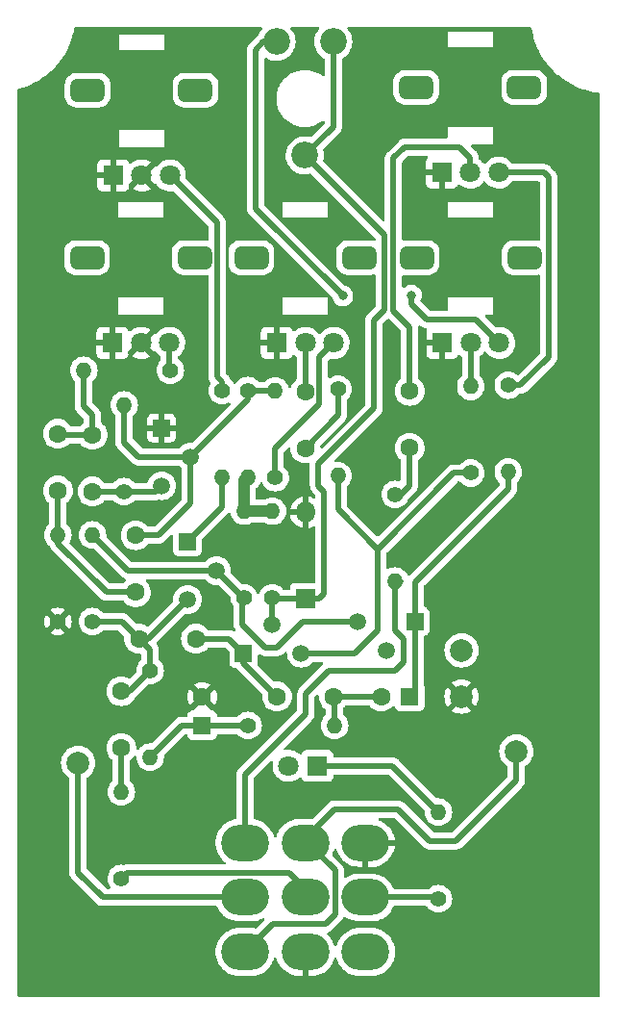
<source format=gbr>
%TF.GenerationSoftware,KiCad,Pcbnew,(6.0.5)*%
%TF.CreationDate,2023-03-15T03:11:22-03:00*%
%TF.ProjectId,Weslie,5765736c-6965-42e6-9b69-6361645f7063,rev?*%
%TF.SameCoordinates,Original*%
%TF.FileFunction,Copper,L1,Top*%
%TF.FilePolarity,Positive*%
%FSLAX46Y46*%
G04 Gerber Fmt 4.6, Leading zero omitted, Abs format (unit mm)*
G04 Created by KiCad (PCBNEW (6.0.5)) date 2023-03-15 03:11:22*
%MOMM*%
%LPD*%
G01*
G04 APERTURE LIST*
G04 Aperture macros list*
%AMRoundRect*
0 Rectangle with rounded corners*
0 $1 Rounding radius*
0 $2 $3 $4 $5 $6 $7 $8 $9 X,Y pos of 4 corners*
0 Add a 4 corners polygon primitive as box body*
4,1,4,$2,$3,$4,$5,$6,$7,$8,$9,$2,$3,0*
0 Add four circle primitives for the rounded corners*
1,1,$1+$1,$2,$3*
1,1,$1+$1,$4,$5*
1,1,$1+$1,$6,$7*
1,1,$1+$1,$8,$9*
0 Add four rect primitives between the rounded corners*
20,1,$1+$1,$2,$3,$4,$5,0*
20,1,$1+$1,$4,$5,$6,$7,0*
20,1,$1+$1,$6,$7,$8,$9,0*
20,1,$1+$1,$8,$9,$2,$3,0*%
G04 Aperture macros list end*
%TA.AperFunction,ComponentPad*%
%ADD10C,1.600000*%
%TD*%
%TA.AperFunction,ComponentPad*%
%ADD11C,1.400000*%
%TD*%
%TA.AperFunction,ComponentPad*%
%ADD12O,1.400000X1.400000*%
%TD*%
%TA.AperFunction,ComponentPad*%
%ADD13R,1.500000X1.500000*%
%TD*%
%TA.AperFunction,ComponentPad*%
%ADD14C,1.500000*%
%TD*%
%TA.AperFunction,ComponentPad*%
%ADD15C,2.000000*%
%TD*%
%TA.AperFunction,ComponentPad*%
%ADD16R,1.800000X1.800000*%
%TD*%
%TA.AperFunction,ComponentPad*%
%ADD17C,1.800000*%
%TD*%
%TA.AperFunction,ComponentPad*%
%ADD18O,4.200000X3.200000*%
%TD*%
%TA.AperFunction,ComponentPad*%
%ADD19RoundRect,0.500000X1.000000X-0.500000X1.000000X0.500000X-1.000000X0.500000X-1.000000X-0.500000X0*%
%TD*%
%TA.AperFunction,ComponentPad*%
%ADD20O,1.800000X1.800000*%
%TD*%
%TA.AperFunction,ComponentPad*%
%ADD21C,2.340000*%
%TD*%
%TA.AperFunction,ComponentPad*%
%ADD22R,1.600000X1.600000*%
%TD*%
%TA.AperFunction,ViaPad*%
%ADD23C,0.800000*%
%TD*%
%TA.AperFunction,Conductor*%
%ADD24C,0.500000*%
%TD*%
%TA.AperFunction,Conductor*%
%ADD25C,1.000000*%
%TD*%
G04 APERTURE END LIST*
D10*
%TO.P,C2,1*%
%TO.N,Net-(C1-Pad1)*%
X65532000Y-77390000D03*
%TO.P,C2,2*%
%TO.N,Net-(C2-Pad2)*%
X65532000Y-72390000D03*
%TD*%
D11*
%TO.P,R1,1*%
%TO.N,Net-(C1-Pad2)*%
X82245200Y-68580000D03*
D12*
%TO.P,R1,2*%
%TO.N,+9V*%
X82245200Y-76200000D03*
%TD*%
D10*
%TO.P,C1,1*%
%TO.N,Net-(C1-Pad1)*%
X72390000Y-86320000D03*
%TO.P,C1,2*%
%TO.N,Net-(C1-Pad2)*%
X72390000Y-81320000D03*
%TD*%
D13*
%TO.P,Q4,1,E*%
%TO.N,Net-(C9-Pad1)*%
X97028000Y-88900000D03*
D14*
%TO.P,Q4,2,C*%
%TO.N,+9V*%
X94488000Y-91440000D03*
%TO.P,Q4,3,B*%
%TO.N,Net-(Q2-Pad2)*%
X91948000Y-88900000D03*
%TD*%
D15*
%TO.P,J4,1,Pin_1*%
%TO.N,GND*%
X101092000Y-95504000D03*
%TD*%
%TO.P,J1,1,Pin_1*%
%TO.N,/DRY*%
X105918000Y-100330000D03*
%TD*%
%TO.P,J2,1,Pin_1*%
%TO.N,Net-(SW1-Pad4)*%
X67310000Y-101346000D03*
%TD*%
%TO.P,J3,1,Pin_1*%
%TO.N,+9V*%
X101092000Y-91440000D03*
%TD*%
D10*
%TO.P,C7,1*%
%TO.N,Net-(C4-Pad2)*%
X72684000Y-90424000D03*
%TO.P,C7,2*%
%TO.N,Net-(C7-Pad2)*%
X77684000Y-90424000D03*
%TD*%
D16*
%TO.P,D2,1,K*%
%TO.N,Net-(D2-Pad1)*%
X88392000Y-101600000D03*
D17*
%TO.P,D2,2,A*%
%TO.N,+9V*%
X85852000Y-101600000D03*
%TD*%
D13*
%TO.P,Q1,1,E*%
%TO.N,GND*%
X74668000Y-71882000D03*
D14*
%TO.P,Q1,2,C*%
%TO.N,Net-(C1-Pad2)*%
X77208000Y-74422000D03*
%TO.P,Q1,3,B*%
%TO.N,Net-(C3-Pad2)*%
X74668000Y-76962000D03*
%TD*%
D18*
%TO.P,SW1,1,A*%
%TO.N,/EFFECT*%
X82025200Y-108382400D03*
%TO.P,SW1,2,A*%
%TO.N,/DRY*%
X87325200Y-108382400D03*
%TO.P,SW1,3,A*%
%TO.N,GND*%
X92625200Y-108382400D03*
%TO.P,SW1,4,B*%
%TO.N,Net-(SW1-Pad4)*%
X82025200Y-113182400D03*
%TO.P,SW1,5,B*%
%TO.N,Net-(R6-Pad1)*%
X87325200Y-113182400D03*
%TO.P,SW1,6,B*%
%TO.N,Net-(R17-Pad1)*%
X92625200Y-113182400D03*
%TO.P,SW1,7,C*%
%TO.N,/DRY*%
X82025200Y-117982400D03*
%TO.P,SW1,8,C*%
%TO.N,GND*%
X87325200Y-117982400D03*
%TO.P,SW1,9,C*%
%TO.N,unconnected-(SW1-Pad9)*%
X92625200Y-117982400D03*
%TD*%
D11*
%TO.P,R17,1*%
%TO.N,Net-(R17-Pad1)*%
X99060000Y-113284000D03*
D12*
%TO.P,R17,2*%
%TO.N,Net-(D2-Pad1)*%
X99060000Y-105664000D03*
%TD*%
D11*
%TO.P,R8,1*%
%TO.N,Net-(C4-Pad2)*%
X73660000Y-93218000D03*
D12*
%TO.P,R8,2*%
%TO.N,Net-(C6-Pad1)*%
X73660000Y-100838000D03*
%TD*%
D16*
%TO.P,RVTone1,1,1*%
%TO.N,GND*%
X99404800Y-64399000D03*
D17*
%TO.P,RVTone1,2,2*%
%TO.N,Net-(R12-Pad2)*%
X101904800Y-64399000D03*
%TO.P,RVTone1,3,3*%
%TO.N,Net-(RV1-Pad1)*%
X104404800Y-64399000D03*
D19*
%TO.P,RVTone1,MP*%
%TO.N,N/C*%
X106654800Y-56899000D03*
X97154800Y-56899000D03*
%TD*%
D16*
%TO.P,RVWeight1,1,1*%
%TO.N,GND*%
X84825200Y-64399000D03*
D17*
%TO.P,RVWeight1,2,2*%
%TO.N,Net-(C5-Pad1)*%
X87325200Y-64399000D03*
%TO.P,RVWeight1,3,3*%
%TO.N,Net-(R5-Pad1)*%
X89825200Y-64399000D03*
D19*
%TO.P,RVWeight1,MP*%
%TO.N,N/C*%
X82575200Y-56899000D03*
X92075200Y-56899000D03*
%TD*%
D11*
%TO.P,R12,1*%
%TO.N,Net-(Q3-Pad3)*%
X101904800Y-75844400D03*
D12*
%TO.P,R12,2*%
%TO.N,Net-(R12-Pad2)*%
X101904800Y-68224400D03*
%TD*%
D10*
%TO.P,C8,1*%
%TO.N,Net-(C7-Pad2)*%
X84836000Y-95504000D03*
%TO.P,C8,2*%
%TO.N,Net-(C8-Pad2)*%
X89836000Y-95504000D03*
%TD*%
D11*
%TO.P,R16,1*%
%TO.N,Net-(C10-Pad2)*%
X95250000Y-77724000D03*
D12*
%TO.P,R16,2*%
%TO.N,/EFFECT*%
X95250000Y-85344000D03*
%TD*%
D11*
%TO.P,R10,1*%
%TO.N,Net-(Q2-Pad2)*%
X81940400Y-86817200D03*
D12*
%TO.P,R10,2*%
%TO.N,+9V*%
X81940400Y-79197200D03*
%TD*%
D11*
%TO.P,R13,1*%
%TO.N,Net-(R13-Pad1)*%
X105206800Y-68122800D03*
D12*
%TO.P,R13,2*%
%TO.N,Net-(C9-Pad1)*%
X105206800Y-75742800D03*
%TD*%
D10*
%TO.P,C4,1*%
%TO.N,Net-(C4-Pad1)*%
X71120000Y-100036000D03*
%TO.P,C4,2*%
%TO.N,Net-(C4-Pad2)*%
X71120000Y-95036000D03*
%TD*%
%TO.P,C3,1*%
%TO.N,Net-(C2-Pad2)*%
X68580000Y-72470000D03*
%TO.P,C3,2*%
%TO.N,Net-(C3-Pad2)*%
X68580000Y-77470000D03*
%TD*%
D16*
%TO.P,RVVol1,1,1*%
%TO.N,GND*%
X99354000Y-49413000D03*
D17*
%TO.P,RVVol1,2,2*%
%TO.N,Net-(C10-Pad1)*%
X101854000Y-49413000D03*
%TO.P,RVVol1,3,3*%
%TO.N,Net-(R13-Pad1)*%
X104354000Y-49413000D03*
D19*
%TO.P,RVVol1,MP*%
%TO.N,N/C*%
X106604000Y-41913000D03*
X97104000Y-41913000D03*
%TD*%
D11*
%TO.P,R11,1*%
%TO.N,Net-(R11-Pad1)*%
X80010000Y-68580000D03*
D12*
%TO.P,R11,2*%
%TO.N,Net-(Q2-Pad1)*%
X80010000Y-76200000D03*
%TD*%
D11*
%TO.P,R3,1*%
%TO.N,Net-(R3-Pad1)*%
X75438000Y-66802000D03*
D12*
%TO.P,R3,2*%
%TO.N,Net-(C2-Pad2)*%
X67818000Y-66802000D03*
%TD*%
D10*
%TO.P,C5,1*%
%TO.N,Net-(C5-Pad1)*%
X87325200Y-68660000D03*
%TO.P,C5,2*%
%TO.N,Net-(C5-Pad2)*%
X87325200Y-73660000D03*
%TD*%
%TO.P,C10,1*%
%TO.N,Net-(C10-Pad1)*%
X96520000Y-68620000D03*
%TO.P,C10,2*%
%TO.N,Net-(C10-Pad2)*%
X96520000Y-73620000D03*
%TD*%
D13*
%TO.P,Q2,1,E*%
%TO.N,Net-(Q2-Pad1)*%
X76954000Y-81889600D03*
D14*
%TO.P,Q2,2,C*%
%TO.N,Net-(Q2-Pad2)*%
X79494000Y-84429600D03*
%TO.P,Q2,3,B*%
%TO.N,Net-(C4-Pad2)*%
X76954000Y-86969600D03*
%TD*%
D11*
%TO.P,R15,1*%
%TO.N,Net-(D1-Pad1)*%
X84429600Y-86817200D03*
D12*
%TO.P,R15,2*%
%TO.N,+9V*%
X84429600Y-79197200D03*
%TD*%
D16*
%TO.P,RVSpeed1,1,1*%
%TO.N,GND*%
X70347200Y-64399000D03*
D17*
%TO.P,RVSpeed1,2,2*%
X72847200Y-64399000D03*
%TO.P,RVSpeed1,3,3*%
%TO.N,Net-(R3-Pad1)*%
X75347200Y-64399000D03*
D19*
%TO.P,RVSpeed1,MP*%
%TO.N,N/C*%
X77597200Y-56899000D03*
X68097200Y-56899000D03*
%TD*%
D13*
%TO.P,Q3,1,D*%
%TO.N,Net-(C7-Pad2)*%
X81889600Y-91702000D03*
D14*
%TO.P,Q3,2,S*%
%TO.N,Net-(D1-Pad1)*%
X84429600Y-89162000D03*
%TO.P,Q3,3,G*%
%TO.N,Net-(Q3-Pad3)*%
X86969600Y-91702000D03*
%TD*%
D16*
%TO.P,D1,1,K*%
%TO.N,Net-(D1-Pad1)*%
X87376000Y-86918800D03*
D20*
%TO.P,D1,2,A*%
%TO.N,GND*%
X87376000Y-79298800D03*
%TD*%
D21*
%TO.P,RV1,1,1*%
%TO.N,Net-(RV1-Pad1)*%
X84785200Y-37896800D03*
%TO.P,RV1,2,2*%
%TO.N,Net-(D1-Pad1)*%
X87285200Y-47896800D03*
%TO.P,RV1,3,3*%
X89785200Y-37896800D03*
%TD*%
D11*
%TO.P,R4,1*%
%TO.N,Net-(C3-Pad2)*%
X71374000Y-77470000D03*
D12*
%TO.P,R4,2*%
%TO.N,Net-(C1-Pad2)*%
X71374000Y-69850000D03*
%TD*%
D22*
%TO.P,C9,1*%
%TO.N,Net-(C9-Pad1)*%
X96520000Y-95504000D03*
D10*
%TO.P,C9,2*%
%TO.N,Net-(C8-Pad2)*%
X94020000Y-95504000D03*
%TD*%
D11*
%TO.P,R7,1*%
%TO.N,Net-(C4-Pad2)*%
X68580000Y-88900000D03*
D12*
%TO.P,R7,2*%
%TO.N,Net-(Q2-Pad2)*%
X68580000Y-81280000D03*
%TD*%
D22*
%TO.P,C6,1*%
%TO.N,Net-(C6-Pad1)*%
X78232000Y-98044000D03*
D10*
%TO.P,C6,2*%
%TO.N,GND*%
X78232000Y-95544000D03*
%TD*%
D11*
%TO.P,R6,1*%
%TO.N,Net-(R6-Pad1)*%
X71120000Y-111506000D03*
D12*
%TO.P,R6,2*%
%TO.N,Net-(C4-Pad1)*%
X71120000Y-103886000D03*
%TD*%
D16*
%TO.P,RVAccent1,1,1*%
%TO.N,GND*%
X70398000Y-49667000D03*
D17*
%TO.P,RVAccent1,2,2*%
X72898000Y-49667000D03*
%TO.P,RVAccent1,3,3*%
%TO.N,Net-(R11-Pad1)*%
X75398000Y-49667000D03*
D19*
%TO.P,RVAccent1,MP*%
%TO.N,N/C*%
X68148000Y-42167000D03*
X77648000Y-42167000D03*
%TD*%
D11*
%TO.P,R5,1*%
%TO.N,Net-(R5-Pad1)*%
X84683600Y-76250800D03*
D12*
%TO.P,R5,2*%
%TO.N,Net-(C1-Pad2)*%
X84683600Y-68630800D03*
%TD*%
D11*
%TO.P,R9,1*%
%TO.N,Net-(C5-Pad2)*%
X90220800Y-68478400D03*
D12*
%TO.P,R9,2*%
%TO.N,Net-(Q3-Pad3)*%
X90220800Y-76098400D03*
%TD*%
D11*
%TO.P,R2,1*%
%TO.N,GND*%
X65532000Y-88900000D03*
D12*
%TO.P,R2,2*%
%TO.N,Net-(C1-Pad1)*%
X65532000Y-81280000D03*
%TD*%
D11*
%TO.P,R14,1*%
%TO.N,Net-(C6-Pad1)*%
X82296000Y-98044000D03*
D12*
%TO.P,R14,2*%
%TO.N,Net-(C8-Pad2)*%
X89916000Y-98044000D03*
%TD*%
D23*
%TO.N,Net-(RV1-Pad1)*%
X90627200Y-60248800D03*
X96672400Y-60198000D03*
%TD*%
D24*
%TO.N,Net-(D2-Pad1)*%
X94996000Y-101600000D02*
X88392000Y-101600000D01*
X99060000Y-105664000D02*
X94996000Y-101600000D01*
%TO.N,Net-(C8-Pad2)*%
X94020000Y-95504000D02*
X89836000Y-95504000D01*
%TO.N,Net-(C9-Pad1)*%
X97028000Y-94996000D02*
X97028000Y-88900000D01*
X96520000Y-95504000D02*
X97028000Y-94996000D01*
X96266000Y-95504000D02*
X96520000Y-95504000D01*
%TO.N,Net-(C1-Pad2)*%
X77208000Y-77970000D02*
X77208000Y-74422000D01*
X77216000Y-77978000D02*
X77208000Y-77970000D01*
X77216000Y-78486000D02*
X77216000Y-77978000D01*
X74382000Y-81320000D02*
X77216000Y-78486000D01*
X72390000Y-81320000D02*
X74382000Y-81320000D01*
%TO.N,Net-(Q2-Pad2)*%
X71729600Y-84429600D02*
X68580000Y-81280000D01*
X79494000Y-84429600D02*
X71729600Y-84429600D01*
%TO.N,Net-(C1-Pad1)*%
X69810000Y-86320000D02*
X72390000Y-86320000D01*
X65532000Y-82042000D02*
X69810000Y-86320000D01*
X65532000Y-81280000D02*
X65532000Y-82042000D01*
%TO.N,Net-(C4-Pad2)*%
X71160000Y-88900000D02*
X72684000Y-90424000D01*
X68580000Y-88900000D02*
X71160000Y-88900000D01*
D25*
%TO.N,+9V*%
X81940400Y-76504800D02*
X82245200Y-76200000D01*
X81940400Y-79197200D02*
X81940400Y-76504800D01*
D24*
X81889600Y-79146400D02*
X81940400Y-79197200D01*
%TO.N,Net-(C10-Pad1)*%
X96520000Y-62992000D02*
X96520000Y-68620000D01*
X95097600Y-48158400D02*
X95097600Y-61569600D01*
X96092980Y-47163020D02*
X95097600Y-48158400D01*
X95097600Y-61569600D02*
X96520000Y-62992000D01*
X101854000Y-49413000D02*
X101854000Y-48107600D01*
X101854000Y-48107600D02*
X100909420Y-47163020D01*
X100909420Y-47163020D02*
X96092980Y-47163020D01*
%TO.N,/DRY*%
X105918000Y-102870000D02*
X105918000Y-100330000D01*
X100584000Y-108204000D02*
X105918000Y-102870000D01*
X89916000Y-105410000D02*
X95504000Y-105410000D01*
X87325200Y-108000800D02*
X89916000Y-105410000D01*
X98298000Y-108204000D02*
X100584000Y-108204000D01*
X87325200Y-108382400D02*
X87325200Y-108000800D01*
X95504000Y-105410000D02*
X98298000Y-108204000D01*
%TO.N,Net-(SW1-Pad4)*%
X69494400Y-113182400D02*
X82025200Y-113182400D01*
X67310000Y-110998000D02*
X69494400Y-113182400D01*
X67310000Y-101346000D02*
X67310000Y-110998000D01*
%TO.N,Net-(C4-Pad2)*%
X73499600Y-90424000D02*
X72684000Y-90424000D01*
X76954000Y-86969600D02*
X73499600Y-90424000D01*
X73660000Y-91400000D02*
X72684000Y-90424000D01*
X73660000Y-93218000D02*
X73660000Y-91400000D01*
%TO.N,Net-(Q3-Pad3)*%
X90220800Y-79044800D02*
X93726000Y-82550000D01*
X90220800Y-76098400D02*
X90220800Y-79044800D01*
%TO.N,Net-(C10-Pad2)*%
X96520000Y-75601200D02*
X96520000Y-73620000D01*
X96469200Y-75652000D02*
X96520000Y-75601200D01*
X96469200Y-77012800D02*
X95758000Y-77724000D01*
X96469200Y-75652000D02*
X96469200Y-77012800D01*
%TO.N,/EFFECT*%
X95250000Y-85852000D02*
X95758000Y-85344000D01*
X95250000Y-89662000D02*
X95250000Y-85852000D01*
X96012000Y-92456000D02*
X96012000Y-90424000D01*
X95250000Y-93218000D02*
X96012000Y-92456000D01*
X89408000Y-93218000D02*
X95250000Y-93218000D01*
X87376000Y-95250000D02*
X89408000Y-93218000D01*
X87376000Y-97028000D02*
X87376000Y-95250000D01*
X82025200Y-102378800D02*
X87376000Y-97028000D01*
X82025200Y-108382400D02*
X82025200Y-102378800D01*
X96012000Y-90424000D02*
X95250000Y-89662000D01*
%TO.N,Net-(Q3-Pad3)*%
X100431600Y-75844400D02*
X101904800Y-75844400D01*
X93726000Y-89662000D02*
X93726000Y-82550000D01*
X91686000Y-91702000D02*
X93726000Y-89662000D01*
X86969600Y-91702000D02*
X91686000Y-91702000D01*
X93726000Y-82550000D02*
X100431600Y-75844400D01*
%TO.N,Net-(Q2-Pad2)*%
X87122000Y-88900000D02*
X84836000Y-91186000D01*
X91948000Y-88900000D02*
X87122000Y-88900000D01*
X84836000Y-91186000D02*
X83820000Y-91186000D01*
X83820000Y-91186000D02*
X81788000Y-89154000D01*
X81788000Y-89154000D02*
X81788000Y-86969600D01*
X81788000Y-86969600D02*
X81940400Y-86817200D01*
%TO.N,Net-(C9-Pad1)*%
X97028000Y-85445600D02*
X105206800Y-77266800D01*
X97028000Y-88900000D02*
X97028000Y-85445600D01*
%TO.N,Net-(C1-Pad2)*%
X82245200Y-69384800D02*
X82245200Y-68580000D01*
X77208000Y-74422000D02*
X82245200Y-69384800D01*
%TO.N,Net-(R3-Pad1)*%
X75347200Y-66711200D02*
X75438000Y-66802000D01*
X75347200Y-64399000D02*
X75347200Y-66711200D01*
%TO.N,Net-(R11-Pad1)*%
X80010000Y-67818000D02*
X80010000Y-68580000D01*
X79546720Y-53815720D02*
X79546720Y-67354720D01*
X75398000Y-49667000D02*
X79546720Y-53815720D01*
X79546720Y-67354720D02*
X80010000Y-67818000D01*
%TO.N,Net-(C1-Pad2)*%
X82296000Y-68630800D02*
X82245200Y-68580000D01*
X84683600Y-68630800D02*
X82296000Y-68630800D01*
%TO.N,Net-(Q2-Pad1)*%
X80010000Y-76200000D02*
X80010000Y-78833600D01*
X80010000Y-78833600D02*
X76954000Y-81889600D01*
%TO.N,Net-(C1-Pad1)*%
X65532000Y-77390000D02*
X65532000Y-81280000D01*
%TO.N,Net-(C2-Pad2)*%
X68580000Y-70753600D02*
X68580000Y-72470000D01*
X67767200Y-69940800D02*
X68580000Y-70753600D01*
X65612000Y-72470000D02*
X65532000Y-72390000D01*
X68580000Y-72470000D02*
X65612000Y-72470000D01*
%TO.N,Net-(C3-Pad2)*%
X71374000Y-77470000D02*
X68580000Y-77470000D01*
X74160000Y-77470000D02*
X74668000Y-76962000D01*
X71374000Y-77470000D02*
X74160000Y-77470000D01*
%TO.N,Net-(C1-Pad2)*%
X72644000Y-74422000D02*
X77208000Y-74422000D01*
X71374000Y-73152000D02*
X72644000Y-74422000D01*
X71374000Y-69850000D02*
X71374000Y-73152000D01*
%TO.N,Net-(C9-Pad1)*%
X105206800Y-77216000D02*
X105206800Y-77266800D01*
%TO.N,Net-(R6-Pad1)*%
X71577200Y-111048800D02*
X71120000Y-111506000D01*
X85902800Y-111048800D02*
X71577200Y-111048800D01*
%TO.N,Net-(C4-Pad1)*%
X71120000Y-103886000D02*
X71120000Y-100036000D01*
%TO.N,Net-(C9-Pad1)*%
X105206800Y-77266800D02*
X105206800Y-75742800D01*
%TO.N,Net-(R17-Pad1)*%
X98958400Y-113182400D02*
X99060000Y-113284000D01*
X92625200Y-113182400D02*
X98958400Y-113182400D01*
%TO.N,Net-(C8-Pad2)*%
X89916000Y-95584000D02*
X89836000Y-95504000D01*
X89916000Y-98044000D02*
X89916000Y-95584000D01*
%TO.N,Net-(C7-Pad2)*%
X81889600Y-92557600D02*
X81889600Y-91702000D01*
X84836000Y-95504000D02*
X81889600Y-92557600D01*
X80611600Y-90424000D02*
X81889600Y-91702000D01*
X77684000Y-90424000D02*
X80611600Y-90424000D01*
%TO.N,Net-(C6-Pad1)*%
X82296000Y-98044000D02*
X78232000Y-98044000D01*
X76454000Y-98044000D02*
X78232000Y-98044000D01*
X73660000Y-100838000D02*
X76454000Y-98044000D01*
%TO.N,Net-(C4-Pad2)*%
X71842000Y-95036000D02*
X73660000Y-93218000D01*
X71120000Y-95036000D02*
X71842000Y-95036000D01*
%TO.N,Net-(D1-Pad1)*%
X84429600Y-89162000D02*
X84429600Y-86817200D01*
%TO.N,Net-(RV1-Pad1)*%
X96672400Y-61010800D02*
X96672400Y-60198000D01*
X102337400Y-62331600D02*
X97993200Y-62331600D01*
X97993200Y-62331600D02*
X96672400Y-61010800D01*
X104404800Y-64399000D02*
X102337400Y-62331600D01*
X96721420Y-60148980D02*
X96672400Y-60198000D01*
%TO.N,Net-(D1-Pad1)*%
X94284800Y-54896400D02*
X87285200Y-47896800D01*
X94284800Y-61518800D02*
X94284800Y-54896400D01*
X93370400Y-62433200D02*
X94284800Y-61518800D01*
X93370400Y-70154800D02*
X93370400Y-62433200D01*
X89001600Y-77470000D02*
X88493600Y-76962000D01*
X88493600Y-76962000D02*
X88493600Y-75031600D01*
X88544400Y-86918800D02*
X89001600Y-86461600D01*
X89001600Y-86461600D02*
X89001600Y-77470000D01*
X87376000Y-86918800D02*
X88544400Y-86918800D01*
X88493600Y-75031600D02*
X93370400Y-70154800D01*
%TO.N,Net-(RV1-Pad1)*%
X83667600Y-37896800D02*
X84785200Y-37896800D01*
X82956400Y-38608000D02*
X83667600Y-37896800D01*
X82956400Y-52578000D02*
X82956400Y-38608000D01*
X90627200Y-60248800D02*
X82956400Y-52578000D01*
%TO.N,Net-(R5-Pad1)*%
X88574711Y-65649489D02*
X89825200Y-64399000D01*
X88574711Y-69768889D02*
X88574711Y-65649489D01*
X84683600Y-73660000D02*
X88574711Y-69768889D01*
X84683600Y-73710800D02*
X84683600Y-73660000D01*
%TO.N,/DRY*%
X84488400Y-115519200D02*
X82025200Y-117982400D01*
X89103200Y-115519200D02*
X84488400Y-115519200D01*
X89966800Y-114655600D02*
X89103200Y-115519200D01*
X89966800Y-110794800D02*
X89966800Y-114655600D01*
X87554400Y-108382400D02*
X89966800Y-110794800D01*
X87325200Y-108382400D02*
X87554400Y-108382400D01*
%TO.N,Net-(R6-Pad1)*%
X87325200Y-112471200D02*
X87325200Y-113182400D01*
X85902800Y-111048800D02*
X87325200Y-112471200D01*
%TO.N,Net-(D1-Pad1)*%
X89785200Y-45396800D02*
X87285200Y-47896800D01*
X89785200Y-37896800D02*
X89785200Y-45396800D01*
%TO.N,Net-(R13-Pad1)*%
X106273600Y-68122800D02*
X105206800Y-68122800D01*
X108762800Y-49834800D02*
X108762800Y-65633600D01*
X108341000Y-49413000D02*
X108762800Y-49834800D01*
X108762800Y-65633600D02*
X106273600Y-68122800D01*
X104354000Y-49413000D02*
X108341000Y-49413000D01*
%TO.N,Net-(R12-Pad2)*%
X101904800Y-64399000D02*
X101904800Y-68224400D01*
%TO.N,Net-(D1-Pad1)*%
X84531200Y-86918800D02*
X84429600Y-86817200D01*
X87376000Y-86918800D02*
X84531200Y-86918800D01*
%TO.N,Net-(Q2-Pad2)*%
X81889600Y-86817200D02*
X79502000Y-84429600D01*
X81940400Y-86817200D02*
X81889600Y-86817200D01*
D25*
%TO.N,+9V*%
X84429600Y-79197200D02*
X81940400Y-79197200D01*
D24*
%TO.N,Net-(R5-Pad1)*%
X84683600Y-76250800D02*
X84683600Y-73729076D01*
%TO.N,Net-(C5-Pad2)*%
X90220800Y-68478400D02*
X90220800Y-70764400D01*
X90220800Y-70764400D02*
X87325200Y-73660000D01*
%TO.N,Net-(C5-Pad1)*%
X87325200Y-64399000D02*
X87325200Y-68660000D01*
%TO.N,Net-(C2-Pad2)*%
X67767200Y-67310000D02*
X67767200Y-69940800D01*
%TD*%
%TA.AperFunction,Conductor*%
%TO.N,GND*%
G36*
X83499887Y-36596002D02*
G01*
X83546380Y-36649658D01*
X83556484Y-36719932D01*
X83528640Y-36782569D01*
X83414875Y-36919357D01*
X83285452Y-37132640D01*
X83283643Y-37136954D01*
X83283642Y-37136956D01*
X83239367Y-37242540D01*
X83198907Y-37293954D01*
X83198493Y-37294205D01*
X83190116Y-37301603D01*
X83190092Y-37301576D01*
X83187100Y-37304229D01*
X83183867Y-37306932D01*
X83177748Y-37310944D01*
X83172716Y-37316256D01*
X83124472Y-37367183D01*
X83122094Y-37369625D01*
X82467489Y-38024230D01*
X82453077Y-38036616D01*
X82441482Y-38045149D01*
X82441477Y-38045154D01*
X82435582Y-38049492D01*
X82430843Y-38055070D01*
X82430840Y-38055073D01*
X82401365Y-38089768D01*
X82394435Y-38097284D01*
X82388740Y-38102979D01*
X82386460Y-38105861D01*
X82371119Y-38125251D01*
X82368328Y-38128655D01*
X82325809Y-38178703D01*
X82321067Y-38184285D01*
X82317739Y-38190801D01*
X82314372Y-38195850D01*
X82311205Y-38200979D01*
X82306666Y-38206716D01*
X82275745Y-38272875D01*
X82273842Y-38276769D01*
X82240631Y-38341808D01*
X82238892Y-38348916D01*
X82236793Y-38354559D01*
X82234876Y-38360322D01*
X82231778Y-38366950D01*
X82230288Y-38374112D01*
X82230288Y-38374113D01*
X82216914Y-38438412D01*
X82215944Y-38442696D01*
X82198592Y-38513610D01*
X82197900Y-38524764D01*
X82197864Y-38524762D01*
X82197625Y-38528755D01*
X82197251Y-38532947D01*
X82195760Y-38540115D01*
X82195958Y-38547432D01*
X82197854Y-38617521D01*
X82197900Y-38620928D01*
X82197900Y-52510930D01*
X82196467Y-52529880D01*
X82193201Y-52551349D01*
X82193794Y-52558641D01*
X82193794Y-52558644D01*
X82197485Y-52604018D01*
X82197900Y-52614233D01*
X82197900Y-52622293D01*
X82198325Y-52625937D01*
X82201189Y-52650507D01*
X82201622Y-52654882D01*
X82207540Y-52727637D01*
X82209796Y-52734601D01*
X82210987Y-52740560D01*
X82212371Y-52746415D01*
X82213218Y-52753681D01*
X82238135Y-52822327D01*
X82239552Y-52826455D01*
X82262049Y-52895899D01*
X82265845Y-52902154D01*
X82268351Y-52907628D01*
X82271070Y-52913058D01*
X82273567Y-52919937D01*
X82277580Y-52926057D01*
X82277580Y-52926058D01*
X82313586Y-52980976D01*
X82315923Y-52984680D01*
X82353805Y-53047107D01*
X82357521Y-53051315D01*
X82357522Y-53051316D01*
X82361203Y-53055484D01*
X82361176Y-53055508D01*
X82363829Y-53058500D01*
X82366532Y-53061733D01*
X82370544Y-53067852D01*
X82375856Y-53072884D01*
X82426783Y-53121128D01*
X82429225Y-53123506D01*
X89707075Y-60401356D01*
X89737813Y-60451514D01*
X89792673Y-60620356D01*
X89888160Y-60785744D01*
X90015947Y-60927666D01*
X90170448Y-61039918D01*
X90176476Y-61042602D01*
X90176478Y-61042603D01*
X90272809Y-61085492D01*
X90344912Y-61117594D01*
X90438312Y-61137447D01*
X90525256Y-61155928D01*
X90525261Y-61155928D01*
X90531713Y-61157300D01*
X90722687Y-61157300D01*
X90729139Y-61155928D01*
X90729144Y-61155928D01*
X90816088Y-61137447D01*
X90909488Y-61117594D01*
X90981591Y-61085492D01*
X91077922Y-61042603D01*
X91077924Y-61042602D01*
X91083952Y-61039918D01*
X91238453Y-60927666D01*
X91366240Y-60785744D01*
X91461727Y-60620356D01*
X91520742Y-60438728D01*
X91525422Y-60394206D01*
X91540014Y-60255365D01*
X91540704Y-60248800D01*
X91520742Y-60058872D01*
X91461727Y-59877244D01*
X91366240Y-59711856D01*
X91316081Y-59656148D01*
X91242875Y-59574845D01*
X91242874Y-59574844D01*
X91238453Y-59569934D01*
X91083952Y-59457682D01*
X91077924Y-59454998D01*
X91077922Y-59454997D01*
X90915519Y-59382691D01*
X90915518Y-59382691D01*
X90909488Y-59380006D01*
X90903033Y-59378634D01*
X90903024Y-59378631D01*
X90846428Y-59366601D01*
X90783531Y-59332450D01*
X84850081Y-53399000D01*
X85325200Y-53399000D01*
X89325200Y-53399000D01*
X89325200Y-51999000D01*
X85325200Y-51999000D01*
X85325200Y-53399000D01*
X84850081Y-53399000D01*
X83751805Y-52300724D01*
X83717779Y-52238412D01*
X83714900Y-52211629D01*
X83714900Y-39439079D01*
X83734902Y-39370958D01*
X83788558Y-39324465D01*
X83858832Y-39314361D01*
X83899566Y-39327570D01*
X84114023Y-39440402D01*
X84349554Y-39522653D01*
X84354147Y-39523525D01*
X84590067Y-39568316D01*
X84590070Y-39568316D01*
X84594656Y-39569187D01*
X84719300Y-39574085D01*
X84839275Y-39578799D01*
X84839281Y-39578799D01*
X84843943Y-39578982D01*
X84941334Y-39568316D01*
X85087287Y-39552332D01*
X85087292Y-39552331D01*
X85091940Y-39551822D01*
X85096464Y-39550631D01*
X85328676Y-39489494D01*
X85328678Y-39489493D01*
X85333199Y-39488303D01*
X85374539Y-39470542D01*
X85558124Y-39391668D01*
X85558126Y-39391667D01*
X85562418Y-39389823D01*
X85739877Y-39280008D01*
X85770591Y-39261002D01*
X85770595Y-39260999D01*
X85774564Y-39258543D01*
X85821426Y-39218871D01*
X85961409Y-39100367D01*
X85961410Y-39100366D01*
X85964975Y-39097348D01*
X86046516Y-39004369D01*
X86126387Y-38913294D01*
X86126391Y-38913289D01*
X86129469Y-38909779D01*
X86163422Y-38856994D01*
X86261903Y-38703887D01*
X86264431Y-38699957D01*
X86366897Y-38472491D01*
X86396663Y-38366950D01*
X86433346Y-38236882D01*
X86433347Y-38236879D01*
X86434616Y-38232378D01*
X86457882Y-38049492D01*
X86465702Y-37988022D01*
X86465702Y-37988018D01*
X86466100Y-37984892D01*
X86466536Y-37968266D01*
X86468324Y-37899960D01*
X86468407Y-37896800D01*
X86449918Y-37648006D01*
X86394859Y-37404678D01*
X86381228Y-37369625D01*
X86306131Y-37176514D01*
X86306130Y-37176512D01*
X86304438Y-37172161D01*
X86180642Y-36955563D01*
X86100323Y-36853680D01*
X86042244Y-36780006D01*
X86015779Y-36714126D01*
X86029132Y-36644397D01*
X86078064Y-36592956D01*
X86141194Y-36576000D01*
X88431766Y-36576000D01*
X88499887Y-36596002D01*
X88546380Y-36649658D01*
X88556484Y-36719932D01*
X88528640Y-36782569D01*
X88414875Y-36919357D01*
X88285452Y-37132640D01*
X88283643Y-37136954D01*
X88283642Y-37136956D01*
X88210683Y-37310944D01*
X88188975Y-37362711D01*
X88187824Y-37367243D01*
X88187823Y-37367246D01*
X88178317Y-37404678D01*
X88127565Y-37604514D01*
X88102570Y-37852739D01*
X88114539Y-38101931D01*
X88163210Y-38346618D01*
X88247514Y-38581422D01*
X88365598Y-38801186D01*
X88514868Y-39001083D01*
X88692044Y-39176721D01*
X88695806Y-39179479D01*
X88695809Y-39179482D01*
X88830180Y-39278006D01*
X88893236Y-39324240D01*
X88897371Y-39326416D01*
X88897375Y-39326418D01*
X88959368Y-39359034D01*
X89010340Y-39408453D01*
X89026700Y-39470542D01*
X89026700Y-40814107D01*
X89006698Y-40882228D01*
X88953042Y-40928721D01*
X88882768Y-40938825D01*
X88820384Y-40911191D01*
X88765637Y-40865900D01*
X88765626Y-40865892D01*
X88762575Y-40863368D01*
X88496069Y-40694238D01*
X88492490Y-40692554D01*
X88492483Y-40692550D01*
X88214056Y-40561533D01*
X88214052Y-40561531D01*
X88210466Y-40559844D01*
X87910272Y-40462305D01*
X87600220Y-40403159D01*
X87364038Y-40388300D01*
X87206362Y-40388300D01*
X86970180Y-40403159D01*
X86660128Y-40462305D01*
X86359934Y-40559844D01*
X86356348Y-40561531D01*
X86356344Y-40561533D01*
X86077917Y-40692550D01*
X86077910Y-40692554D01*
X86074331Y-40694238D01*
X85807825Y-40863368D01*
X85564618Y-41064567D01*
X85348546Y-41294660D01*
X85346219Y-41297862D01*
X85346218Y-41297864D01*
X85332553Y-41316672D01*
X85163016Y-41550021D01*
X85161109Y-41553490D01*
X85161107Y-41553493D01*
X85052252Y-41751498D01*
X85010953Y-41826621D01*
X85009500Y-41830290D01*
X85009498Y-41830295D01*
X84910582Y-42080129D01*
X84894757Y-42120098D01*
X84816260Y-42425825D01*
X84776700Y-42738979D01*
X84776700Y-43054621D01*
X84816260Y-43367775D01*
X84894757Y-43673502D01*
X85010953Y-43966979D01*
X85163016Y-44243579D01*
X85348546Y-44498940D01*
X85564618Y-44729033D01*
X85807825Y-44930232D01*
X86074331Y-45099362D01*
X86077910Y-45101046D01*
X86077917Y-45101050D01*
X86356344Y-45232067D01*
X86356348Y-45232069D01*
X86359934Y-45233756D01*
X86660128Y-45331295D01*
X86970180Y-45390441D01*
X87206362Y-45405300D01*
X87364038Y-45405300D01*
X87600220Y-45390441D01*
X87910272Y-45331295D01*
X88210466Y-45233756D01*
X88214052Y-45232069D01*
X88214056Y-45232067D01*
X88492483Y-45101050D01*
X88492490Y-45101046D01*
X88496069Y-45099362D01*
X88762575Y-44930232D01*
X88765627Y-44927707D01*
X88765637Y-44927700D01*
X88820384Y-44882409D01*
X88885622Y-44854398D01*
X88955647Y-44866105D01*
X89008226Y-44913811D01*
X89026700Y-44979493D01*
X89026700Y-45030429D01*
X89006698Y-45098550D01*
X88989795Y-45119524D01*
X87862065Y-46247254D01*
X87799753Y-46281280D01*
X87734556Y-46278160D01*
X87682595Y-46261526D01*
X87682582Y-46261523D01*
X87678137Y-46260100D01*
X87673530Y-46259350D01*
X87673527Y-46259349D01*
X87436512Y-46220749D01*
X87436513Y-46220749D01*
X87431901Y-46219998D01*
X87310953Y-46218415D01*
X87187120Y-46216794D01*
X87187117Y-46216794D01*
X87182443Y-46216733D01*
X86935242Y-46250375D01*
X86930756Y-46251683D01*
X86930754Y-46251683D01*
X86865746Y-46270631D01*
X86695728Y-46320187D01*
X86469165Y-46424634D01*
X86465256Y-46427197D01*
X86264442Y-46558856D01*
X86264437Y-46558860D01*
X86260529Y-46561422D01*
X86074402Y-46727546D01*
X85914875Y-46919357D01*
X85785452Y-47132640D01*
X85783643Y-47136954D01*
X85783642Y-47136956D01*
X85707319Y-47318966D01*
X85688975Y-47362711D01*
X85687824Y-47367243D01*
X85687823Y-47367246D01*
X85657338Y-47487283D01*
X85627565Y-47604514D01*
X85602570Y-47852739D01*
X85602794Y-47857406D01*
X85602794Y-47857411D01*
X85608555Y-47977335D01*
X85614539Y-48101931D01*
X85663210Y-48346618D01*
X85747514Y-48581422D01*
X85865598Y-48801186D01*
X85868393Y-48804930D01*
X85868395Y-48804932D01*
X85883327Y-48824928D01*
X86014868Y-49001083D01*
X86192044Y-49176721D01*
X86195806Y-49179479D01*
X86195809Y-49179482D01*
X86370801Y-49307790D01*
X86393236Y-49324240D01*
X86397371Y-49326416D01*
X86397375Y-49326418D01*
X86432595Y-49344948D01*
X86614023Y-49440402D01*
X86746721Y-49486742D01*
X86833083Y-49516901D01*
X86849554Y-49522653D01*
X86854147Y-49523525D01*
X87090067Y-49568316D01*
X87090070Y-49568316D01*
X87094656Y-49569187D01*
X87219300Y-49574085D01*
X87339275Y-49578799D01*
X87339281Y-49578799D01*
X87343943Y-49578982D01*
X87441334Y-49568316D01*
X87587287Y-49552332D01*
X87587292Y-49552331D01*
X87591940Y-49551822D01*
X87740109Y-49512812D01*
X87811077Y-49514811D01*
X87861284Y-49545565D01*
X93489395Y-55173676D01*
X93523421Y-55235988D01*
X93526300Y-55262771D01*
X93526300Y-55307582D01*
X93506298Y-55375703D01*
X93452642Y-55422196D01*
X93382368Y-55432300D01*
X93371490Y-55429870D01*
X93371484Y-55429900D01*
X93182196Y-55391733D01*
X93182195Y-55391733D01*
X93177608Y-55390808D01*
X93171528Y-55390500D01*
X90978872Y-55390500D01*
X90972792Y-55390808D01*
X90968205Y-55391733D01*
X90968204Y-55391733D01*
X90784955Y-55428682D01*
X90784952Y-55428683D01*
X90778916Y-55429900D01*
X90596327Y-55505905D01*
X90591208Y-55509332D01*
X90591204Y-55509334D01*
X90437101Y-55612496D01*
X90437096Y-55612500D01*
X90431977Y-55615927D01*
X90292127Y-55755777D01*
X90288700Y-55760896D01*
X90288696Y-55760901D01*
X90185534Y-55915004D01*
X90185532Y-55915008D01*
X90182105Y-55920127D01*
X90106100Y-56102716D01*
X90067008Y-56296592D01*
X90066700Y-56302672D01*
X90066700Y-57495328D01*
X90067008Y-57501408D01*
X90106100Y-57695284D01*
X90182105Y-57877873D01*
X90185532Y-57882992D01*
X90185534Y-57882996D01*
X90288696Y-58037099D01*
X90288700Y-58037104D01*
X90292127Y-58042223D01*
X90431977Y-58182073D01*
X90437096Y-58185500D01*
X90437101Y-58185504D01*
X90591204Y-58288666D01*
X90591208Y-58288668D01*
X90596327Y-58292095D01*
X90778916Y-58368100D01*
X90784952Y-58369317D01*
X90784955Y-58369318D01*
X90968204Y-58406267D01*
X90972792Y-58407192D01*
X90978872Y-58407500D01*
X93171528Y-58407500D01*
X93177608Y-58407192D01*
X93222998Y-58398040D01*
X93371484Y-58368100D01*
X93371833Y-58369832D01*
X93434445Y-58369133D01*
X93494597Y-58406847D01*
X93524809Y-58471094D01*
X93526300Y-58490418D01*
X93526300Y-61152429D01*
X93506298Y-61220550D01*
X93489395Y-61241524D01*
X92881489Y-61849430D01*
X92867077Y-61861816D01*
X92855482Y-61870349D01*
X92855477Y-61870354D01*
X92849582Y-61874692D01*
X92844843Y-61880270D01*
X92844840Y-61880273D01*
X92815365Y-61914968D01*
X92808435Y-61922484D01*
X92802740Y-61928179D01*
X92800460Y-61931061D01*
X92785119Y-61950451D01*
X92782328Y-61953855D01*
X92759294Y-61980968D01*
X92735067Y-62009485D01*
X92731739Y-62016001D01*
X92728372Y-62021050D01*
X92725205Y-62026179D01*
X92720666Y-62031916D01*
X92689745Y-62098075D01*
X92687842Y-62101969D01*
X92654631Y-62167008D01*
X92652892Y-62174116D01*
X92650793Y-62179759D01*
X92648876Y-62185522D01*
X92645778Y-62192150D01*
X92644288Y-62199312D01*
X92644288Y-62199313D01*
X92630914Y-62263612D01*
X92629944Y-62267896D01*
X92612592Y-62338810D01*
X92611900Y-62349964D01*
X92611864Y-62349962D01*
X92611625Y-62353955D01*
X92611251Y-62358147D01*
X92609760Y-62365315D01*
X92609958Y-62372632D01*
X92611854Y-62442721D01*
X92611900Y-62446128D01*
X92611900Y-69788429D01*
X92591898Y-69856550D01*
X92574995Y-69877524D01*
X88842139Y-73610380D01*
X88779827Y-73644406D01*
X88709012Y-73639341D01*
X88652176Y-73596794D01*
X88627524Y-73532267D01*
X88624446Y-73497087D01*
X88638434Y-73427482D01*
X88660871Y-73397010D01*
X90709711Y-71348170D01*
X90724123Y-71335784D01*
X90735718Y-71327251D01*
X90735723Y-71327246D01*
X90741618Y-71322908D01*
X90746357Y-71317330D01*
X90746360Y-71317327D01*
X90775835Y-71282632D01*
X90782765Y-71275116D01*
X90788461Y-71269420D01*
X90790724Y-71266559D01*
X90790729Y-71266554D01*
X90806093Y-71247134D01*
X90808882Y-71243733D01*
X90810543Y-71241778D01*
X90856133Y-71188115D01*
X90859459Y-71181602D01*
X90862820Y-71176563D01*
X90865996Y-71171421D01*
X90870534Y-71165684D01*
X90901455Y-71099525D01*
X90903361Y-71095625D01*
X90936569Y-71030592D01*
X90938308Y-71023483D01*
X90940404Y-71017849D01*
X90942323Y-71012079D01*
X90945422Y-71005450D01*
X90960291Y-70933965D01*
X90961261Y-70929682D01*
X90978608Y-70858790D01*
X90979300Y-70847636D01*
X90979335Y-70847638D01*
X90979575Y-70843666D01*
X90979952Y-70839445D01*
X90981441Y-70832285D01*
X90979346Y-70754858D01*
X90979300Y-70751450D01*
X90979300Y-69481167D01*
X90999302Y-69413046D01*
X91016205Y-69392072D01*
X91150101Y-69258176D01*
X91271389Y-69084958D01*
X91285238Y-69055260D01*
X91358433Y-68898292D01*
X91358434Y-68898291D01*
X91360756Y-68893310D01*
X91364856Y-68878011D01*
X91414062Y-68694370D01*
X91414062Y-68694368D01*
X91415486Y-68689055D01*
X91433916Y-68478400D01*
X91415486Y-68267745D01*
X91401641Y-68216075D01*
X91362179Y-68068800D01*
X91362178Y-68068798D01*
X91360756Y-68063490D01*
X91344777Y-68029223D01*
X91273712Y-67876823D01*
X91273710Y-67876820D01*
X91271389Y-67871842D01*
X91150101Y-67698624D01*
X91000576Y-67549099D01*
X90827358Y-67427811D01*
X90822380Y-67425490D01*
X90822377Y-67425488D01*
X90640692Y-67340767D01*
X90640691Y-67340766D01*
X90635710Y-67338444D01*
X90630402Y-67337022D01*
X90630400Y-67337021D01*
X90436770Y-67285138D01*
X90436768Y-67285138D01*
X90431455Y-67283714D01*
X90220800Y-67265284D01*
X90010145Y-67283714D01*
X90004832Y-67285138D01*
X90004830Y-67285138D01*
X89811200Y-67337021D01*
X89811198Y-67337022D01*
X89805890Y-67338444D01*
X89800909Y-67340766D01*
X89800908Y-67340767D01*
X89619223Y-67425488D01*
X89619220Y-67425490D01*
X89614242Y-67427811D01*
X89531479Y-67485762D01*
X89464208Y-67508449D01*
X89395347Y-67491164D01*
X89346763Y-67439394D01*
X89333211Y-67382548D01*
X89333211Y-66015860D01*
X89353213Y-65947739D01*
X89370116Y-65926765D01*
X89474240Y-65822641D01*
X89536552Y-65788615D01*
X89588456Y-65788266D01*
X89652785Y-65801354D01*
X89652793Y-65801355D01*
X89657856Y-65802385D01*
X89788524Y-65807176D01*
X89884149Y-65810683D01*
X89884153Y-65810683D01*
X89889313Y-65810872D01*
X89894433Y-65810216D01*
X89894435Y-65810216D01*
X89967491Y-65800857D01*
X90119047Y-65781442D01*
X90123995Y-65779957D01*
X90124002Y-65779956D01*
X90335947Y-65716369D01*
X90340890Y-65714886D01*
X90346487Y-65712144D01*
X90544249Y-65615262D01*
X90544252Y-65615260D01*
X90548884Y-65612991D01*
X90737443Y-65478494D01*
X90901503Y-65315005D01*
X91036658Y-65126917D01*
X91139278Y-64919280D01*
X91206608Y-64697671D01*
X91236840Y-64468041D01*
X91238527Y-64399000D01*
X91232232Y-64322434D01*
X91219973Y-64173318D01*
X91219972Y-64173312D01*
X91219549Y-64168167D01*
X91163125Y-63943533D01*
X91070770Y-63731131D01*
X90944964Y-63536665D01*
X90789087Y-63365358D01*
X90785036Y-63362159D01*
X90785032Y-63362155D01*
X90611377Y-63225011D01*
X90611372Y-63225008D01*
X90607323Y-63221810D01*
X90602807Y-63219317D01*
X90602804Y-63219315D01*
X90409079Y-63112373D01*
X90409075Y-63112371D01*
X90404555Y-63109876D01*
X90399686Y-63108152D01*
X90399682Y-63108150D01*
X90191103Y-63034288D01*
X90191099Y-63034287D01*
X90186228Y-63032562D01*
X90181135Y-63031655D01*
X90181132Y-63031654D01*
X89963295Y-62992851D01*
X89963289Y-62992850D01*
X89958206Y-62991945D01*
X89880844Y-62991000D01*
X89731781Y-62989179D01*
X89731779Y-62989179D01*
X89726611Y-62989116D01*
X89497664Y-63024150D01*
X89277514Y-63096106D01*
X89272926Y-63098494D01*
X89272922Y-63098496D01*
X89076661Y-63200663D01*
X89072072Y-63203052D01*
X89067939Y-63206155D01*
X89067936Y-63206157D01*
X88923127Y-63314883D01*
X88886855Y-63342117D01*
X88726839Y-63509564D01*
X88680036Y-63578174D01*
X88625127Y-63623175D01*
X88554602Y-63631346D01*
X88490855Y-63600092D01*
X88470159Y-63575609D01*
X88447777Y-63541013D01*
X88447774Y-63541009D01*
X88444964Y-63536665D01*
X88289087Y-63365358D01*
X88285036Y-63362159D01*
X88285032Y-63362155D01*
X88111377Y-63225011D01*
X88111372Y-63225008D01*
X88107323Y-63221810D01*
X88102807Y-63219317D01*
X88102804Y-63219315D01*
X87909079Y-63112373D01*
X87909075Y-63112371D01*
X87904555Y-63109876D01*
X87899686Y-63108152D01*
X87899682Y-63108150D01*
X87691103Y-63034288D01*
X87691099Y-63034287D01*
X87686228Y-63032562D01*
X87681135Y-63031655D01*
X87681132Y-63031654D01*
X87463295Y-62992851D01*
X87463289Y-62992850D01*
X87458206Y-62991945D01*
X87380844Y-62991000D01*
X87231781Y-62989179D01*
X87231779Y-62989179D01*
X87226611Y-62989116D01*
X86997664Y-63024150D01*
X86777514Y-63096106D01*
X86772926Y-63098494D01*
X86772922Y-63098496D01*
X86576661Y-63200663D01*
X86572072Y-63203052D01*
X86567939Y-63206155D01*
X86567936Y-63206157D01*
X86423127Y-63314883D01*
X86386855Y-63342117D01*
X86386266Y-63341333D01*
X86326546Y-63369484D01*
X86256155Y-63360231D01*
X86201941Y-63314391D01*
X86189125Y-63289224D01*
X86178523Y-63260944D01*
X86169986Y-63245351D01*
X86093485Y-63143276D01*
X86080924Y-63130715D01*
X85978849Y-63054214D01*
X85963254Y-63045676D01*
X85842806Y-63000522D01*
X85827551Y-62996895D01*
X85776686Y-62991369D01*
X85769872Y-62991000D01*
X85097315Y-62991000D01*
X85082076Y-62995475D01*
X85080871Y-62996865D01*
X85079200Y-63004548D01*
X85079200Y-65788884D01*
X85083675Y-65804123D01*
X85085065Y-65805328D01*
X85092748Y-65806999D01*
X85769869Y-65806999D01*
X85776690Y-65806629D01*
X85827552Y-65801105D01*
X85842804Y-65797479D01*
X85963254Y-65752324D01*
X85978849Y-65743786D01*
X86080924Y-65667285D01*
X86093485Y-65654724D01*
X86169986Y-65552649D01*
X86178525Y-65537052D01*
X86190478Y-65505167D01*
X86233119Y-65448402D01*
X86299680Y-65423702D01*
X86369029Y-65438909D01*
X86388941Y-65452448D01*
X86514549Y-65556730D01*
X86514406Y-65556901D01*
X86557301Y-65610570D01*
X86566700Y-65658321D01*
X86566700Y-67528133D01*
X86546698Y-67596254D01*
X86512972Y-67631345D01*
X86480900Y-67653802D01*
X86319002Y-67815700D01*
X86315845Y-67820208D01*
X86315843Y-67820211D01*
X86296995Y-67847129D01*
X86187677Y-68003251D01*
X86185354Y-68008233D01*
X86185351Y-68008238D01*
X86109568Y-68170757D01*
X86090916Y-68210757D01*
X86089494Y-68216064D01*
X86089490Y-68216075D01*
X86078254Y-68258008D01*
X86041302Y-68318631D01*
X85977442Y-68349652D01*
X85906947Y-68341222D01*
X85852201Y-68296019D01*
X85834841Y-68258007D01*
X85824979Y-68221200D01*
X85824978Y-68221198D01*
X85823556Y-68215890D01*
X85821233Y-68210908D01*
X85736512Y-68029223D01*
X85736510Y-68029220D01*
X85734189Y-68024242D01*
X85612901Y-67851024D01*
X85463376Y-67701499D01*
X85290158Y-67580211D01*
X85285180Y-67577890D01*
X85285177Y-67577888D01*
X85103492Y-67493167D01*
X85103491Y-67493166D01*
X85098510Y-67490844D01*
X85093202Y-67489422D01*
X85093200Y-67489421D01*
X84899570Y-67437538D01*
X84899568Y-67437538D01*
X84894255Y-67436114D01*
X84683600Y-67417684D01*
X84472945Y-67436114D01*
X84467632Y-67437538D01*
X84467630Y-67437538D01*
X84274000Y-67489421D01*
X84273998Y-67489422D01*
X84268690Y-67490844D01*
X84263709Y-67493166D01*
X84263708Y-67493167D01*
X84082023Y-67577888D01*
X84082020Y-67577890D01*
X84077042Y-67580211D01*
X83903824Y-67701499D01*
X83769928Y-67835395D01*
X83707616Y-67869421D01*
X83680833Y-67872300D01*
X83290560Y-67872300D01*
X83222439Y-67852298D01*
X83187349Y-67818573D01*
X83174501Y-67800224D01*
X83024976Y-67650699D01*
X82851758Y-67529411D01*
X82846780Y-67527090D01*
X82846777Y-67527088D01*
X82665092Y-67442367D01*
X82665091Y-67442366D01*
X82660110Y-67440044D01*
X82654802Y-67438622D01*
X82654800Y-67438621D01*
X82461170Y-67386738D01*
X82461168Y-67386738D01*
X82455855Y-67385314D01*
X82245200Y-67366884D01*
X82034545Y-67385314D01*
X82029232Y-67386738D01*
X82029230Y-67386738D01*
X81835600Y-67438621D01*
X81835598Y-67438622D01*
X81830290Y-67440044D01*
X81825309Y-67442366D01*
X81825308Y-67442367D01*
X81643623Y-67527088D01*
X81643620Y-67527090D01*
X81638642Y-67529411D01*
X81465424Y-67650699D01*
X81315899Y-67800224D01*
X81283056Y-67847129D01*
X81230813Y-67921740D01*
X81175356Y-67966069D01*
X81104737Y-67973378D01*
X81041376Y-67941348D01*
X81024387Y-67921740D01*
X80972144Y-67847129D01*
X80939301Y-67800224D01*
X80789776Y-67650699D01*
X80777385Y-67642023D01*
X80731214Y-67581798D01*
X80728275Y-67573701D01*
X80726847Y-67569542D01*
X80706607Y-67507064D01*
X80706606Y-67507062D01*
X80704351Y-67500101D01*
X80700555Y-67493846D01*
X80698049Y-67488372D01*
X80695330Y-67482942D01*
X80692833Y-67476063D01*
X80662247Y-67429412D01*
X80652814Y-67415024D01*
X80650467Y-67411305D01*
X80648800Y-67408558D01*
X80612595Y-67348893D01*
X80605197Y-67340516D01*
X80605224Y-67340492D01*
X80602571Y-67337500D01*
X80599868Y-67334267D01*
X80595856Y-67328148D01*
X80539617Y-67274872D01*
X80537175Y-67272494D01*
X80342125Y-67077444D01*
X80308099Y-67015132D01*
X80305220Y-66988349D01*
X80305220Y-65343669D01*
X83417201Y-65343669D01*
X83417571Y-65350490D01*
X83423095Y-65401352D01*
X83426721Y-65416604D01*
X83471876Y-65537054D01*
X83480414Y-65552649D01*
X83556915Y-65654724D01*
X83569476Y-65667285D01*
X83671551Y-65743786D01*
X83687146Y-65752324D01*
X83807594Y-65797478D01*
X83822849Y-65801105D01*
X83873714Y-65806631D01*
X83880528Y-65807000D01*
X84553085Y-65807000D01*
X84568324Y-65802525D01*
X84569529Y-65801135D01*
X84571200Y-65793452D01*
X84571200Y-64671115D01*
X84566725Y-64655876D01*
X84565335Y-64654671D01*
X84557652Y-64653000D01*
X83435316Y-64653000D01*
X83420077Y-64657475D01*
X83418872Y-64658865D01*
X83417201Y-64666548D01*
X83417201Y-65343669D01*
X80305220Y-65343669D01*
X80305220Y-64126885D01*
X83417200Y-64126885D01*
X83421675Y-64142124D01*
X83423065Y-64143329D01*
X83430748Y-64145000D01*
X84553085Y-64145000D01*
X84568324Y-64140525D01*
X84569529Y-64139135D01*
X84571200Y-64131452D01*
X84571200Y-63009116D01*
X84566725Y-62993877D01*
X84565335Y-62992672D01*
X84557652Y-62991001D01*
X83880531Y-62991001D01*
X83873710Y-62991371D01*
X83822848Y-62996895D01*
X83807596Y-63000521D01*
X83687146Y-63045676D01*
X83671551Y-63054214D01*
X83569476Y-63130715D01*
X83556915Y-63143276D01*
X83480414Y-63245351D01*
X83471876Y-63260946D01*
X83426722Y-63381394D01*
X83423095Y-63396649D01*
X83417569Y-63447514D01*
X83417200Y-63454328D01*
X83417200Y-64126885D01*
X80305220Y-64126885D01*
X80305220Y-61899000D01*
X85325200Y-61899000D01*
X89325200Y-61899000D01*
X89325200Y-60399000D01*
X85325200Y-60399000D01*
X85325200Y-61899000D01*
X80305220Y-61899000D01*
X80305220Y-57495328D01*
X80566700Y-57495328D01*
X80567008Y-57501408D01*
X80606100Y-57695284D01*
X80682105Y-57877873D01*
X80685532Y-57882992D01*
X80685534Y-57882996D01*
X80788696Y-58037099D01*
X80788700Y-58037104D01*
X80792127Y-58042223D01*
X80931977Y-58182073D01*
X80937096Y-58185500D01*
X80937101Y-58185504D01*
X81091204Y-58288666D01*
X81091208Y-58288668D01*
X81096327Y-58292095D01*
X81278916Y-58368100D01*
X81284952Y-58369317D01*
X81284955Y-58369318D01*
X81468204Y-58406267D01*
X81472792Y-58407192D01*
X81478872Y-58407500D01*
X83671528Y-58407500D01*
X83677608Y-58407192D01*
X83682196Y-58406267D01*
X83865445Y-58369318D01*
X83865448Y-58369317D01*
X83871484Y-58368100D01*
X84054073Y-58292095D01*
X84059192Y-58288668D01*
X84059196Y-58288666D01*
X84213299Y-58185504D01*
X84213304Y-58185500D01*
X84218423Y-58182073D01*
X84358273Y-58042223D01*
X84361700Y-58037104D01*
X84361704Y-58037099D01*
X84464866Y-57882996D01*
X84464868Y-57882992D01*
X84468295Y-57877873D01*
X84544300Y-57695284D01*
X84583392Y-57501408D01*
X84583700Y-57495328D01*
X84583700Y-56302672D01*
X84583392Y-56296592D01*
X84544300Y-56102716D01*
X84468295Y-55920127D01*
X84464868Y-55915008D01*
X84464866Y-55915004D01*
X84361704Y-55760901D01*
X84361700Y-55760896D01*
X84358273Y-55755777D01*
X84218423Y-55615927D01*
X84213304Y-55612500D01*
X84213299Y-55612496D01*
X84059196Y-55509334D01*
X84059192Y-55509332D01*
X84054073Y-55505905D01*
X83871484Y-55429900D01*
X83865448Y-55428683D01*
X83865445Y-55428682D01*
X83682196Y-55391733D01*
X83682195Y-55391733D01*
X83677608Y-55390808D01*
X83671528Y-55390500D01*
X81478872Y-55390500D01*
X81472792Y-55390808D01*
X81468205Y-55391733D01*
X81468204Y-55391733D01*
X81284955Y-55428682D01*
X81284952Y-55428683D01*
X81278916Y-55429900D01*
X81096327Y-55505905D01*
X81091208Y-55509332D01*
X81091204Y-55509334D01*
X80937101Y-55612496D01*
X80937096Y-55612500D01*
X80931977Y-55615927D01*
X80792127Y-55755777D01*
X80788700Y-55760896D01*
X80788696Y-55760901D01*
X80685534Y-55915004D01*
X80685532Y-55915008D01*
X80682105Y-55920127D01*
X80606100Y-56102716D01*
X80567008Y-56296592D01*
X80566700Y-56302672D01*
X80566700Y-57495328D01*
X80305220Y-57495328D01*
X80305220Y-53882790D01*
X80306653Y-53863840D01*
X80308819Y-53849605D01*
X80308819Y-53849601D01*
X80309919Y-53842371D01*
X80305635Y-53789702D01*
X80305220Y-53779487D01*
X80305220Y-53771427D01*
X80301931Y-53743213D01*
X80301498Y-53738838D01*
X80296174Y-53673381D01*
X80296173Y-53673378D01*
X80295580Y-53666083D01*
X80293324Y-53659119D01*
X80292133Y-53653160D01*
X80290749Y-53647305D01*
X80289902Y-53640039D01*
X80264985Y-53571393D01*
X80263568Y-53567265D01*
X80243327Y-53504784D01*
X80243326Y-53504782D01*
X80241071Y-53497821D01*
X80237275Y-53491566D01*
X80234769Y-53486092D01*
X80232050Y-53480662D01*
X80229553Y-53473783D01*
X80189534Y-53412744D01*
X80187187Y-53409025D01*
X80180090Y-53397329D01*
X80149315Y-53346613D01*
X80141917Y-53338236D01*
X80141944Y-53338212D01*
X80139291Y-53335220D01*
X80136588Y-53331987D01*
X80132576Y-53325868D01*
X80076337Y-53272592D01*
X80073895Y-53270214D01*
X76822176Y-50018495D01*
X76788150Y-49956183D01*
X76786349Y-49912954D01*
X76809203Y-49739362D01*
X76809203Y-49739358D01*
X76809640Y-49736041D01*
X76810883Y-49685163D01*
X76811245Y-49670365D01*
X76811245Y-49670361D01*
X76811327Y-49667000D01*
X76799531Y-49523525D01*
X76792773Y-49441318D01*
X76792772Y-49441312D01*
X76792349Y-49436167D01*
X76760103Y-49307790D01*
X76737184Y-49216544D01*
X76737183Y-49216540D01*
X76735925Y-49211533D01*
X76721771Y-49178981D01*
X76645630Y-49003868D01*
X76645628Y-49003865D01*
X76643570Y-48999131D01*
X76517764Y-48804665D01*
X76361887Y-48633358D01*
X76357836Y-48630159D01*
X76357832Y-48630155D01*
X76184177Y-48493011D01*
X76184172Y-48493008D01*
X76180123Y-48489810D01*
X76175607Y-48487317D01*
X76175604Y-48487315D01*
X75981879Y-48380373D01*
X75981875Y-48380371D01*
X75977355Y-48377876D01*
X75972486Y-48376152D01*
X75972482Y-48376150D01*
X75763903Y-48302288D01*
X75763899Y-48302287D01*
X75759028Y-48300562D01*
X75753935Y-48299655D01*
X75753932Y-48299654D01*
X75536095Y-48260851D01*
X75536089Y-48260850D01*
X75531006Y-48259945D01*
X75453644Y-48259000D01*
X75304581Y-48257179D01*
X75304579Y-48257179D01*
X75299411Y-48257116D01*
X75070464Y-48292150D01*
X74850314Y-48364106D01*
X74845726Y-48366494D01*
X74845722Y-48366496D01*
X74672538Y-48456650D01*
X74644872Y-48471052D01*
X74640739Y-48474155D01*
X74640736Y-48474157D01*
X74463790Y-48607012D01*
X74459655Y-48610117D01*
X74299639Y-48777564D01*
X74296725Y-48781836D01*
X74296724Y-48781837D01*
X74248199Y-48852972D01*
X74193288Y-48897975D01*
X74122763Y-48906146D01*
X74061884Y-48877439D01*
X74056538Y-48872835D01*
X74046973Y-48877238D01*
X73270021Y-49654189D01*
X73262408Y-49668132D01*
X73262539Y-49669966D01*
X73266790Y-49676580D01*
X74044307Y-50454096D01*
X74056313Y-50460652D01*
X74065244Y-50453829D01*
X74131519Y-50428370D01*
X74201037Y-50442783D01*
X74249165Y-50488117D01*
X74253685Y-50495492D01*
X74257501Y-50501719D01*
X74409147Y-50676784D01*
X74587349Y-50824730D01*
X74787322Y-50941584D01*
X75003694Y-51024209D01*
X75008760Y-51025240D01*
X75008761Y-51025240D01*
X75061846Y-51036040D01*
X75230656Y-51070385D01*
X75361324Y-51075176D01*
X75456949Y-51078683D01*
X75456953Y-51078683D01*
X75462113Y-51078872D01*
X75644594Y-51055495D01*
X75714703Y-51066679D01*
X75749698Y-51091379D01*
X78751315Y-54092996D01*
X78785341Y-54155308D01*
X78788220Y-54182091D01*
X78788220Y-55264500D01*
X78768218Y-55332621D01*
X78714562Y-55379114D01*
X78662220Y-55390500D01*
X76500872Y-55390500D01*
X76494792Y-55390808D01*
X76490205Y-55391733D01*
X76490204Y-55391733D01*
X76306955Y-55428682D01*
X76306952Y-55428683D01*
X76300916Y-55429900D01*
X76118327Y-55505905D01*
X76113208Y-55509332D01*
X76113204Y-55509334D01*
X75959101Y-55612496D01*
X75959096Y-55612500D01*
X75953977Y-55615927D01*
X75814127Y-55755777D01*
X75810700Y-55760896D01*
X75810696Y-55760901D01*
X75707534Y-55915004D01*
X75707532Y-55915008D01*
X75704105Y-55920127D01*
X75628100Y-56102716D01*
X75589008Y-56296592D01*
X75588700Y-56302672D01*
X75588700Y-57495328D01*
X75589008Y-57501408D01*
X75628100Y-57695284D01*
X75704105Y-57877873D01*
X75707532Y-57882992D01*
X75707534Y-57882996D01*
X75810696Y-58037099D01*
X75810700Y-58037104D01*
X75814127Y-58042223D01*
X75953977Y-58182073D01*
X75959096Y-58185500D01*
X75959101Y-58185504D01*
X76113204Y-58288666D01*
X76113208Y-58288668D01*
X76118327Y-58292095D01*
X76300916Y-58368100D01*
X76306952Y-58369317D01*
X76306955Y-58369318D01*
X76490204Y-58406267D01*
X76494792Y-58407192D01*
X76500872Y-58407500D01*
X78662220Y-58407500D01*
X78730341Y-58427502D01*
X78776834Y-58481158D01*
X78788220Y-58533500D01*
X78788220Y-67287650D01*
X78786787Y-67306600D01*
X78783521Y-67328069D01*
X78784114Y-67335361D01*
X78784114Y-67335364D01*
X78787805Y-67380738D01*
X78788220Y-67390953D01*
X78788220Y-67399013D01*
X78788645Y-67402657D01*
X78791509Y-67427227D01*
X78791942Y-67431602D01*
X78796950Y-67493167D01*
X78797860Y-67504357D01*
X78800116Y-67511321D01*
X78801307Y-67517280D01*
X78802691Y-67523135D01*
X78803538Y-67530401D01*
X78828455Y-67599047D01*
X78829872Y-67603175D01*
X78847536Y-67657699D01*
X78852369Y-67672619D01*
X78856165Y-67678874D01*
X78858671Y-67684348D01*
X78861390Y-67689778D01*
X78863887Y-67696657D01*
X78867900Y-67702777D01*
X78867900Y-67702778D01*
X78903906Y-67757696D01*
X78906243Y-67761400D01*
X78944125Y-67823827D01*
X78947842Y-67828036D01*
X78951166Y-67832553D01*
X78949603Y-67833703D01*
X78976047Y-67890181D01*
X78966612Y-67960548D01*
X78961730Y-67970130D01*
X78959411Y-67973442D01*
X78957085Y-67978431D01*
X78957084Y-67978432D01*
X78935723Y-68024242D01*
X78870044Y-68165090D01*
X78868622Y-68170398D01*
X78868621Y-68170400D01*
X78820591Y-68349652D01*
X78815314Y-68369345D01*
X78796884Y-68580000D01*
X78815314Y-68790655D01*
X78816738Y-68795968D01*
X78816738Y-68795970D01*
X78841398Y-68888000D01*
X78870044Y-68994910D01*
X78872366Y-68999891D01*
X78872367Y-68999892D01*
X78945563Y-69156860D01*
X78959411Y-69186558D01*
X79080699Y-69359776D01*
X79230224Y-69509301D01*
X79403442Y-69630589D01*
X79408420Y-69632910D01*
X79408423Y-69632912D01*
X79586645Y-69716018D01*
X79595090Y-69719956D01*
X79600398Y-69721378D01*
X79600400Y-69721379D01*
X79794030Y-69773262D01*
X79794032Y-69773262D01*
X79799345Y-69774686D01*
X80010000Y-69793116D01*
X80220655Y-69774686D01*
X80225968Y-69773262D01*
X80225970Y-69773262D01*
X80419600Y-69721379D01*
X80419602Y-69721378D01*
X80424910Y-69719956D01*
X80550111Y-69661574D01*
X80620301Y-69650913D01*
X80685114Y-69679893D01*
X80723971Y-69739312D01*
X80724534Y-69810307D01*
X80692455Y-69864864D01*
X77424837Y-73132482D01*
X77362525Y-73166508D01*
X77324761Y-73168908D01*
X77213476Y-73159172D01*
X77213475Y-73159172D01*
X77208000Y-73158693D01*
X76988629Y-73177885D01*
X76775924Y-73234880D01*
X76710600Y-73265341D01*
X76581334Y-73325618D01*
X76581329Y-73325621D01*
X76576347Y-73327944D01*
X76571840Y-73331100D01*
X76571838Y-73331101D01*
X76400473Y-73451092D01*
X76400470Y-73451094D01*
X76395962Y-73454251D01*
X76240251Y-73609962D01*
X76237094Y-73614471D01*
X76233716Y-73618496D01*
X76174605Y-73657819D01*
X76137198Y-73663500D01*
X73010371Y-73663500D01*
X72942250Y-73643498D01*
X72921276Y-73626595D01*
X72169405Y-72874724D01*
X72135379Y-72812412D01*
X72132500Y-72785629D01*
X72132500Y-72676669D01*
X73410001Y-72676669D01*
X73410371Y-72683490D01*
X73415895Y-72734352D01*
X73419521Y-72749604D01*
X73464676Y-72870054D01*
X73473214Y-72885649D01*
X73549715Y-72987724D01*
X73562276Y-73000285D01*
X73664351Y-73076786D01*
X73679946Y-73085324D01*
X73800394Y-73130478D01*
X73815649Y-73134105D01*
X73866514Y-73139631D01*
X73873328Y-73140000D01*
X74395885Y-73140000D01*
X74411124Y-73135525D01*
X74412329Y-73134135D01*
X74414000Y-73126452D01*
X74414000Y-73121884D01*
X74922000Y-73121884D01*
X74926475Y-73137123D01*
X74927865Y-73138328D01*
X74935548Y-73139999D01*
X75462669Y-73139999D01*
X75469490Y-73139629D01*
X75520352Y-73134105D01*
X75535604Y-73130479D01*
X75656054Y-73085324D01*
X75671649Y-73076786D01*
X75773724Y-73000285D01*
X75786285Y-72987724D01*
X75862786Y-72885649D01*
X75871324Y-72870054D01*
X75916478Y-72749606D01*
X75920105Y-72734351D01*
X75925631Y-72683486D01*
X75926000Y-72676672D01*
X75926000Y-72154115D01*
X75921525Y-72138876D01*
X75920135Y-72137671D01*
X75912452Y-72136000D01*
X74940115Y-72136000D01*
X74924876Y-72140475D01*
X74923671Y-72141865D01*
X74922000Y-72149548D01*
X74922000Y-73121884D01*
X74414000Y-73121884D01*
X74414000Y-72154115D01*
X74409525Y-72138876D01*
X74408135Y-72137671D01*
X74400452Y-72136000D01*
X73428116Y-72136000D01*
X73412877Y-72140475D01*
X73411672Y-72141865D01*
X73410001Y-72149548D01*
X73410001Y-72676669D01*
X72132500Y-72676669D01*
X72132500Y-71609885D01*
X73410000Y-71609885D01*
X73414475Y-71625124D01*
X73415865Y-71626329D01*
X73423548Y-71628000D01*
X74395885Y-71628000D01*
X74411124Y-71623525D01*
X74412329Y-71622135D01*
X74414000Y-71614452D01*
X74414000Y-71609885D01*
X74922000Y-71609885D01*
X74926475Y-71625124D01*
X74927865Y-71626329D01*
X74935548Y-71628000D01*
X75907884Y-71628000D01*
X75923123Y-71623525D01*
X75924328Y-71622135D01*
X75925999Y-71614452D01*
X75925999Y-71087331D01*
X75925629Y-71080510D01*
X75920105Y-71029648D01*
X75916479Y-71014396D01*
X75871324Y-70893946D01*
X75862786Y-70878351D01*
X75786285Y-70776276D01*
X75773724Y-70763715D01*
X75671649Y-70687214D01*
X75656054Y-70678676D01*
X75535606Y-70633522D01*
X75520351Y-70629895D01*
X75469486Y-70624369D01*
X75462672Y-70624000D01*
X74940115Y-70624000D01*
X74924876Y-70628475D01*
X74923671Y-70629865D01*
X74922000Y-70637548D01*
X74922000Y-71609885D01*
X74414000Y-71609885D01*
X74414000Y-70642116D01*
X74409525Y-70626877D01*
X74408135Y-70625672D01*
X74400452Y-70624001D01*
X73873331Y-70624001D01*
X73866510Y-70624371D01*
X73815648Y-70629895D01*
X73800396Y-70633521D01*
X73679946Y-70678676D01*
X73664351Y-70687214D01*
X73562276Y-70763715D01*
X73549715Y-70776276D01*
X73473214Y-70878351D01*
X73464676Y-70893946D01*
X73419522Y-71014394D01*
X73415895Y-71029649D01*
X73410369Y-71080514D01*
X73410000Y-71087328D01*
X73410000Y-71609885D01*
X72132500Y-71609885D01*
X72132500Y-70852767D01*
X72152502Y-70784646D01*
X72169405Y-70763672D01*
X72303301Y-70629776D01*
X72424589Y-70456558D01*
X72438135Y-70427510D01*
X72511633Y-70269892D01*
X72511634Y-70269891D01*
X72513956Y-70264910D01*
X72518425Y-70248234D01*
X72567262Y-70065970D01*
X72567262Y-70065968D01*
X72568686Y-70060655D01*
X72587116Y-69850000D01*
X72568686Y-69639345D01*
X72566010Y-69629357D01*
X72515379Y-69440400D01*
X72515378Y-69440398D01*
X72513956Y-69435090D01*
X72509813Y-69426205D01*
X72426912Y-69248423D01*
X72426910Y-69248420D01*
X72424589Y-69243442D01*
X72303301Y-69070224D01*
X72153776Y-68920699D01*
X71980558Y-68799411D01*
X71975580Y-68797090D01*
X71975577Y-68797088D01*
X71793892Y-68712367D01*
X71793891Y-68712366D01*
X71788910Y-68710044D01*
X71783602Y-68708622D01*
X71783600Y-68708621D01*
X71589970Y-68656738D01*
X71589968Y-68656738D01*
X71584655Y-68655314D01*
X71374000Y-68636884D01*
X71163345Y-68655314D01*
X71158032Y-68656738D01*
X71158030Y-68656738D01*
X70964400Y-68708621D01*
X70964398Y-68708622D01*
X70959090Y-68710044D01*
X70954109Y-68712366D01*
X70954108Y-68712367D01*
X70772423Y-68797088D01*
X70772420Y-68797090D01*
X70767442Y-68799411D01*
X70594224Y-68920699D01*
X70444699Y-69070224D01*
X70323411Y-69243442D01*
X70321090Y-69248420D01*
X70321088Y-69248423D01*
X70238187Y-69426205D01*
X70234044Y-69435090D01*
X70232622Y-69440398D01*
X70232621Y-69440400D01*
X70181990Y-69629357D01*
X70179314Y-69639345D01*
X70160884Y-69850000D01*
X70179314Y-70060655D01*
X70180738Y-70065968D01*
X70180738Y-70065970D01*
X70229576Y-70248234D01*
X70234044Y-70264910D01*
X70236366Y-70269891D01*
X70236367Y-70269892D01*
X70309866Y-70427510D01*
X70323411Y-70456558D01*
X70444699Y-70629776D01*
X70578595Y-70763672D01*
X70612621Y-70825984D01*
X70615500Y-70852767D01*
X70615500Y-73084930D01*
X70614067Y-73103880D01*
X70610801Y-73125349D01*
X70611394Y-73132641D01*
X70611394Y-73132644D01*
X70615085Y-73178018D01*
X70615500Y-73188233D01*
X70615500Y-73196293D01*
X70615925Y-73199937D01*
X70618789Y-73224507D01*
X70619222Y-73228882D01*
X70622188Y-73265341D01*
X70625140Y-73301637D01*
X70627396Y-73308601D01*
X70628587Y-73314560D01*
X70629971Y-73320415D01*
X70630818Y-73327681D01*
X70655735Y-73396327D01*
X70657152Y-73400455D01*
X70674580Y-73454251D01*
X70679649Y-73469899D01*
X70683445Y-73476154D01*
X70685951Y-73481628D01*
X70688670Y-73487058D01*
X70691167Y-73493937D01*
X70695180Y-73500057D01*
X70695180Y-73500058D01*
X70731186Y-73554976D01*
X70733523Y-73558680D01*
X70771405Y-73621107D01*
X70775121Y-73625315D01*
X70775122Y-73625316D01*
X70778803Y-73629484D01*
X70778776Y-73629508D01*
X70781429Y-73632500D01*
X70784132Y-73635733D01*
X70788144Y-73641852D01*
X70832154Y-73683543D01*
X70844383Y-73695128D01*
X70846825Y-73697506D01*
X72060230Y-74910911D01*
X72072616Y-74925323D01*
X72081149Y-74936918D01*
X72081154Y-74936923D01*
X72085492Y-74942818D01*
X72091070Y-74947557D01*
X72091073Y-74947560D01*
X72125768Y-74977035D01*
X72133284Y-74983965D01*
X72138979Y-74989660D01*
X72141861Y-74991940D01*
X72161251Y-75007281D01*
X72164655Y-75010072D01*
X72214703Y-75052591D01*
X72220285Y-75057333D01*
X72226801Y-75060661D01*
X72231850Y-75064028D01*
X72236979Y-75067195D01*
X72242716Y-75071734D01*
X72308875Y-75102655D01*
X72312769Y-75104558D01*
X72377808Y-75137769D01*
X72384916Y-75139508D01*
X72390559Y-75141607D01*
X72396322Y-75143524D01*
X72402950Y-75146622D01*
X72410112Y-75148112D01*
X72410113Y-75148112D01*
X72419426Y-75150049D01*
X72452840Y-75156999D01*
X72474412Y-75161486D01*
X72478696Y-75162456D01*
X72549610Y-75179808D01*
X72555212Y-75180156D01*
X72555215Y-75180156D01*
X72560764Y-75180500D01*
X72560762Y-75180536D01*
X72564755Y-75180775D01*
X72568947Y-75181149D01*
X72576115Y-75182640D01*
X72653520Y-75180546D01*
X72656928Y-75180500D01*
X76137198Y-75180500D01*
X76205319Y-75200502D01*
X76233716Y-75225504D01*
X76237092Y-75229527D01*
X76240251Y-75234038D01*
X76395962Y-75389749D01*
X76400471Y-75392906D01*
X76404496Y-75396284D01*
X76443819Y-75455395D01*
X76449500Y-75492802D01*
X76449500Y-77902930D01*
X76448067Y-77921880D01*
X76446124Y-77934655D01*
X76444801Y-77943349D01*
X76445394Y-77950641D01*
X76445394Y-77950644D01*
X76449085Y-77996018D01*
X76449500Y-78006233D01*
X76449500Y-78014293D01*
X76449925Y-78017937D01*
X76452789Y-78042507D01*
X76453222Y-78046881D01*
X76457085Y-78094371D01*
X76457500Y-78104587D01*
X76457500Y-78119629D01*
X76437498Y-78187750D01*
X76420595Y-78208724D01*
X74104724Y-80524595D01*
X74042412Y-80558621D01*
X74015629Y-80561500D01*
X73521867Y-80561500D01*
X73453746Y-80541498D01*
X73418655Y-80507772D01*
X73396198Y-80475700D01*
X73234300Y-80313802D01*
X73229792Y-80310645D01*
X73229789Y-80310643D01*
X73143344Y-80250114D01*
X73046749Y-80182477D01*
X73041767Y-80180154D01*
X73041762Y-80180151D01*
X72844225Y-80088039D01*
X72844224Y-80088039D01*
X72839243Y-80085716D01*
X72833935Y-80084294D01*
X72833933Y-80084293D01*
X72623402Y-80027881D01*
X72623400Y-80027881D01*
X72618087Y-80026457D01*
X72390000Y-80006502D01*
X72161913Y-80026457D01*
X72156600Y-80027881D01*
X72156598Y-80027881D01*
X71946067Y-80084293D01*
X71946065Y-80084294D01*
X71940757Y-80085716D01*
X71935776Y-80088039D01*
X71935775Y-80088039D01*
X71738238Y-80180151D01*
X71738233Y-80180154D01*
X71733251Y-80182477D01*
X71636656Y-80250114D01*
X71550211Y-80310643D01*
X71550208Y-80310645D01*
X71545700Y-80313802D01*
X71383802Y-80475700D01*
X71380645Y-80480208D01*
X71380643Y-80480211D01*
X71255636Y-80658739D01*
X71252477Y-80663251D01*
X71250154Y-80668233D01*
X71250151Y-80668238D01*
X71158039Y-80865775D01*
X71155716Y-80870757D01*
X71096457Y-81091913D01*
X71076502Y-81320000D01*
X71096457Y-81548087D01*
X71097881Y-81553400D01*
X71097881Y-81553402D01*
X71134376Y-81689600D01*
X71155716Y-81769243D01*
X71158039Y-81774224D01*
X71158039Y-81774225D01*
X71250151Y-81971762D01*
X71250154Y-81971767D01*
X71252477Y-81976749D01*
X71383802Y-82164300D01*
X71545700Y-82326198D01*
X71550208Y-82329355D01*
X71550211Y-82329357D01*
X71628160Y-82383937D01*
X71733251Y-82457523D01*
X71738233Y-82459846D01*
X71738238Y-82459849D01*
X71892651Y-82531852D01*
X71940757Y-82554284D01*
X71946065Y-82555706D01*
X71946067Y-82555707D01*
X72156598Y-82612119D01*
X72156600Y-82612119D01*
X72161913Y-82613543D01*
X72390000Y-82633498D01*
X72618087Y-82613543D01*
X72623400Y-82612119D01*
X72623402Y-82612119D01*
X72833933Y-82555707D01*
X72833935Y-82555706D01*
X72839243Y-82554284D01*
X72887349Y-82531852D01*
X73041762Y-82459849D01*
X73041767Y-82459846D01*
X73046749Y-82457523D01*
X73151840Y-82383937D01*
X73229789Y-82329357D01*
X73229792Y-82329355D01*
X73234300Y-82326198D01*
X73396198Y-82164300D01*
X73418655Y-82132229D01*
X73474110Y-82087901D01*
X73521867Y-82078500D01*
X74314930Y-82078500D01*
X74333880Y-82079933D01*
X74348115Y-82082099D01*
X74348119Y-82082099D01*
X74355349Y-82083199D01*
X74362641Y-82082606D01*
X74362644Y-82082606D01*
X74408018Y-82078915D01*
X74418233Y-82078500D01*
X74426293Y-82078500D01*
X74439583Y-82076951D01*
X74454507Y-82075211D01*
X74458882Y-82074778D01*
X74524339Y-82069454D01*
X74524342Y-82069453D01*
X74531637Y-82068860D01*
X74538601Y-82066604D01*
X74544560Y-82065413D01*
X74550415Y-82064029D01*
X74557681Y-82063182D01*
X74626327Y-82038265D01*
X74630455Y-82036848D01*
X74692936Y-82016607D01*
X74692938Y-82016606D01*
X74699899Y-82014351D01*
X74706154Y-82010555D01*
X74711628Y-82008049D01*
X74717058Y-82005330D01*
X74723937Y-82002833D01*
X74763642Y-81976801D01*
X74784976Y-81962814D01*
X74788680Y-81960477D01*
X74851107Y-81922595D01*
X74859484Y-81915197D01*
X74859508Y-81915224D01*
X74862500Y-81912571D01*
X74865733Y-81909868D01*
X74871852Y-81905856D01*
X74925128Y-81849617D01*
X74927506Y-81847175D01*
X75480405Y-81294276D01*
X75542717Y-81260250D01*
X75613532Y-81265315D01*
X75670368Y-81307862D01*
X75695179Y-81374382D01*
X75695500Y-81383371D01*
X75695500Y-82687734D01*
X75702255Y-82749916D01*
X75753385Y-82886305D01*
X75840739Y-83002861D01*
X75957295Y-83090215D01*
X76093684Y-83141345D01*
X76155866Y-83148100D01*
X77752134Y-83148100D01*
X77814316Y-83141345D01*
X77950705Y-83090215D01*
X78067261Y-83002861D01*
X78154615Y-82886305D01*
X78205745Y-82749916D01*
X78212500Y-82687734D01*
X78212500Y-81755971D01*
X78232502Y-81687850D01*
X78249405Y-81666876D01*
X80498911Y-79417370D01*
X80513323Y-79404984D01*
X80524918Y-79396451D01*
X80524923Y-79396446D01*
X80530818Y-79392108D01*
X80535559Y-79386527D01*
X80540908Y-79381539D01*
X80541802Y-79382497D01*
X80594772Y-79347717D01*
X80665765Y-79347021D01*
X80725865Y-79384817D01*
X80753161Y-79435648D01*
X80785323Y-79555676D01*
X80800444Y-79612110D01*
X80802766Y-79617091D01*
X80802767Y-79617092D01*
X80853595Y-79726092D01*
X80889811Y-79803758D01*
X81011099Y-79976976D01*
X81160624Y-80126501D01*
X81333842Y-80247789D01*
X81338820Y-80250110D01*
X81338823Y-80250112D01*
X81475407Y-80313802D01*
X81525490Y-80337156D01*
X81530798Y-80338578D01*
X81530800Y-80338579D01*
X81724430Y-80390462D01*
X81724432Y-80390462D01*
X81729745Y-80391886D01*
X81940400Y-80410316D01*
X82151055Y-80391886D01*
X82156368Y-80390462D01*
X82156370Y-80390462D01*
X82350000Y-80338579D01*
X82350002Y-80338578D01*
X82355310Y-80337156D01*
X82405393Y-80313802D01*
X82541973Y-80250114D01*
X82541977Y-80250112D01*
X82546958Y-80247789D01*
X82551460Y-80244637D01*
X82551463Y-80244635D01*
X82574526Y-80228486D01*
X82646796Y-80205700D01*
X83723204Y-80205700D01*
X83795474Y-80228486D01*
X83818537Y-80244635D01*
X83818540Y-80244637D01*
X83823042Y-80247789D01*
X83828023Y-80250112D01*
X83828027Y-80250114D01*
X83964607Y-80313802D01*
X84014690Y-80337156D01*
X84019998Y-80338578D01*
X84020000Y-80338579D01*
X84213630Y-80390462D01*
X84213632Y-80390462D01*
X84218945Y-80391886D01*
X84429600Y-80410316D01*
X84640255Y-80391886D01*
X84645568Y-80390462D01*
X84645570Y-80390462D01*
X84839200Y-80338579D01*
X84839202Y-80338578D01*
X84844510Y-80337156D01*
X84894593Y-80313802D01*
X85031177Y-80250112D01*
X85031180Y-80250110D01*
X85036158Y-80247789D01*
X85209376Y-80126501D01*
X85358901Y-79976976D01*
X85480189Y-79803758D01*
X85516406Y-79726092D01*
X85567233Y-79617092D01*
X85567234Y-79617091D01*
X85569556Y-79612110D01*
X85581706Y-79566766D01*
X85993000Y-79566766D01*
X86026685Y-79716239D01*
X86029773Y-79726092D01*
X86112989Y-79931026D01*
X86117629Y-79940213D01*
X86233208Y-80128822D01*
X86239286Y-80137126D01*
X86384113Y-80304319D01*
X86391475Y-80311528D01*
X86561660Y-80452818D01*
X86570099Y-80458727D01*
X86761077Y-80570325D01*
X86770364Y-80574775D01*
X86977003Y-80653683D01*
X86986901Y-80656559D01*
X87104250Y-80680434D01*
X87118299Y-80679238D01*
X87122000Y-80668893D01*
X87122000Y-79570915D01*
X87117525Y-79555676D01*
X87116135Y-79554471D01*
X87108452Y-79552800D01*
X86007968Y-79552800D01*
X85994437Y-79556773D01*
X85993000Y-79566766D01*
X85581706Y-79566766D01*
X85584678Y-79555676D01*
X85622862Y-79413170D01*
X85622862Y-79413168D01*
X85624286Y-79407855D01*
X85642716Y-79197200D01*
X85628052Y-79029588D01*
X85989484Y-79029588D01*
X85991625Y-79041409D01*
X86004001Y-79044800D01*
X87103885Y-79044800D01*
X87119124Y-79040325D01*
X87120329Y-79038935D01*
X87122000Y-79031252D01*
X87122000Y-77931317D01*
X87118082Y-77917973D01*
X87103806Y-77915986D01*
X87053694Y-77923655D01*
X87043666Y-77926044D01*
X86833426Y-77994761D01*
X86823916Y-77998758D01*
X86627728Y-78100887D01*
X86619003Y-78106381D01*
X86442123Y-78239186D01*
X86434416Y-78246029D01*
X86281600Y-78405943D01*
X86275113Y-78413953D01*
X86150474Y-78596667D01*
X86145376Y-78605641D01*
X86052252Y-78806259D01*
X86048689Y-78815946D01*
X85989581Y-79029079D01*
X85989484Y-79029588D01*
X85628052Y-79029588D01*
X85624286Y-78986545D01*
X85619054Y-78967018D01*
X85570979Y-78787600D01*
X85570978Y-78787598D01*
X85569556Y-78782290D01*
X85564494Y-78771434D01*
X85482512Y-78595623D01*
X85482510Y-78595620D01*
X85480189Y-78590642D01*
X85358901Y-78417424D01*
X85209376Y-78267899D01*
X85036158Y-78146611D01*
X85031180Y-78144290D01*
X85031177Y-78144288D01*
X84849492Y-78059567D01*
X84849491Y-78059566D01*
X84844510Y-78057244D01*
X84839202Y-78055822D01*
X84839200Y-78055821D01*
X84645570Y-78003938D01*
X84645568Y-78003938D01*
X84640255Y-78002514D01*
X84429600Y-77984084D01*
X84218945Y-78002514D01*
X84213632Y-78003938D01*
X84213630Y-78003938D01*
X84020000Y-78055821D01*
X84019998Y-78055822D01*
X84014690Y-78057244D01*
X84009709Y-78059566D01*
X84009708Y-78059567D01*
X83828027Y-78144286D01*
X83828023Y-78144288D01*
X83823042Y-78146611D01*
X83818540Y-78149763D01*
X83818537Y-78149765D01*
X83795474Y-78165914D01*
X83723204Y-78188700D01*
X83074900Y-78188700D01*
X83006779Y-78168698D01*
X82960286Y-78115042D01*
X82948900Y-78062700D01*
X82948900Y-77248162D01*
X82968902Y-77180041D01*
X83002628Y-77144950D01*
X83020462Y-77132462D01*
X83020464Y-77132460D01*
X83024976Y-77129301D01*
X83174501Y-76979776D01*
X83295789Y-76806558D01*
X83302792Y-76791540D01*
X83338361Y-76715263D01*
X83385279Y-76661978D01*
X83453556Y-76642517D01*
X83521516Y-76663059D01*
X83566751Y-76715263D01*
X83612444Y-76813251D01*
X83633011Y-76857358D01*
X83754299Y-77030576D01*
X83903824Y-77180101D01*
X84077042Y-77301389D01*
X84082020Y-77303710D01*
X84082023Y-77303712D01*
X84263708Y-77388433D01*
X84268690Y-77390756D01*
X84273998Y-77392178D01*
X84274000Y-77392179D01*
X84467630Y-77444062D01*
X84467632Y-77444062D01*
X84472945Y-77445486D01*
X84683600Y-77463916D01*
X84894255Y-77445486D01*
X84899568Y-77444062D01*
X84899570Y-77444062D01*
X85093200Y-77392179D01*
X85093202Y-77392178D01*
X85098510Y-77390756D01*
X85103492Y-77388433D01*
X85285177Y-77303712D01*
X85285180Y-77303710D01*
X85290158Y-77301389D01*
X85463376Y-77180101D01*
X85612901Y-77030576D01*
X85734189Y-76857358D01*
X85754757Y-76813251D01*
X85821233Y-76670692D01*
X85821234Y-76670691D01*
X85823556Y-76665710D01*
X85826032Y-76656472D01*
X85876862Y-76466770D01*
X85876862Y-76466768D01*
X85878286Y-76461455D01*
X85896716Y-76250800D01*
X85878286Y-76040145D01*
X85856482Y-75958770D01*
X85824979Y-75841200D01*
X85824978Y-75841198D01*
X85823556Y-75835890D01*
X85799868Y-75785090D01*
X85736512Y-75649223D01*
X85736510Y-75649220D01*
X85734189Y-75644242D01*
X85612901Y-75471024D01*
X85479005Y-75337128D01*
X85444979Y-75274816D01*
X85442100Y-75248033D01*
X85442100Y-74026371D01*
X85462102Y-73958250D01*
X85479005Y-73937276D01*
X85800087Y-73616194D01*
X85862399Y-73582168D01*
X85933214Y-73587233D01*
X85990050Y-73629780D01*
X86014703Y-73694307D01*
X86020636Y-73762119D01*
X86031657Y-73888087D01*
X86090916Y-74109243D01*
X86093239Y-74114224D01*
X86093239Y-74114225D01*
X86185351Y-74311762D01*
X86185354Y-74311767D01*
X86187677Y-74316749D01*
X86190834Y-74321257D01*
X86290994Y-74464300D01*
X86319002Y-74504300D01*
X86480900Y-74666198D01*
X86485408Y-74669355D01*
X86485411Y-74669357D01*
X86535044Y-74704110D01*
X86668451Y-74797523D01*
X86673433Y-74799846D01*
X86673438Y-74799849D01*
X86870975Y-74891961D01*
X86875957Y-74894284D01*
X86881265Y-74895706D01*
X86881267Y-74895707D01*
X87091798Y-74952119D01*
X87091800Y-74952119D01*
X87097113Y-74953543D01*
X87325200Y-74973498D01*
X87553287Y-74953543D01*
X87558592Y-74952121D01*
X87558606Y-74952119D01*
X87576487Y-74947327D01*
X87647464Y-74949015D01*
X87706260Y-74988809D01*
X87734209Y-75054073D01*
X87735100Y-75069033D01*
X87735100Y-76894930D01*
X87733667Y-76913880D01*
X87730401Y-76935349D01*
X87730994Y-76942641D01*
X87730994Y-76942644D01*
X87734685Y-76988018D01*
X87735100Y-76998233D01*
X87735100Y-77006293D01*
X87736649Y-77019583D01*
X87738389Y-77034507D01*
X87738822Y-77038882D01*
X87743060Y-77090978D01*
X87744740Y-77111637D01*
X87746996Y-77118601D01*
X87748187Y-77124560D01*
X87749571Y-77130415D01*
X87750418Y-77137681D01*
X87775335Y-77206327D01*
X87776752Y-77210455D01*
X87794740Y-77265979D01*
X87799249Y-77279899D01*
X87803045Y-77286154D01*
X87805551Y-77291628D01*
X87808270Y-77297058D01*
X87810767Y-77303937D01*
X87814780Y-77310057D01*
X87814780Y-77310058D01*
X87850786Y-77364976D01*
X87853123Y-77368680D01*
X87891005Y-77431107D01*
X87894721Y-77435315D01*
X87894722Y-77435316D01*
X87898403Y-77439484D01*
X87898376Y-77439508D01*
X87901029Y-77442500D01*
X87903732Y-77445733D01*
X87907744Y-77451852D01*
X87913056Y-77456884D01*
X87963983Y-77505128D01*
X87966425Y-77507506D01*
X88206195Y-77747276D01*
X88240221Y-77809588D01*
X88243100Y-77836371D01*
X88243100Y-77955610D01*
X88223098Y-78023731D01*
X88169442Y-78070224D01*
X88099168Y-78080328D01*
X88056207Y-78065919D01*
X87959679Y-78012633D01*
X87950272Y-78008406D01*
X87741772Y-77934572D01*
X87731809Y-77931940D01*
X87647836Y-77916982D01*
X87634541Y-77918441D01*
X87630000Y-77932999D01*
X87630000Y-80667728D01*
X87634064Y-80681570D01*
X87647479Y-80683604D01*
X87664613Y-80681409D01*
X87674698Y-80679266D01*
X87886557Y-80615705D01*
X87896152Y-80611944D01*
X88061668Y-80530859D01*
X88131642Y-80518852D01*
X88196999Y-80546582D01*
X88236989Y-80605245D01*
X88243100Y-80644010D01*
X88243100Y-85384300D01*
X88223098Y-85452421D01*
X88169442Y-85498914D01*
X88117100Y-85510300D01*
X86427866Y-85510300D01*
X86365684Y-85517055D01*
X86229295Y-85568185D01*
X86112739Y-85655539D01*
X86025385Y-85772095D01*
X85974255Y-85908484D01*
X85967500Y-85970666D01*
X85967500Y-86034300D01*
X85947498Y-86102421D01*
X85893842Y-86148914D01*
X85841500Y-86160300D01*
X85510530Y-86160300D01*
X85442409Y-86140298D01*
X85407320Y-86106573D01*
X85358901Y-86037424D01*
X85209376Y-85887899D01*
X85036158Y-85766611D01*
X85031180Y-85764290D01*
X85031177Y-85764288D01*
X84849492Y-85679567D01*
X84849491Y-85679566D01*
X84844510Y-85677244D01*
X84839202Y-85675822D01*
X84839200Y-85675821D01*
X84645570Y-85623938D01*
X84645568Y-85623938D01*
X84640255Y-85622514D01*
X84429600Y-85604084D01*
X84218945Y-85622514D01*
X84213632Y-85623938D01*
X84213630Y-85623938D01*
X84020000Y-85675821D01*
X84019998Y-85675822D01*
X84014690Y-85677244D01*
X84009709Y-85679566D01*
X84009708Y-85679567D01*
X83828023Y-85764288D01*
X83828020Y-85764290D01*
X83823042Y-85766611D01*
X83649824Y-85887899D01*
X83500299Y-86037424D01*
X83379011Y-86210642D01*
X83376690Y-86215620D01*
X83376688Y-86215623D01*
X83299195Y-86381808D01*
X83252278Y-86435093D01*
X83184000Y-86454554D01*
X83116041Y-86434012D01*
X83070805Y-86381808D01*
X82993312Y-86215623D01*
X82993310Y-86215620D01*
X82990989Y-86210642D01*
X82869701Y-86037424D01*
X82720176Y-85887899D01*
X82546958Y-85766611D01*
X82541980Y-85764290D01*
X82541977Y-85764288D01*
X82360292Y-85679567D01*
X82360291Y-85679566D01*
X82355310Y-85677244D01*
X82350002Y-85675822D01*
X82350000Y-85675821D01*
X82156370Y-85623938D01*
X82156368Y-85623938D01*
X82151055Y-85622514D01*
X81940400Y-85604084D01*
X81934925Y-85604563D01*
X81934924Y-85604563D01*
X81823079Y-85614348D01*
X81753475Y-85600359D01*
X81723003Y-85577922D01*
X80784162Y-84639081D01*
X80750136Y-84576769D01*
X80747736Y-84539005D01*
X80756828Y-84435075D01*
X80757307Y-84429600D01*
X80738115Y-84210229D01*
X80681120Y-83997524D01*
X80637585Y-83904162D01*
X80590382Y-83802934D01*
X80590379Y-83802929D01*
X80588056Y-83797947D01*
X80495259Y-83665419D01*
X80464908Y-83622073D01*
X80464906Y-83622070D01*
X80461749Y-83617562D01*
X80306038Y-83461851D01*
X80125654Y-83335544D01*
X79926076Y-83242480D01*
X79713371Y-83185485D01*
X79494000Y-83166293D01*
X79274629Y-83185485D01*
X79061924Y-83242480D01*
X78968562Y-83286015D01*
X78867334Y-83333218D01*
X78867329Y-83333221D01*
X78862347Y-83335544D01*
X78857840Y-83338700D01*
X78857838Y-83338701D01*
X78686473Y-83458692D01*
X78686470Y-83458694D01*
X78681962Y-83461851D01*
X78526251Y-83617562D01*
X78523094Y-83622071D01*
X78519716Y-83626096D01*
X78460605Y-83665419D01*
X78423198Y-83671100D01*
X72095971Y-83671100D01*
X72027850Y-83651098D01*
X72006876Y-83634195D01*
X69823365Y-81450684D01*
X69789339Y-81388372D01*
X69786939Y-81350608D01*
X69792637Y-81285476D01*
X69792637Y-81285475D01*
X69793116Y-81280000D01*
X69774686Y-81069345D01*
X69722897Y-80876067D01*
X69721379Y-80870400D01*
X69721378Y-80870398D01*
X69719956Y-80865090D01*
X69634304Y-80681409D01*
X69632912Y-80678423D01*
X69632910Y-80678420D01*
X69630589Y-80673442D01*
X69509301Y-80500224D01*
X69359776Y-80350699D01*
X69186558Y-80229411D01*
X69181580Y-80227090D01*
X69181577Y-80227088D01*
X68999892Y-80142367D01*
X68999891Y-80142366D01*
X68994910Y-80140044D01*
X68989602Y-80138622D01*
X68989600Y-80138621D01*
X68795970Y-80086738D01*
X68795968Y-80086738D01*
X68790655Y-80085314D01*
X68580000Y-80066884D01*
X68369345Y-80085314D01*
X68364032Y-80086738D01*
X68364030Y-80086738D01*
X68170400Y-80138621D01*
X68170398Y-80138622D01*
X68165090Y-80140044D01*
X68160109Y-80142366D01*
X68160108Y-80142367D01*
X67978423Y-80227088D01*
X67978420Y-80227090D01*
X67973442Y-80229411D01*
X67800224Y-80350699D01*
X67650699Y-80500224D01*
X67529411Y-80673442D01*
X67527090Y-80678420D01*
X67527088Y-80678423D01*
X67525696Y-80681409D01*
X67440044Y-80865090D01*
X67438622Y-80870398D01*
X67438621Y-80870400D01*
X67437103Y-80876067D01*
X67385314Y-81069345D01*
X67366884Y-81280000D01*
X67385314Y-81490655D01*
X67386738Y-81495968D01*
X67386738Y-81495970D01*
X67399235Y-81542607D01*
X67440044Y-81694910D01*
X67442366Y-81699891D01*
X67442367Y-81699892D01*
X67511619Y-81848402D01*
X67529411Y-81886558D01*
X67650699Y-82059776D01*
X67800224Y-82209301D01*
X67973442Y-82330589D01*
X67978420Y-82332910D01*
X67978423Y-82332912D01*
X68160108Y-82417633D01*
X68165090Y-82419956D01*
X68170398Y-82421378D01*
X68170400Y-82421379D01*
X68364030Y-82473262D01*
X68364032Y-82473262D01*
X68369345Y-82474686D01*
X68580000Y-82493116D01*
X68585475Y-82492637D01*
X68585476Y-82492637D01*
X68650608Y-82486939D01*
X68720213Y-82500929D01*
X68750684Y-82523365D01*
X71145830Y-84918511D01*
X71158216Y-84932923D01*
X71166749Y-84944518D01*
X71166754Y-84944523D01*
X71171092Y-84950418D01*
X71176670Y-84955157D01*
X71176673Y-84955160D01*
X71211368Y-84984635D01*
X71218884Y-84991565D01*
X71224579Y-84997260D01*
X71227461Y-84999540D01*
X71246851Y-85014881D01*
X71250255Y-85017672D01*
X71300303Y-85060191D01*
X71305885Y-85064933D01*
X71312401Y-85068261D01*
X71317450Y-85071628D01*
X71322579Y-85074795D01*
X71328316Y-85079334D01*
X71394475Y-85110255D01*
X71398375Y-85112161D01*
X71456892Y-85142042D01*
X71456894Y-85142043D01*
X71463408Y-85145369D01*
X71464804Y-85145711D01*
X71519745Y-85186755D01*
X71544620Y-85253251D01*
X71529596Y-85322640D01*
X71508045Y-85351457D01*
X71383802Y-85475700D01*
X71361345Y-85507771D01*
X71305890Y-85552099D01*
X71258133Y-85561500D01*
X70176371Y-85561500D01*
X70108250Y-85541498D01*
X70087276Y-85524595D01*
X66601794Y-82039113D01*
X66567768Y-81976801D01*
X66572833Y-81905986D01*
X66580748Y-81889187D01*
X66582589Y-81886558D01*
X66643483Y-81755971D01*
X66669633Y-81699892D01*
X66669634Y-81699891D01*
X66671956Y-81694910D01*
X66712766Y-81542607D01*
X66725262Y-81495970D01*
X66725262Y-81495968D01*
X66726686Y-81490655D01*
X66745116Y-81280000D01*
X66726686Y-81069345D01*
X66674897Y-80876067D01*
X66673379Y-80870400D01*
X66673378Y-80870398D01*
X66671956Y-80865090D01*
X66586304Y-80681409D01*
X66584912Y-80678423D01*
X66584910Y-80678420D01*
X66582589Y-80673442D01*
X66461301Y-80500224D01*
X66327405Y-80366328D01*
X66293379Y-80304016D01*
X66290500Y-80277233D01*
X66290500Y-78521867D01*
X66310502Y-78453746D01*
X66344228Y-78418655D01*
X66376300Y-78396198D01*
X66538198Y-78234300D01*
X66542260Y-78228500D01*
X66618492Y-78119629D01*
X66669523Y-78046749D01*
X66671846Y-78041767D01*
X66671849Y-78041762D01*
X66763961Y-77844225D01*
X66763961Y-77844224D01*
X66766284Y-77839243D01*
X66771514Y-77819727D01*
X66824119Y-77623402D01*
X66824119Y-77623400D01*
X66825543Y-77618087D01*
X66838499Y-77470000D01*
X67266502Y-77470000D01*
X67286457Y-77698087D01*
X67287881Y-77703400D01*
X67287881Y-77703402D01*
X67342034Y-77905500D01*
X67345716Y-77919243D01*
X67348039Y-77924224D01*
X67348039Y-77924225D01*
X67440151Y-78121762D01*
X67440154Y-78121767D01*
X67442477Y-78126749D01*
X67511421Y-78225211D01*
X67541312Y-78267899D01*
X67573802Y-78314300D01*
X67735700Y-78476198D01*
X67740208Y-78479355D01*
X67740211Y-78479357D01*
X67775085Y-78503776D01*
X67923251Y-78607523D01*
X67928233Y-78609846D01*
X67928238Y-78609849D01*
X68125775Y-78701961D01*
X68130757Y-78704284D01*
X68136065Y-78705706D01*
X68136067Y-78705707D01*
X68346598Y-78762119D01*
X68346600Y-78762119D01*
X68351913Y-78763543D01*
X68580000Y-78783498D01*
X68808087Y-78763543D01*
X68813400Y-78762119D01*
X68813402Y-78762119D01*
X69023933Y-78705707D01*
X69023935Y-78705706D01*
X69029243Y-78704284D01*
X69034225Y-78701961D01*
X69231762Y-78609849D01*
X69231767Y-78609846D01*
X69236749Y-78607523D01*
X69384915Y-78503776D01*
X69419789Y-78479357D01*
X69419792Y-78479355D01*
X69424300Y-78476198D01*
X69586198Y-78314300D01*
X69608655Y-78282229D01*
X69664110Y-78237901D01*
X69711867Y-78228500D01*
X70371233Y-78228500D01*
X70439354Y-78248502D01*
X70460328Y-78265405D01*
X70594224Y-78399301D01*
X70767442Y-78520589D01*
X70772420Y-78522910D01*
X70772423Y-78522912D01*
X70947102Y-78604366D01*
X70959090Y-78609956D01*
X70964398Y-78611378D01*
X70964400Y-78611379D01*
X71158030Y-78663262D01*
X71158032Y-78663262D01*
X71163345Y-78664686D01*
X71374000Y-78683116D01*
X71584655Y-78664686D01*
X71589968Y-78663262D01*
X71589970Y-78663262D01*
X71783600Y-78611379D01*
X71783602Y-78611378D01*
X71788910Y-78609956D01*
X71800898Y-78604366D01*
X71975577Y-78522912D01*
X71975580Y-78522910D01*
X71980558Y-78520589D01*
X72153776Y-78399301D01*
X72287672Y-78265405D01*
X72349984Y-78231379D01*
X72376767Y-78228500D01*
X74092930Y-78228500D01*
X74111880Y-78229933D01*
X74126115Y-78232099D01*
X74126119Y-78232099D01*
X74133349Y-78233199D01*
X74140641Y-78232606D01*
X74140644Y-78232606D01*
X74186018Y-78228915D01*
X74196233Y-78228500D01*
X74204293Y-78228500D01*
X74217583Y-78226951D01*
X74232507Y-78225211D01*
X74236882Y-78224778D01*
X74302339Y-78219454D01*
X74302342Y-78219453D01*
X74309637Y-78218860D01*
X74316601Y-78216604D01*
X74322560Y-78215413D01*
X74328415Y-78214029D01*
X74335681Y-78213182D01*
X74357561Y-78205240D01*
X74433165Y-78201972D01*
X74443308Y-78204690D01*
X74443316Y-78204691D01*
X74448629Y-78206115D01*
X74668000Y-78225307D01*
X74887371Y-78206115D01*
X75100076Y-78149120D01*
X75299654Y-78056056D01*
X75455573Y-77946880D01*
X75475527Y-77932908D01*
X75475529Y-77932906D01*
X75480038Y-77929749D01*
X75635749Y-77774038D01*
X75639320Y-77768939D01*
X75758899Y-77598162D01*
X75758900Y-77598160D01*
X75762056Y-77593653D01*
X75764379Y-77588671D01*
X75764382Y-77588666D01*
X75822553Y-77463916D01*
X75855120Y-77394076D01*
X75912115Y-77181371D01*
X75931307Y-76962000D01*
X75912115Y-76742629D01*
X75855120Y-76529924D01*
X75788800Y-76387699D01*
X75764382Y-76335334D01*
X75764379Y-76335329D01*
X75762056Y-76330347D01*
X75724519Y-76276738D01*
X75638908Y-76154473D01*
X75638906Y-76154470D01*
X75635749Y-76149962D01*
X75480038Y-75994251D01*
X75413950Y-75947975D01*
X75358756Y-75909328D01*
X75299654Y-75867944D01*
X75100076Y-75774880D01*
X74887371Y-75717885D01*
X74668000Y-75698693D01*
X74448629Y-75717885D01*
X74235924Y-75774880D01*
X74164291Y-75808283D01*
X74041334Y-75865618D01*
X74041329Y-75865621D01*
X74036347Y-75867944D01*
X74031840Y-75871100D01*
X74031838Y-75871101D01*
X73860473Y-75991092D01*
X73860470Y-75991094D01*
X73855962Y-75994251D01*
X73700251Y-76149962D01*
X73697094Y-76154470D01*
X73697092Y-76154473D01*
X73611481Y-76276738D01*
X73573944Y-76330347D01*
X73571621Y-76335329D01*
X73571618Y-76335334D01*
X73547200Y-76387699D01*
X73480880Y-76529924D01*
X73479457Y-76535235D01*
X73479456Y-76535238D01*
X73457250Y-76618111D01*
X73420298Y-76678734D01*
X73356437Y-76709755D01*
X73335543Y-76711500D01*
X72376767Y-76711500D01*
X72308646Y-76691498D01*
X72287672Y-76674595D01*
X72153776Y-76540699D01*
X71980558Y-76419411D01*
X71975580Y-76417090D01*
X71975577Y-76417088D01*
X71793892Y-76332367D01*
X71793891Y-76332366D01*
X71788910Y-76330044D01*
X71783602Y-76328622D01*
X71783600Y-76328621D01*
X71589970Y-76276738D01*
X71589968Y-76276738D01*
X71584655Y-76275314D01*
X71374000Y-76256884D01*
X71163345Y-76275314D01*
X71158032Y-76276738D01*
X71158030Y-76276738D01*
X70964400Y-76328621D01*
X70964398Y-76328622D01*
X70959090Y-76330044D01*
X70954109Y-76332366D01*
X70954108Y-76332367D01*
X70772423Y-76417088D01*
X70772420Y-76417090D01*
X70767442Y-76419411D01*
X70594224Y-76540699D01*
X70460328Y-76674595D01*
X70398016Y-76708621D01*
X70371233Y-76711500D01*
X69711867Y-76711500D01*
X69643746Y-76691498D01*
X69608655Y-76657772D01*
X69586198Y-76625700D01*
X69424300Y-76463802D01*
X69419792Y-76460645D01*
X69419789Y-76460643D01*
X69260857Y-76349358D01*
X69236749Y-76332477D01*
X69231767Y-76330154D01*
X69231762Y-76330151D01*
X69034225Y-76238039D01*
X69034224Y-76238039D01*
X69029243Y-76235716D01*
X69023935Y-76234294D01*
X69023933Y-76234293D01*
X68813402Y-76177881D01*
X68813400Y-76177881D01*
X68808087Y-76176457D01*
X68580000Y-76156502D01*
X68351913Y-76176457D01*
X68346600Y-76177881D01*
X68346598Y-76177881D01*
X68136067Y-76234293D01*
X68136065Y-76234294D01*
X68130757Y-76235716D01*
X68125776Y-76238039D01*
X68125775Y-76238039D01*
X67928238Y-76330151D01*
X67928233Y-76330154D01*
X67923251Y-76332477D01*
X67899143Y-76349358D01*
X67740211Y-76460643D01*
X67740208Y-76460645D01*
X67735700Y-76463802D01*
X67573802Y-76625700D01*
X67570645Y-76630208D01*
X67570643Y-76630211D01*
X67518305Y-76704958D01*
X67442477Y-76813251D01*
X67440154Y-76818233D01*
X67440151Y-76818238D01*
X67350761Y-77009937D01*
X67345716Y-77020757D01*
X67344294Y-77026064D01*
X67344293Y-77026067D01*
X67302983Y-77180237D01*
X67286457Y-77241913D01*
X67266502Y-77470000D01*
X66838499Y-77470000D01*
X66845498Y-77390000D01*
X66825543Y-77161913D01*
X66820998Y-77144950D01*
X66767707Y-76946067D01*
X66767706Y-76946065D01*
X66766284Y-76940757D01*
X66747479Y-76900429D01*
X66671849Y-76738238D01*
X66671846Y-76738233D01*
X66669523Y-76733251D01*
X66578250Y-76602900D01*
X66541357Y-76550211D01*
X66541355Y-76550208D01*
X66538198Y-76545700D01*
X66376300Y-76383802D01*
X66371792Y-76380645D01*
X66371789Y-76380643D01*
X66277141Y-76314370D01*
X66188749Y-76252477D01*
X66183767Y-76250154D01*
X66183762Y-76250151D01*
X65986225Y-76158039D01*
X65986224Y-76158039D01*
X65981243Y-76155716D01*
X65975935Y-76154294D01*
X65975933Y-76154293D01*
X65765402Y-76097881D01*
X65765400Y-76097881D01*
X65760087Y-76096457D01*
X65532000Y-76076502D01*
X65303913Y-76096457D01*
X65298600Y-76097881D01*
X65298598Y-76097881D01*
X65088067Y-76154293D01*
X65088065Y-76154294D01*
X65082757Y-76155716D01*
X65077776Y-76158039D01*
X65077775Y-76158039D01*
X64880238Y-76250151D01*
X64880233Y-76250154D01*
X64875251Y-76252477D01*
X64786859Y-76314370D01*
X64692211Y-76380643D01*
X64692208Y-76380645D01*
X64687700Y-76383802D01*
X64525802Y-76545700D01*
X64522645Y-76550208D01*
X64522643Y-76550211D01*
X64485750Y-76602900D01*
X64394477Y-76733251D01*
X64392154Y-76738233D01*
X64392151Y-76738238D01*
X64316521Y-76900429D01*
X64297716Y-76940757D01*
X64296294Y-76946065D01*
X64296293Y-76946067D01*
X64243002Y-77144950D01*
X64238457Y-77161913D01*
X64218502Y-77390000D01*
X64238457Y-77618087D01*
X64239881Y-77623400D01*
X64239881Y-77623402D01*
X64292487Y-77819727D01*
X64297716Y-77839243D01*
X64300039Y-77844224D01*
X64300039Y-77844225D01*
X64392151Y-78041762D01*
X64392154Y-78041767D01*
X64394477Y-78046749D01*
X64445508Y-78119629D01*
X64521741Y-78228500D01*
X64525802Y-78234300D01*
X64687700Y-78396198D01*
X64719771Y-78418655D01*
X64764099Y-78474110D01*
X64773500Y-78521867D01*
X64773500Y-80277233D01*
X64753498Y-80345354D01*
X64736595Y-80366328D01*
X64602699Y-80500224D01*
X64481411Y-80673442D01*
X64479090Y-80678420D01*
X64479088Y-80678423D01*
X64477696Y-80681409D01*
X64392044Y-80865090D01*
X64390622Y-80870398D01*
X64390621Y-80870400D01*
X64389103Y-80876067D01*
X64337314Y-81069345D01*
X64318884Y-81280000D01*
X64337314Y-81490655D01*
X64338738Y-81495968D01*
X64338738Y-81495970D01*
X64351235Y-81542607D01*
X64392044Y-81694910D01*
X64394366Y-81699891D01*
X64394367Y-81699892D01*
X64463619Y-81848402D01*
X64481411Y-81886558D01*
X64602699Y-82059776D01*
X64752224Y-82209301D01*
X64764615Y-82217977D01*
X64810786Y-82278201D01*
X64813724Y-82286295D01*
X64815152Y-82290455D01*
X64827755Y-82329357D01*
X64837649Y-82359899D01*
X64841445Y-82366154D01*
X64843951Y-82371628D01*
X64846670Y-82377058D01*
X64849167Y-82383937D01*
X64853180Y-82390057D01*
X64853180Y-82390058D01*
X64889186Y-82444976D01*
X64891523Y-82448680D01*
X64929405Y-82511107D01*
X64933121Y-82515315D01*
X64933122Y-82515316D01*
X64936803Y-82519484D01*
X64936776Y-82519508D01*
X64939429Y-82522500D01*
X64942132Y-82525733D01*
X64946144Y-82531852D01*
X64951456Y-82536884D01*
X65002383Y-82585128D01*
X65004825Y-82587506D01*
X69226230Y-86808911D01*
X69238616Y-86823323D01*
X69247149Y-86834918D01*
X69247154Y-86834923D01*
X69251492Y-86840818D01*
X69257070Y-86845557D01*
X69257073Y-86845560D01*
X69291768Y-86875035D01*
X69299284Y-86881965D01*
X69304980Y-86887661D01*
X69307841Y-86889924D01*
X69307846Y-86889929D01*
X69327256Y-86905285D01*
X69330658Y-86908074D01*
X69371319Y-86942618D01*
X69386285Y-86955333D01*
X69392802Y-86958661D01*
X69397850Y-86962027D01*
X69402972Y-86965190D01*
X69408716Y-86969735D01*
X69474895Y-87000664D01*
X69478779Y-87002563D01*
X69543808Y-87035769D01*
X69550923Y-87037510D01*
X69556578Y-87039613D01*
X69562317Y-87041522D01*
X69568950Y-87044622D01*
X69640435Y-87059491D01*
X69644701Y-87060457D01*
X69715610Y-87077808D01*
X69721212Y-87078156D01*
X69721215Y-87078156D01*
X69726764Y-87078500D01*
X69726762Y-87078535D01*
X69730734Y-87078775D01*
X69734955Y-87079152D01*
X69742115Y-87080641D01*
X69819542Y-87078546D01*
X69822950Y-87078500D01*
X71258133Y-87078500D01*
X71326254Y-87098502D01*
X71361345Y-87132228D01*
X71383802Y-87164300D01*
X71545700Y-87326198D01*
X71550208Y-87329355D01*
X71550211Y-87329357D01*
X71628389Y-87384098D01*
X71733251Y-87457523D01*
X71738233Y-87459846D01*
X71738238Y-87459849D01*
X71931396Y-87549919D01*
X71940757Y-87554284D01*
X71946065Y-87555706D01*
X71946067Y-87555707D01*
X72156598Y-87612119D01*
X72156600Y-87612119D01*
X72161913Y-87613543D01*
X72390000Y-87633498D01*
X72618087Y-87613543D01*
X72623400Y-87612119D01*
X72623402Y-87612119D01*
X72833933Y-87555707D01*
X72833935Y-87555706D01*
X72839243Y-87554284D01*
X72848604Y-87549919D01*
X73041762Y-87459849D01*
X73041767Y-87459846D01*
X73046749Y-87457523D01*
X73151611Y-87384098D01*
X73229789Y-87329357D01*
X73229792Y-87329355D01*
X73234300Y-87326198D01*
X73396198Y-87164300D01*
X73402035Y-87155965D01*
X73484196Y-87038626D01*
X73527523Y-86976749D01*
X73529846Y-86971767D01*
X73529849Y-86971762D01*
X73621961Y-86774225D01*
X73621961Y-86774224D01*
X73624284Y-86769243D01*
X73627956Y-86755541D01*
X73682119Y-86553402D01*
X73682119Y-86553400D01*
X73683543Y-86548087D01*
X73703498Y-86320000D01*
X73683543Y-86091913D01*
X73670152Y-86041936D01*
X73625707Y-85876067D01*
X73625706Y-85876065D01*
X73624284Y-85870757D01*
X73583120Y-85782480D01*
X73529849Y-85668238D01*
X73529846Y-85668233D01*
X73527523Y-85663251D01*
X73396198Y-85475700D01*
X73323693Y-85403195D01*
X73289667Y-85340883D01*
X73294732Y-85270068D01*
X73337279Y-85213232D01*
X73403799Y-85188421D01*
X73412788Y-85188100D01*
X78423198Y-85188100D01*
X78491319Y-85208102D01*
X78519716Y-85233104D01*
X78523094Y-85237129D01*
X78526251Y-85241638D01*
X78681962Y-85397349D01*
X78686471Y-85400506D01*
X78686473Y-85400508D01*
X78760612Y-85452421D01*
X78862346Y-85523656D01*
X79061924Y-85616720D01*
X79274629Y-85673715D01*
X79494000Y-85692907D01*
X79618118Y-85682048D01*
X79687721Y-85696037D01*
X79718193Y-85718474D01*
X80692948Y-86693229D01*
X80726974Y-86755541D01*
X80729374Y-86793303D01*
X80728009Y-86808911D01*
X80727284Y-86817200D01*
X80745714Y-87027855D01*
X80747138Y-87033168D01*
X80747138Y-87033170D01*
X80783319Y-87168197D01*
X80800444Y-87232110D01*
X80802766Y-87237091D01*
X80802767Y-87237092D01*
X80881839Y-87406661D01*
X80889811Y-87423758D01*
X81006713Y-87590712D01*
X81029500Y-87662982D01*
X81029500Y-89086930D01*
X81028067Y-89105880D01*
X81027341Y-89110655D01*
X81024801Y-89127349D01*
X81025394Y-89134641D01*
X81025394Y-89134644D01*
X81029085Y-89180018D01*
X81029500Y-89190233D01*
X81029500Y-89198293D01*
X81029925Y-89201937D01*
X81032789Y-89226507D01*
X81033222Y-89230882D01*
X81037268Y-89280619D01*
X81039140Y-89303637D01*
X81041396Y-89310601D01*
X81042587Y-89316560D01*
X81043971Y-89322415D01*
X81044818Y-89329681D01*
X81069735Y-89398327D01*
X81071152Y-89402455D01*
X81093649Y-89471899D01*
X81097445Y-89478154D01*
X81099951Y-89483628D01*
X81102670Y-89489058D01*
X81105167Y-89495937D01*
X81109180Y-89502057D01*
X81109180Y-89502058D01*
X81145186Y-89556976D01*
X81147523Y-89560680D01*
X81165922Y-89591001D01*
X81184161Y-89659613D01*
X81162410Y-89727196D01*
X81107573Y-89772290D01*
X81037062Y-89780579D01*
X81004860Y-89770516D01*
X80946725Y-89743345D01*
X80942825Y-89741439D01*
X80877792Y-89708231D01*
X80870684Y-89706492D01*
X80865041Y-89704393D01*
X80859278Y-89702476D01*
X80852650Y-89699378D01*
X80830242Y-89694717D01*
X80781188Y-89684514D01*
X80776899Y-89683543D01*
X80705990Y-89666192D01*
X80700388Y-89665844D01*
X80700385Y-89665844D01*
X80694836Y-89665500D01*
X80694838Y-89665464D01*
X80690845Y-89665225D01*
X80686653Y-89664851D01*
X80679485Y-89663360D01*
X80613275Y-89665151D01*
X80602079Y-89665454D01*
X80598672Y-89665500D01*
X78815867Y-89665500D01*
X78747746Y-89645498D01*
X78712655Y-89611772D01*
X78690198Y-89579700D01*
X78528300Y-89417802D01*
X78523792Y-89414645D01*
X78523789Y-89414643D01*
X78406909Y-89332803D01*
X78340749Y-89286477D01*
X78335767Y-89284154D01*
X78335762Y-89284151D01*
X78138225Y-89192039D01*
X78138224Y-89192039D01*
X78133243Y-89189716D01*
X78127935Y-89188294D01*
X78127933Y-89188293D01*
X77917402Y-89131881D01*
X77917400Y-89131881D01*
X77912087Y-89130457D01*
X77684000Y-89110502D01*
X77455913Y-89130457D01*
X77450600Y-89131881D01*
X77450598Y-89131881D01*
X77240067Y-89188293D01*
X77240065Y-89188294D01*
X77234757Y-89189716D01*
X77229776Y-89192039D01*
X77229775Y-89192039D01*
X77032238Y-89284151D01*
X77032233Y-89284154D01*
X77027251Y-89286477D01*
X76961091Y-89332803D01*
X76844211Y-89414643D01*
X76844208Y-89414645D01*
X76839700Y-89417802D01*
X76677802Y-89579700D01*
X76674645Y-89584208D01*
X76674643Y-89584211D01*
X76622625Y-89658500D01*
X76546477Y-89767251D01*
X76544154Y-89772233D01*
X76544151Y-89772238D01*
X76460104Y-89952479D01*
X76449716Y-89974757D01*
X76448294Y-89980065D01*
X76448293Y-89980067D01*
X76401106Y-90156170D01*
X76390457Y-90195913D01*
X76370502Y-90424000D01*
X76390457Y-90652087D01*
X76391881Y-90657400D01*
X76391881Y-90657402D01*
X76417507Y-90753037D01*
X76449716Y-90873243D01*
X76452039Y-90878224D01*
X76452039Y-90878225D01*
X76544151Y-91075762D01*
X76544154Y-91075767D01*
X76546477Y-91080749D01*
X76596049Y-91151545D01*
X76656194Y-91237440D01*
X76677802Y-91268300D01*
X76839700Y-91430198D01*
X76844208Y-91433355D01*
X76844211Y-91433357D01*
X76909790Y-91479276D01*
X77027251Y-91561523D01*
X77032233Y-91563846D01*
X77032238Y-91563849D01*
X77229775Y-91655961D01*
X77234757Y-91658284D01*
X77240065Y-91659706D01*
X77240067Y-91659707D01*
X77450598Y-91716119D01*
X77450600Y-91716119D01*
X77455913Y-91717543D01*
X77684000Y-91737498D01*
X77912087Y-91717543D01*
X77917400Y-91716119D01*
X77917402Y-91716119D01*
X78127933Y-91659707D01*
X78127935Y-91659706D01*
X78133243Y-91658284D01*
X78138225Y-91655961D01*
X78335762Y-91563849D01*
X78335767Y-91563846D01*
X78340749Y-91561523D01*
X78458210Y-91479276D01*
X78523789Y-91433357D01*
X78523792Y-91433355D01*
X78528300Y-91430198D01*
X78690198Y-91268300D01*
X78712655Y-91236229D01*
X78768110Y-91191901D01*
X78815867Y-91182500D01*
X80245229Y-91182500D01*
X80313350Y-91202502D01*
X80334324Y-91219405D01*
X80594195Y-91479276D01*
X80628221Y-91541588D01*
X80631100Y-91568371D01*
X80631100Y-92500134D01*
X80637855Y-92562316D01*
X80688985Y-92698705D01*
X80776339Y-92815261D01*
X80892895Y-92902615D01*
X81029284Y-92953745D01*
X81091466Y-92960500D01*
X81175905Y-92960500D01*
X81244026Y-92980502D01*
X81280307Y-93017732D01*
X81280770Y-93017392D01*
X81283220Y-93020722D01*
X81283625Y-93021137D01*
X81287005Y-93026707D01*
X81290721Y-93030915D01*
X81290722Y-93030916D01*
X81294403Y-93035084D01*
X81294376Y-93035108D01*
X81297029Y-93038100D01*
X81299732Y-93041333D01*
X81303744Y-93047452D01*
X81309056Y-93052484D01*
X81359983Y-93100728D01*
X81362425Y-93103106D01*
X82451020Y-94191700D01*
X83500329Y-95241009D01*
X83534354Y-95303321D01*
X83536755Y-95341086D01*
X83522502Y-95504000D01*
X83542457Y-95732087D01*
X83543881Y-95737400D01*
X83543881Y-95737402D01*
X83591743Y-95916022D01*
X83601716Y-95953243D01*
X83604039Y-95958224D01*
X83604039Y-95958225D01*
X83696151Y-96155762D01*
X83696154Y-96155767D01*
X83698477Y-96160749D01*
X83766822Y-96258356D01*
X83817319Y-96330472D01*
X83829802Y-96348300D01*
X83991700Y-96510198D01*
X83996208Y-96513355D01*
X83996211Y-96513357D01*
X84037542Y-96542297D01*
X84179251Y-96641523D01*
X84184233Y-96643846D01*
X84184238Y-96643849D01*
X84381578Y-96735869D01*
X84386757Y-96738284D01*
X84392065Y-96739706D01*
X84392067Y-96739707D01*
X84602598Y-96796119D01*
X84602600Y-96796119D01*
X84607913Y-96797543D01*
X84836000Y-96817498D01*
X85064087Y-96797543D01*
X85069400Y-96796119D01*
X85069402Y-96796119D01*
X85279933Y-96739707D01*
X85279935Y-96739706D01*
X85285243Y-96738284D01*
X85290422Y-96735869D01*
X85487762Y-96643849D01*
X85487767Y-96643846D01*
X85492749Y-96641523D01*
X85634458Y-96542297D01*
X85675789Y-96513357D01*
X85675792Y-96513355D01*
X85680300Y-96510198D01*
X85842198Y-96348300D01*
X85854682Y-96330472D01*
X85905178Y-96258356D01*
X85973523Y-96160749D01*
X85975846Y-96155767D01*
X85975849Y-96155762D01*
X86067961Y-95958225D01*
X86067961Y-95958224D01*
X86070284Y-95953243D01*
X86080258Y-95916022D01*
X86128119Y-95737402D01*
X86128119Y-95737400D01*
X86129543Y-95732087D01*
X86149498Y-95504000D01*
X86129543Y-95275913D01*
X86128119Y-95270598D01*
X86071707Y-95060067D01*
X86071706Y-95060065D01*
X86070284Y-95054757D01*
X86005970Y-94916834D01*
X85975849Y-94852238D01*
X85975846Y-94852233D01*
X85973523Y-94847251D01*
X85851493Y-94672974D01*
X85845357Y-94664211D01*
X85845355Y-94664208D01*
X85842198Y-94659700D01*
X85680300Y-94497802D01*
X85675792Y-94494645D01*
X85675789Y-94494643D01*
X85576241Y-94424939D01*
X85492749Y-94366477D01*
X85487767Y-94364154D01*
X85487762Y-94364151D01*
X85290225Y-94272039D01*
X85290224Y-94272039D01*
X85285243Y-94269716D01*
X85279935Y-94268294D01*
X85279933Y-94268293D01*
X85069402Y-94211881D01*
X85069400Y-94211881D01*
X85064087Y-94210457D01*
X84836000Y-94190502D01*
X84830525Y-94190981D01*
X84673087Y-94204755D01*
X84603482Y-94190766D01*
X84573010Y-94168329D01*
X83151170Y-92746489D01*
X83117144Y-92684177D01*
X83122283Y-92613165D01*
X83138571Y-92569718D01*
X83138573Y-92569711D01*
X83141345Y-92562316D01*
X83148100Y-92500134D01*
X83148100Y-91882861D01*
X83168102Y-91814740D01*
X83221758Y-91768247D01*
X83292032Y-91758143D01*
X83355680Y-91786837D01*
X83390703Y-91816591D01*
X83396285Y-91821333D01*
X83402801Y-91824661D01*
X83407850Y-91828028D01*
X83412979Y-91831195D01*
X83418716Y-91835734D01*
X83484875Y-91866655D01*
X83488769Y-91868558D01*
X83553808Y-91901769D01*
X83560916Y-91903508D01*
X83566559Y-91905607D01*
X83572322Y-91907524D01*
X83578950Y-91910622D01*
X83586112Y-91912112D01*
X83586113Y-91912112D01*
X83650412Y-91925486D01*
X83654696Y-91926456D01*
X83725610Y-91943808D01*
X83731212Y-91944156D01*
X83731215Y-91944156D01*
X83736764Y-91944500D01*
X83736762Y-91944536D01*
X83740755Y-91944775D01*
X83744947Y-91945149D01*
X83752115Y-91946640D01*
X83829520Y-91944546D01*
X83832928Y-91944500D01*
X84768930Y-91944500D01*
X84787880Y-91945933D01*
X84802115Y-91948099D01*
X84802119Y-91948099D01*
X84809349Y-91949199D01*
X84816641Y-91948606D01*
X84816644Y-91948606D01*
X84862018Y-91944915D01*
X84872233Y-91944500D01*
X84880293Y-91944500D01*
X84897680Y-91942473D01*
X84908507Y-91941211D01*
X84912882Y-91940778D01*
X84978339Y-91935454D01*
X84978342Y-91935453D01*
X84985637Y-91934860D01*
X84992601Y-91932604D01*
X84998560Y-91931413D01*
X85004415Y-91930029D01*
X85011681Y-91929182D01*
X85080327Y-91904265D01*
X85084455Y-91902848D01*
X85146936Y-91882607D01*
X85146938Y-91882606D01*
X85153899Y-91880351D01*
X85160154Y-91876555D01*
X85165628Y-91874049D01*
X85171058Y-91871330D01*
X85177937Y-91868833D01*
X85197549Y-91855975D01*
X85238976Y-91828814D01*
X85242680Y-91826477D01*
X85305107Y-91788595D01*
X85313484Y-91781197D01*
X85313508Y-91781224D01*
X85316500Y-91778571D01*
X85319733Y-91775868D01*
X85325852Y-91771856D01*
X85379128Y-91715617D01*
X85381506Y-91713175D01*
X85491677Y-91603004D01*
X85553989Y-91568978D01*
X85624804Y-91574043D01*
X85681640Y-91616590D01*
X85706451Y-91683110D01*
X85706772Y-91692099D01*
X85706772Y-91696525D01*
X85706293Y-91702000D01*
X85725485Y-91921371D01*
X85782480Y-92134076D01*
X85784805Y-92139061D01*
X85873218Y-92328666D01*
X85873221Y-92328671D01*
X85875544Y-92333653D01*
X85878700Y-92338160D01*
X85878701Y-92338162D01*
X85989723Y-92496717D01*
X86001851Y-92514038D01*
X86157562Y-92669749D01*
X86162071Y-92672906D01*
X86162073Y-92672908D01*
X86185909Y-92689598D01*
X86337946Y-92796056D01*
X86537524Y-92889120D01*
X86750229Y-92946115D01*
X86969600Y-92965307D01*
X87188971Y-92946115D01*
X87401676Y-92889120D01*
X87601254Y-92796056D01*
X87753291Y-92689598D01*
X87777127Y-92672908D01*
X87777129Y-92672906D01*
X87781638Y-92669749D01*
X87937349Y-92514038D01*
X87940508Y-92509527D01*
X87943884Y-92505504D01*
X88002995Y-92466181D01*
X88040402Y-92460500D01*
X88787827Y-92460500D01*
X88855948Y-92480502D01*
X88902441Y-92534158D01*
X88912545Y-92604432D01*
X88879298Y-92673154D01*
X88864870Y-92688384D01*
X88862494Y-92690825D01*
X86887089Y-94666230D01*
X86872677Y-94678616D01*
X86861082Y-94687149D01*
X86861077Y-94687154D01*
X86855182Y-94691492D01*
X86850443Y-94697070D01*
X86850440Y-94697073D01*
X86820965Y-94731768D01*
X86814035Y-94739284D01*
X86808340Y-94744979D01*
X86806060Y-94747861D01*
X86790719Y-94767251D01*
X86787928Y-94770655D01*
X86745409Y-94820703D01*
X86740667Y-94826285D01*
X86737339Y-94832801D01*
X86733972Y-94837850D01*
X86730805Y-94842979D01*
X86726266Y-94848716D01*
X86695345Y-94914875D01*
X86693442Y-94918769D01*
X86660231Y-94983808D01*
X86658492Y-94990916D01*
X86656393Y-94996559D01*
X86654476Y-95002322D01*
X86651378Y-95008950D01*
X86649888Y-95016112D01*
X86649888Y-95016113D01*
X86636514Y-95080412D01*
X86635544Y-95084696D01*
X86618192Y-95155610D01*
X86617500Y-95166764D01*
X86617464Y-95166762D01*
X86617225Y-95170755D01*
X86616851Y-95174947D01*
X86615360Y-95182115D01*
X86615558Y-95189432D01*
X86617454Y-95259521D01*
X86617500Y-95262928D01*
X86617500Y-96661629D01*
X86597498Y-96729750D01*
X86580595Y-96750724D01*
X81536289Y-101795030D01*
X81521877Y-101807416D01*
X81510282Y-101815949D01*
X81510277Y-101815954D01*
X81504382Y-101820292D01*
X81499643Y-101825870D01*
X81499640Y-101825873D01*
X81470165Y-101860568D01*
X81463235Y-101868084D01*
X81457540Y-101873779D01*
X81455260Y-101876661D01*
X81439919Y-101896051D01*
X81437128Y-101899455D01*
X81394609Y-101949503D01*
X81389867Y-101955085D01*
X81386539Y-101961601D01*
X81383172Y-101966650D01*
X81380005Y-101971779D01*
X81375466Y-101977516D01*
X81344545Y-102043675D01*
X81342642Y-102047569D01*
X81309431Y-102112608D01*
X81307692Y-102119716D01*
X81305593Y-102125359D01*
X81303676Y-102131122D01*
X81300578Y-102137750D01*
X81299088Y-102144912D01*
X81299088Y-102144913D01*
X81285714Y-102209212D01*
X81284744Y-102213496D01*
X81267392Y-102284410D01*
X81266700Y-102295564D01*
X81266664Y-102295562D01*
X81266425Y-102299555D01*
X81266051Y-102303747D01*
X81264560Y-102310915D01*
X81264758Y-102318232D01*
X81266654Y-102388321D01*
X81266700Y-102391728D01*
X81266700Y-106180081D01*
X81246698Y-106248202D01*
X81193042Y-106294695D01*
X81166251Y-106303463D01*
X81122941Y-106312432D01*
X80956858Y-106346826D01*
X80685857Y-106442793D01*
X80430388Y-106574650D01*
X80426887Y-106577111D01*
X80426883Y-106577113D01*
X80409392Y-106589406D01*
X80195177Y-106739959D01*
X80182370Y-106751860D01*
X80013622Y-106908671D01*
X79984578Y-106935660D01*
X79802487Y-107158132D01*
X79652273Y-107403258D01*
X79536717Y-107666502D01*
X79535542Y-107670629D01*
X79535541Y-107670630D01*
X79497337Y-107804748D01*
X79457956Y-107942994D01*
X79417449Y-108227616D01*
X79417427Y-108231905D01*
X79417426Y-108231912D01*
X79415965Y-108510817D01*
X79415943Y-108515103D01*
X79453468Y-108800134D01*
X79454601Y-108804274D01*
X79454601Y-108804276D01*
X79458206Y-108817454D01*
X79529329Y-109077436D01*
X79642123Y-109341876D01*
X79656082Y-109365199D01*
X79787387Y-109584594D01*
X79789761Y-109588561D01*
X79969513Y-109812928D01*
X79986597Y-109829140D01*
X80174536Y-110007487D01*
X80178051Y-110010823D01*
X80249242Y-110061979D01*
X80292888Y-110117973D01*
X80299334Y-110188676D01*
X80266531Y-110251640D01*
X80204894Y-110286875D01*
X80175714Y-110290300D01*
X71644263Y-110290300D01*
X71625314Y-110288867D01*
X71625107Y-110288836D01*
X71603851Y-110285602D01*
X71596559Y-110286195D01*
X71596556Y-110286195D01*
X71551191Y-110289885D01*
X71540977Y-110290300D01*
X71532907Y-110290300D01*
X71529287Y-110290722D01*
X71529269Y-110290723D01*
X71504661Y-110293592D01*
X71500300Y-110294024D01*
X71475181Y-110296067D01*
X71434861Y-110299346D01*
X71434858Y-110299347D01*
X71427563Y-110299940D01*
X71420599Y-110302196D01*
X71414640Y-110303387D01*
X71408785Y-110304771D01*
X71401519Y-110305618D01*
X71394643Y-110308114D01*
X71387514Y-110309799D01*
X71387016Y-110307694D01*
X71334279Y-110312285D01*
X71330655Y-110311314D01*
X71325182Y-110310835D01*
X71325181Y-110310835D01*
X71125475Y-110293363D01*
X71120000Y-110292884D01*
X70909345Y-110311314D01*
X70904032Y-110312738D01*
X70904030Y-110312738D01*
X70710400Y-110364621D01*
X70710398Y-110364622D01*
X70705090Y-110366044D01*
X70700109Y-110368366D01*
X70700108Y-110368367D01*
X70518423Y-110453088D01*
X70518420Y-110453090D01*
X70513442Y-110455411D01*
X70340224Y-110576699D01*
X70190699Y-110726224D01*
X70069411Y-110899442D01*
X70067090Y-110904420D01*
X70067088Y-110904423D01*
X70002798Y-111042293D01*
X69980044Y-111091090D01*
X69978622Y-111096398D01*
X69978621Y-111096400D01*
X69961266Y-111161171D01*
X69925314Y-111295345D01*
X69906884Y-111506000D01*
X69925314Y-111716655D01*
X69926738Y-111721968D01*
X69926738Y-111721970D01*
X69978621Y-111915598D01*
X69980044Y-111920910D01*
X69982366Y-111925891D01*
X69982367Y-111925892D01*
X70058349Y-112088835D01*
X70069411Y-112112558D01*
X70148586Y-112225632D01*
X70171273Y-112292903D01*
X70153988Y-112361764D01*
X70102218Y-112410348D01*
X70045372Y-112423900D01*
X69860771Y-112423900D01*
X69792650Y-112403898D01*
X69771676Y-112386995D01*
X68105405Y-110720724D01*
X68071379Y-110658412D01*
X68068500Y-110631629D01*
X68068500Y-102720965D01*
X68088502Y-102652844D01*
X68128664Y-102613533D01*
X68199416Y-102570176D01*
X68216226Y-102555819D01*
X68376213Y-102419177D01*
X68379969Y-102415969D01*
X68534176Y-102235416D01*
X68536755Y-102231208D01*
X68536759Y-102231202D01*
X68655654Y-102037183D01*
X68658240Y-102032963D01*
X68681025Y-101977956D01*
X68747211Y-101818167D01*
X68747212Y-101818165D01*
X68749105Y-101813594D01*
X68768360Y-101733391D01*
X68803380Y-101587524D01*
X68803381Y-101587518D01*
X68804535Y-101582711D01*
X68823165Y-101346000D01*
X68804535Y-101109289D01*
X68803349Y-101104345D01*
X68754745Y-100901899D01*
X68749105Y-100878406D01*
X68732932Y-100839360D01*
X68660135Y-100663611D01*
X68660133Y-100663607D01*
X68658240Y-100659037D01*
X68621064Y-100598371D01*
X68536759Y-100460798D01*
X68536755Y-100460792D01*
X68534176Y-100456584D01*
X68379969Y-100276031D01*
X68372208Y-100269402D01*
X68320395Y-100225150D01*
X68199416Y-100121824D01*
X68195208Y-100119245D01*
X68195202Y-100119241D01*
X68059365Y-100036000D01*
X69806502Y-100036000D01*
X69826457Y-100264087D01*
X69827881Y-100269400D01*
X69827881Y-100269402D01*
X69877030Y-100452825D01*
X69885716Y-100485243D01*
X69888039Y-100490224D01*
X69888039Y-100490225D01*
X69980151Y-100687762D01*
X69980154Y-100687767D01*
X69982477Y-100692749D01*
X70013928Y-100737665D01*
X70110356Y-100875378D01*
X70113802Y-100880300D01*
X70275700Y-101042198D01*
X70307771Y-101064655D01*
X70352099Y-101120110D01*
X70361500Y-101167867D01*
X70361500Y-102883233D01*
X70341498Y-102951354D01*
X70324595Y-102972328D01*
X70190699Y-103106224D01*
X70069411Y-103279442D01*
X70067090Y-103284420D01*
X70067088Y-103284423D01*
X70018681Y-103388232D01*
X69980044Y-103471090D01*
X69925314Y-103675345D01*
X69906884Y-103886000D01*
X69925314Y-104096655D01*
X69980044Y-104300910D01*
X69982366Y-104305891D01*
X69982367Y-104305892D01*
X70058349Y-104468835D01*
X70069411Y-104492558D01*
X70190699Y-104665776D01*
X70340224Y-104815301D01*
X70513442Y-104936589D01*
X70518420Y-104938910D01*
X70518423Y-104938912D01*
X70700108Y-105023633D01*
X70705090Y-105025956D01*
X70710398Y-105027378D01*
X70710400Y-105027379D01*
X70904030Y-105079262D01*
X70904032Y-105079262D01*
X70909345Y-105080686D01*
X71120000Y-105099116D01*
X71330655Y-105080686D01*
X71335968Y-105079262D01*
X71335970Y-105079262D01*
X71529600Y-105027379D01*
X71529602Y-105027378D01*
X71534910Y-105025956D01*
X71539892Y-105023633D01*
X71721577Y-104938912D01*
X71721580Y-104938910D01*
X71726558Y-104936589D01*
X71899776Y-104815301D01*
X72049301Y-104665776D01*
X72170589Y-104492558D01*
X72181652Y-104468835D01*
X72257633Y-104305892D01*
X72257634Y-104305891D01*
X72259956Y-104300910D01*
X72314686Y-104096655D01*
X72333116Y-103886000D01*
X72314686Y-103675345D01*
X72259956Y-103471090D01*
X72221319Y-103388232D01*
X72172912Y-103284423D01*
X72172910Y-103284420D01*
X72170589Y-103279442D01*
X72049301Y-103106224D01*
X71915405Y-102972328D01*
X71881379Y-102910016D01*
X71878500Y-102883233D01*
X71878500Y-101167867D01*
X71898502Y-101099746D01*
X71932228Y-101064655D01*
X71964300Y-101042198D01*
X72126198Y-100880300D01*
X72129357Y-100875789D01*
X72218727Y-100748156D01*
X72274184Y-100703828D01*
X72344804Y-100696519D01*
X72408164Y-100728550D01*
X72444149Y-100789751D01*
X72447111Y-100827018D01*
X72447363Y-100827018D01*
X72447363Y-100830194D01*
X72447460Y-100831415D01*
X72446884Y-100838000D01*
X72465314Y-101048655D01*
X72466738Y-101053968D01*
X72466738Y-101053970D01*
X72516501Y-101239686D01*
X72520044Y-101252910D01*
X72522366Y-101257891D01*
X72522367Y-101257892D01*
X72590115Y-101403177D01*
X72609411Y-101444558D01*
X72730699Y-101617776D01*
X72880224Y-101767301D01*
X73053442Y-101888589D01*
X73058420Y-101890910D01*
X73058423Y-101890912D01*
X73069444Y-101896051D01*
X73245090Y-101977956D01*
X73250398Y-101979378D01*
X73250400Y-101979379D01*
X73444030Y-102031262D01*
X73444032Y-102031262D01*
X73449345Y-102032686D01*
X73660000Y-102051116D01*
X73870655Y-102032686D01*
X73875968Y-102031262D01*
X73875970Y-102031262D01*
X74069600Y-101979379D01*
X74069602Y-101979378D01*
X74074910Y-101977956D01*
X74250556Y-101896051D01*
X74261577Y-101890912D01*
X74261580Y-101890910D01*
X74266558Y-101888589D01*
X74439776Y-101767301D01*
X74589301Y-101617776D01*
X74710589Y-101444558D01*
X74729886Y-101403177D01*
X74797633Y-101257892D01*
X74797634Y-101257891D01*
X74799956Y-101252910D01*
X74803500Y-101239686D01*
X74853262Y-101053970D01*
X74853262Y-101053968D01*
X74854686Y-101048655D01*
X74873116Y-100838000D01*
X74866939Y-100767392D01*
X74880929Y-100697787D01*
X74903365Y-100667316D01*
X76713541Y-98857140D01*
X76775853Y-98823114D01*
X76846668Y-98828179D01*
X76903504Y-98870726D01*
X76927899Y-98932628D01*
X76929401Y-98946460D01*
X76929402Y-98946464D01*
X76930255Y-98954316D01*
X76981385Y-99090705D01*
X77068739Y-99207261D01*
X77185295Y-99294615D01*
X77321684Y-99345745D01*
X77383866Y-99352500D01*
X79080134Y-99352500D01*
X79142316Y-99345745D01*
X79278705Y-99294615D01*
X79395261Y-99207261D01*
X79482615Y-99090705D01*
X79533745Y-98954316D01*
X79538028Y-98914892D01*
X79565270Y-98849330D01*
X79623634Y-98808904D01*
X79663291Y-98802500D01*
X81293233Y-98802500D01*
X81361354Y-98822502D01*
X81382328Y-98839405D01*
X81516224Y-98973301D01*
X81689442Y-99094589D01*
X81694420Y-99096910D01*
X81694423Y-99096912D01*
X81876108Y-99181633D01*
X81881090Y-99183956D01*
X81886398Y-99185378D01*
X81886400Y-99185379D01*
X82080030Y-99237262D01*
X82080032Y-99237262D01*
X82085345Y-99238686D01*
X82296000Y-99257116D01*
X82506655Y-99238686D01*
X82511968Y-99237262D01*
X82511970Y-99237262D01*
X82705600Y-99185379D01*
X82705602Y-99185378D01*
X82710910Y-99183956D01*
X82715892Y-99181633D01*
X82897577Y-99096912D01*
X82897580Y-99096910D01*
X82902558Y-99094589D01*
X83075776Y-98973301D01*
X83225301Y-98823776D01*
X83346589Y-98650558D01*
X83435956Y-98458910D01*
X83490686Y-98254655D01*
X83509116Y-98044000D01*
X83490686Y-97833345D01*
X83435956Y-97629090D01*
X83397319Y-97546232D01*
X83348912Y-97442423D01*
X83348910Y-97442420D01*
X83346589Y-97437442D01*
X83225301Y-97264224D01*
X83075776Y-97114699D01*
X82902558Y-96993411D01*
X82897580Y-96991090D01*
X82897577Y-96991088D01*
X82715892Y-96906367D01*
X82715891Y-96906366D01*
X82710910Y-96904044D01*
X82705602Y-96902622D01*
X82705600Y-96902621D01*
X82511970Y-96850738D01*
X82511968Y-96850738D01*
X82506655Y-96849314D01*
X82296000Y-96830884D01*
X82085345Y-96849314D01*
X82080032Y-96850738D01*
X82080030Y-96850738D01*
X81886400Y-96902621D01*
X81886398Y-96902622D01*
X81881090Y-96904044D01*
X81876109Y-96906366D01*
X81876108Y-96906367D01*
X81694423Y-96991088D01*
X81694420Y-96991090D01*
X81689442Y-96993411D01*
X81516224Y-97114699D01*
X81382328Y-97248595D01*
X81320016Y-97282621D01*
X81293233Y-97285500D01*
X79663291Y-97285500D01*
X79595170Y-97265498D01*
X79548677Y-97211842D01*
X79538028Y-97173108D01*
X79534598Y-97141540D01*
X79533745Y-97133684D01*
X79482615Y-96997295D01*
X79395261Y-96880739D01*
X79278705Y-96793385D01*
X79142316Y-96742255D01*
X79098748Y-96737522D01*
X79083514Y-96735867D01*
X79083511Y-96735867D01*
X79080134Y-96735500D01*
X79076815Y-96735500D01*
X79009890Y-96711847D01*
X78974196Y-96665844D01*
X78972266Y-96666859D01*
X78966558Y-96656000D01*
X78966368Y-96655755D01*
X78966347Y-96655597D01*
X78946356Y-96617566D01*
X78244812Y-95916022D01*
X78230868Y-95908408D01*
X78229035Y-95908539D01*
X78222420Y-95912790D01*
X77516923Y-96618287D01*
X77494129Y-96660029D01*
X77491953Y-96670029D01*
X77441747Y-96720227D01*
X77388186Y-96735451D01*
X77387281Y-96735500D01*
X77383866Y-96735500D01*
X77380470Y-96735869D01*
X77380468Y-96735869D01*
X77368121Y-96737210D01*
X77321684Y-96742255D01*
X77185295Y-96793385D01*
X77068739Y-96880739D01*
X76981385Y-96997295D01*
X76930255Y-97133684D01*
X76929402Y-97141540D01*
X76925972Y-97173108D01*
X76898730Y-97238670D01*
X76840366Y-97279096D01*
X76800709Y-97285500D01*
X76521070Y-97285500D01*
X76502120Y-97284067D01*
X76487885Y-97281901D01*
X76487881Y-97281901D01*
X76480651Y-97280801D01*
X76473359Y-97281394D01*
X76473356Y-97281394D01*
X76427982Y-97285085D01*
X76417767Y-97285500D01*
X76409707Y-97285500D01*
X76406073Y-97285924D01*
X76406067Y-97285924D01*
X76393042Y-97287443D01*
X76381480Y-97288791D01*
X76377132Y-97289221D01*
X76304364Y-97295140D01*
X76297403Y-97297395D01*
X76291463Y-97298582D01*
X76285588Y-97299971D01*
X76278319Y-97300818D01*
X76209670Y-97325736D01*
X76205542Y-97327153D01*
X76143064Y-97347393D01*
X76143062Y-97347394D01*
X76136101Y-97349649D01*
X76129846Y-97353445D01*
X76124372Y-97355951D01*
X76118942Y-97358670D01*
X76112063Y-97361167D01*
X76105943Y-97365180D01*
X76105942Y-97365180D01*
X76051024Y-97401186D01*
X76047320Y-97403523D01*
X75984893Y-97441405D01*
X75976516Y-97448803D01*
X75976492Y-97448776D01*
X75973500Y-97451429D01*
X75970267Y-97454132D01*
X75964148Y-97458144D01*
X75959116Y-97463456D01*
X75910872Y-97514383D01*
X75908494Y-97516825D01*
X73830684Y-99594635D01*
X73768372Y-99628661D01*
X73730608Y-99631061D01*
X73665476Y-99625363D01*
X73665475Y-99625363D01*
X73660000Y-99624884D01*
X73449345Y-99643314D01*
X73444032Y-99644738D01*
X73444030Y-99644738D01*
X73250400Y-99696621D01*
X73250398Y-99696622D01*
X73245090Y-99698044D01*
X73240109Y-99700366D01*
X73240108Y-99700367D01*
X73058423Y-99785088D01*
X73058420Y-99785090D01*
X73053442Y-99787411D01*
X72880224Y-99908699D01*
X72730699Y-100058224D01*
X72702692Y-100098223D01*
X72658557Y-100161254D01*
X72603100Y-100205582D01*
X72532480Y-100212891D01*
X72469120Y-100180860D01*
X72433135Y-100119659D01*
X72429824Y-100078000D01*
X72433019Y-100041485D01*
X72433019Y-100041475D01*
X72433498Y-100036000D01*
X72413543Y-99807913D01*
X72408895Y-99790566D01*
X72355707Y-99592067D01*
X72355706Y-99592065D01*
X72354284Y-99586757D01*
X72284370Y-99436825D01*
X72259849Y-99384238D01*
X72259846Y-99384233D01*
X72257523Y-99379251D01*
X72171668Y-99256637D01*
X72129357Y-99196211D01*
X72129355Y-99196208D01*
X72126198Y-99191700D01*
X71964300Y-99029802D01*
X71959792Y-99026645D01*
X71959789Y-99026643D01*
X71856495Y-98954316D01*
X71776749Y-98898477D01*
X71771767Y-98896154D01*
X71771762Y-98896151D01*
X71574225Y-98804039D01*
X71574224Y-98804039D01*
X71569243Y-98801716D01*
X71563935Y-98800294D01*
X71563933Y-98800293D01*
X71353402Y-98743881D01*
X71353400Y-98743881D01*
X71348087Y-98742457D01*
X71120000Y-98722502D01*
X70891913Y-98742457D01*
X70886600Y-98743881D01*
X70886598Y-98743881D01*
X70676067Y-98800293D01*
X70676065Y-98800294D01*
X70670757Y-98801716D01*
X70665776Y-98804039D01*
X70665775Y-98804039D01*
X70468238Y-98896151D01*
X70468233Y-98896154D01*
X70463251Y-98898477D01*
X70383505Y-98954316D01*
X70280211Y-99026643D01*
X70280208Y-99026645D01*
X70275700Y-99029802D01*
X70113802Y-99191700D01*
X70110645Y-99196208D01*
X70110643Y-99196211D01*
X70068332Y-99256637D01*
X69982477Y-99379251D01*
X69980154Y-99384233D01*
X69980151Y-99384238D01*
X69955630Y-99436825D01*
X69885716Y-99586757D01*
X69884294Y-99592065D01*
X69884293Y-99592067D01*
X69831105Y-99790566D01*
X69826457Y-99807913D01*
X69806502Y-100036000D01*
X68059365Y-100036000D01*
X68001183Y-100000346D01*
X67996963Y-99997760D01*
X67992393Y-99995867D01*
X67992389Y-99995865D01*
X67782167Y-99908789D01*
X67782165Y-99908788D01*
X67777594Y-99906895D01*
X67697391Y-99887640D01*
X67551524Y-99852620D01*
X67551518Y-99852619D01*
X67546711Y-99851465D01*
X67310000Y-99832835D01*
X67073289Y-99851465D01*
X67068482Y-99852619D01*
X67068476Y-99852620D01*
X66922609Y-99887640D01*
X66842406Y-99906895D01*
X66837835Y-99908788D01*
X66837833Y-99908789D01*
X66627611Y-99995865D01*
X66627607Y-99995867D01*
X66623037Y-99997760D01*
X66618817Y-100000346D01*
X66424798Y-100119241D01*
X66424792Y-100119245D01*
X66420584Y-100121824D01*
X66299605Y-100225150D01*
X66247793Y-100269402D01*
X66240031Y-100276031D01*
X66085824Y-100456584D01*
X66083245Y-100460792D01*
X66083241Y-100460798D01*
X65998936Y-100598371D01*
X65961760Y-100659037D01*
X65959867Y-100663607D01*
X65959865Y-100663611D01*
X65887068Y-100839360D01*
X65870895Y-100878406D01*
X65865255Y-100901899D01*
X65816652Y-101104345D01*
X65815465Y-101109289D01*
X65796835Y-101346000D01*
X65815465Y-101582711D01*
X65816619Y-101587518D01*
X65816620Y-101587524D01*
X65851640Y-101733391D01*
X65870895Y-101813594D01*
X65872788Y-101818165D01*
X65872789Y-101818167D01*
X65938976Y-101977956D01*
X65961760Y-102032963D01*
X65964346Y-102037183D01*
X66083241Y-102231202D01*
X66083245Y-102231208D01*
X66085824Y-102235416D01*
X66240031Y-102415969D01*
X66243787Y-102419177D01*
X66403774Y-102555819D01*
X66420584Y-102570176D01*
X66491336Y-102613533D01*
X66538967Y-102666181D01*
X66551500Y-102720965D01*
X66551500Y-110930930D01*
X66550067Y-110949880D01*
X66546801Y-110971349D01*
X66547394Y-110978641D01*
X66547394Y-110978644D01*
X66551085Y-111024018D01*
X66551500Y-111034233D01*
X66551500Y-111042293D01*
X66551925Y-111045937D01*
X66554789Y-111070507D01*
X66555222Y-111074882D01*
X66557996Y-111108981D01*
X66561140Y-111147637D01*
X66563396Y-111154601D01*
X66564587Y-111160560D01*
X66565971Y-111166415D01*
X66566818Y-111173681D01*
X66591735Y-111242327D01*
X66593152Y-111246455D01*
X66610766Y-111300825D01*
X66615649Y-111315899D01*
X66619445Y-111322154D01*
X66621951Y-111327628D01*
X66624670Y-111333058D01*
X66627167Y-111339937D01*
X66631180Y-111346057D01*
X66631180Y-111346058D01*
X66667186Y-111400976D01*
X66669523Y-111404680D01*
X66707405Y-111467107D01*
X66711121Y-111471315D01*
X66711122Y-111471316D01*
X66714803Y-111475484D01*
X66714776Y-111475508D01*
X66717429Y-111478500D01*
X66720132Y-111481733D01*
X66724144Y-111487852D01*
X66729456Y-111492884D01*
X66780383Y-111541128D01*
X66782825Y-111543506D01*
X68910630Y-113671311D01*
X68923016Y-113685723D01*
X68931549Y-113697318D01*
X68931554Y-113697323D01*
X68935892Y-113703218D01*
X68941470Y-113707957D01*
X68941473Y-113707960D01*
X68976168Y-113737435D01*
X68983684Y-113744365D01*
X68989379Y-113750060D01*
X68992261Y-113752340D01*
X69011651Y-113767681D01*
X69015055Y-113770472D01*
X69065103Y-113812991D01*
X69070685Y-113817733D01*
X69077201Y-113821061D01*
X69082250Y-113824428D01*
X69087379Y-113827595D01*
X69093116Y-113832134D01*
X69159275Y-113863055D01*
X69163169Y-113864958D01*
X69228208Y-113898169D01*
X69235316Y-113899908D01*
X69240959Y-113902007D01*
X69246722Y-113903924D01*
X69253350Y-113907022D01*
X69260512Y-113908512D01*
X69260513Y-113908512D01*
X69324812Y-113921886D01*
X69329096Y-113922856D01*
X69400010Y-113940208D01*
X69405612Y-113940556D01*
X69405615Y-113940556D01*
X69411164Y-113940900D01*
X69411162Y-113940936D01*
X69415155Y-113941175D01*
X69419347Y-113941549D01*
X69426515Y-113943040D01*
X69503920Y-113940946D01*
X69507328Y-113940900D01*
X79473160Y-113940900D01*
X79541281Y-113960902D01*
X79589057Y-114017465D01*
X79642123Y-114141876D01*
X79651546Y-114157620D01*
X79758850Y-114336912D01*
X79789761Y-114388561D01*
X79969513Y-114612928D01*
X80072832Y-114710974D01*
X80167621Y-114800925D01*
X80178051Y-114810823D01*
X80411517Y-114978586D01*
X80415312Y-114980595D01*
X80415313Y-114980596D01*
X80434542Y-114990777D01*
X80665592Y-115113112D01*
X80795414Y-115160620D01*
X80926337Y-115208531D01*
X80935573Y-115211911D01*
X81216464Y-115273155D01*
X81245041Y-115275404D01*
X81439482Y-115290707D01*
X81439491Y-115290707D01*
X81441939Y-115290900D01*
X82597471Y-115290900D01*
X82599607Y-115290754D01*
X82599618Y-115290754D01*
X82807748Y-115276565D01*
X82807754Y-115276564D01*
X82812025Y-115276273D01*
X82816220Y-115275404D01*
X82816222Y-115275404D01*
X83050029Y-115226985D01*
X83093542Y-115217974D01*
X83364543Y-115122007D01*
X83436450Y-115084893D01*
X83572087Y-115014886D01*
X83641795Y-115001417D01*
X83707718Y-115027772D01*
X83748928Y-115085585D01*
X83752339Y-115156500D01*
X83718972Y-115215947D01*
X83054479Y-115880440D01*
X82992167Y-115914466D01*
X82938542Y-115914453D01*
X82931689Y-115912959D01*
X82833936Y-115891645D01*
X82802885Y-115889201D01*
X82610918Y-115874093D01*
X82610909Y-115874093D01*
X82608461Y-115873900D01*
X81452929Y-115873900D01*
X81450793Y-115874046D01*
X81450782Y-115874046D01*
X81242652Y-115888235D01*
X81242646Y-115888236D01*
X81238375Y-115888527D01*
X81234180Y-115889396D01*
X81234178Y-115889396D01*
X81097616Y-115917677D01*
X80956858Y-115946826D01*
X80685857Y-116042793D01*
X80682048Y-116044759D01*
X80457203Y-116160810D01*
X80430388Y-116174650D01*
X80426887Y-116177111D01*
X80426883Y-116177113D01*
X80391426Y-116202033D01*
X80195177Y-116339959D01*
X80180092Y-116353977D01*
X80070109Y-116456180D01*
X79984578Y-116535660D01*
X79802487Y-116758132D01*
X79652273Y-117003258D01*
X79536717Y-117266502D01*
X79535542Y-117270629D01*
X79535541Y-117270630D01*
X79497337Y-117404748D01*
X79457956Y-117542994D01*
X79417449Y-117827616D01*
X79417427Y-117831905D01*
X79417426Y-117831912D01*
X79415965Y-118110817D01*
X79415943Y-118115103D01*
X79453468Y-118400134D01*
X79529329Y-118677436D01*
X79642123Y-118941876D01*
X79656082Y-118965199D01*
X79787387Y-119184594D01*
X79789761Y-119188561D01*
X79969513Y-119412928D01*
X79986597Y-119429140D01*
X80174536Y-119607487D01*
X80178051Y-119610823D01*
X80411517Y-119778586D01*
X80415312Y-119780595D01*
X80415313Y-119780596D01*
X80437069Y-119792115D01*
X80665592Y-119913112D01*
X80935573Y-120011911D01*
X81216464Y-120073155D01*
X81245041Y-120075404D01*
X81439482Y-120090707D01*
X81439491Y-120090707D01*
X81441939Y-120090900D01*
X82597471Y-120090900D01*
X82599607Y-120090754D01*
X82599618Y-120090754D01*
X82807748Y-120076565D01*
X82807754Y-120076564D01*
X82812025Y-120076273D01*
X82816220Y-120075404D01*
X82816222Y-120075404D01*
X82952783Y-120047124D01*
X83093542Y-120017974D01*
X83364543Y-119922007D01*
X83620012Y-119790150D01*
X83623513Y-119787689D01*
X83623517Y-119787687D01*
X83737617Y-119707496D01*
X83855223Y-119624841D01*
X84065822Y-119429140D01*
X84247913Y-119206668D01*
X84398127Y-118961542D01*
X84513683Y-118698298D01*
X84520854Y-118673126D01*
X84554240Y-118555921D01*
X84592139Y-118495886D01*
X84656479Y-118465872D01*
X84726832Y-118475407D01*
X84780862Y-118521464D01*
X84796953Y-118557192D01*
X84828669Y-118673126D01*
X84831488Y-118681221D01*
X84940888Y-118937706D01*
X84944772Y-118945329D01*
X85087968Y-119184594D01*
X85092853Y-119191623D01*
X85267204Y-119409247D01*
X85272987Y-119415536D01*
X85475261Y-119607487D01*
X85481854Y-119612940D01*
X85708292Y-119775653D01*
X85715577Y-119780170D01*
X85961999Y-119910643D01*
X85969827Y-119914129D01*
X86231681Y-120009954D01*
X86239904Y-120012343D01*
X86512351Y-120071746D01*
X86520807Y-120072995D01*
X86739500Y-120090207D01*
X86744426Y-120090400D01*
X87053085Y-120090400D01*
X87068324Y-120085925D01*
X87069529Y-120084535D01*
X87071200Y-120076852D01*
X87071200Y-117854400D01*
X87091202Y-117786279D01*
X87144858Y-117739786D01*
X87197200Y-117728400D01*
X87453200Y-117728400D01*
X87521321Y-117748402D01*
X87567814Y-117802058D01*
X87579200Y-117854400D01*
X87579200Y-120072285D01*
X87583675Y-120087524D01*
X87585065Y-120088729D01*
X87592748Y-120090400D01*
X87895310Y-120090400D01*
X87899605Y-120090254D01*
X88107680Y-120076069D01*
X88116154Y-120074908D01*
X88389202Y-120018362D01*
X88397456Y-120016058D01*
X88660303Y-119922979D01*
X88668151Y-119919583D01*
X88915946Y-119791686D01*
X88923258Y-119787258D01*
X89151402Y-119626915D01*
X89158048Y-119621533D01*
X89362314Y-119431718D01*
X89368173Y-119425478D01*
X89544789Y-119209696D01*
X89549744Y-119202724D01*
X89695446Y-118964960D01*
X89699404Y-118957390D01*
X89811486Y-118702057D01*
X89814388Y-118693997D01*
X89853720Y-118555919D01*
X89891619Y-118495885D01*
X89955958Y-118465870D01*
X90026312Y-118475404D01*
X90080342Y-118521462D01*
X90096433Y-118557190D01*
X90096434Y-118557192D01*
X90129329Y-118677436D01*
X90242123Y-118941876D01*
X90256082Y-118965199D01*
X90387387Y-119184594D01*
X90389761Y-119188561D01*
X90569513Y-119412928D01*
X90586597Y-119429140D01*
X90774536Y-119607487D01*
X90778051Y-119610823D01*
X91011517Y-119778586D01*
X91015312Y-119780595D01*
X91015313Y-119780596D01*
X91037069Y-119792115D01*
X91265592Y-119913112D01*
X91535573Y-120011911D01*
X91816464Y-120073155D01*
X91845041Y-120075404D01*
X92039482Y-120090707D01*
X92039491Y-120090707D01*
X92041939Y-120090900D01*
X93197471Y-120090900D01*
X93199607Y-120090754D01*
X93199618Y-120090754D01*
X93407748Y-120076565D01*
X93407754Y-120076564D01*
X93412025Y-120076273D01*
X93416220Y-120075404D01*
X93416222Y-120075404D01*
X93552783Y-120047124D01*
X93693542Y-120017974D01*
X93964543Y-119922007D01*
X94220012Y-119790150D01*
X94223513Y-119787689D01*
X94223517Y-119787687D01*
X94337617Y-119707496D01*
X94455223Y-119624841D01*
X94665822Y-119429140D01*
X94847913Y-119206668D01*
X94998127Y-118961542D01*
X95113683Y-118698298D01*
X95120854Y-118673126D01*
X95191268Y-118425934D01*
X95192444Y-118421806D01*
X95232951Y-118137184D01*
X95233045Y-118119351D01*
X95234435Y-117853983D01*
X95234435Y-117853976D01*
X95234457Y-117849697D01*
X95196932Y-117564666D01*
X95121071Y-117287364D01*
X95008277Y-117022924D01*
X94876890Y-116803392D01*
X94862843Y-116779921D01*
X94862840Y-116779917D01*
X94860639Y-116776239D01*
X94680887Y-116551872D01*
X94543643Y-116421632D01*
X94475458Y-116356927D01*
X94475455Y-116356925D01*
X94472349Y-116353977D01*
X94238883Y-116186214D01*
X94217043Y-116174650D01*
X94190903Y-116160810D01*
X93984808Y-116051688D01*
X93714827Y-115952889D01*
X93433936Y-115891645D01*
X93402885Y-115889201D01*
X93210918Y-115874093D01*
X93210909Y-115874093D01*
X93208461Y-115873900D01*
X92052929Y-115873900D01*
X92050793Y-115874046D01*
X92050782Y-115874046D01*
X91842652Y-115888235D01*
X91842646Y-115888236D01*
X91838375Y-115888527D01*
X91834180Y-115889396D01*
X91834178Y-115889396D01*
X91697616Y-115917677D01*
X91556858Y-115946826D01*
X91285857Y-116042793D01*
X91282048Y-116044759D01*
X91057203Y-116160810D01*
X91030388Y-116174650D01*
X91026887Y-116177111D01*
X91026883Y-116177113D01*
X90991426Y-116202033D01*
X90795177Y-116339959D01*
X90780092Y-116353977D01*
X90670109Y-116456180D01*
X90584578Y-116535660D01*
X90402487Y-116758132D01*
X90252273Y-117003258D01*
X90136717Y-117266502D01*
X90135542Y-117270629D01*
X90135541Y-117270630D01*
X90096160Y-117408879D01*
X90058261Y-117468914D01*
X89993921Y-117498928D01*
X89923568Y-117489393D01*
X89869538Y-117443336D01*
X89853447Y-117407608D01*
X89821731Y-117291674D01*
X89818912Y-117283579D01*
X89709512Y-117027094D01*
X89705628Y-117019471D01*
X89562432Y-116780206D01*
X89557547Y-116773177D01*
X89383196Y-116555553D01*
X89377406Y-116549256D01*
X89279324Y-116456180D01*
X89243679Y-116394780D01*
X89246888Y-116323856D01*
X89287932Y-116265926D01*
X89323063Y-116246345D01*
X89347493Y-116237477D01*
X89351655Y-116236048D01*
X89414136Y-116215807D01*
X89414138Y-116215806D01*
X89421099Y-116213551D01*
X89427354Y-116209755D01*
X89432828Y-116207249D01*
X89438258Y-116204530D01*
X89445137Y-116202033D01*
X89506176Y-116162014D01*
X89509880Y-116159677D01*
X89572307Y-116121795D01*
X89580684Y-116114397D01*
X89580708Y-116114424D01*
X89583699Y-116111772D01*
X89586933Y-116109068D01*
X89593052Y-116105056D01*
X89646311Y-116048835D01*
X89648688Y-116046393D01*
X90455711Y-115239370D01*
X90470121Y-115226985D01*
X90481726Y-115218444D01*
X90487618Y-115214108D01*
X90521841Y-115173825D01*
X90528771Y-115166309D01*
X90534460Y-115160620D01*
X90536718Y-115157766D01*
X90536727Y-115157756D01*
X90552074Y-115138358D01*
X90554862Y-115134958D01*
X90597395Y-115084893D01*
X90597398Y-115084889D01*
X90602133Y-115079315D01*
X90605460Y-115072800D01*
X90608819Y-115067763D01*
X90611992Y-115062625D01*
X90616534Y-115056884D01*
X90647455Y-114990725D01*
X90649361Y-114986825D01*
X90682569Y-114921792D01*
X90685324Y-114923199D01*
X90719453Y-114877473D01*
X90785938Y-114852568D01*
X90855333Y-114867561D01*
X90868625Y-114875907D01*
X91011517Y-114978586D01*
X91015312Y-114980595D01*
X91015313Y-114980596D01*
X91034542Y-114990777D01*
X91265592Y-115113112D01*
X91395414Y-115160620D01*
X91526337Y-115208531D01*
X91535573Y-115211911D01*
X91816464Y-115273155D01*
X91845041Y-115275404D01*
X92039482Y-115290707D01*
X92039491Y-115290707D01*
X92041939Y-115290900D01*
X93197471Y-115290900D01*
X93199607Y-115290754D01*
X93199618Y-115290754D01*
X93407748Y-115276565D01*
X93407754Y-115276564D01*
X93412025Y-115276273D01*
X93416220Y-115275404D01*
X93416222Y-115275404D01*
X93650029Y-115226985D01*
X93693542Y-115217974D01*
X93964543Y-115122007D01*
X94103553Y-115050259D01*
X94216205Y-114992115D01*
X94216206Y-114992115D01*
X94220012Y-114990150D01*
X94223513Y-114987689D01*
X94223517Y-114987687D01*
X94382558Y-114875911D01*
X94455223Y-114824841D01*
X94598800Y-114691421D01*
X94662679Y-114632061D01*
X94662681Y-114632058D01*
X94665822Y-114629140D01*
X94847913Y-114406668D01*
X94998127Y-114161542D01*
X95061905Y-114016251D01*
X95107598Y-113961919D01*
X95177276Y-113940900D01*
X97979070Y-113940900D01*
X98047191Y-113960902D01*
X98082280Y-113994627D01*
X98130699Y-114063776D01*
X98280224Y-114213301D01*
X98453442Y-114334589D01*
X98458420Y-114336910D01*
X98458423Y-114336912D01*
X98615131Y-114409986D01*
X98645090Y-114423956D01*
X98650398Y-114425378D01*
X98650400Y-114425379D01*
X98844030Y-114477262D01*
X98844032Y-114477262D01*
X98849345Y-114478686D01*
X99060000Y-114497116D01*
X99270655Y-114478686D01*
X99275968Y-114477262D01*
X99275970Y-114477262D01*
X99469600Y-114425379D01*
X99469602Y-114425378D01*
X99474910Y-114423956D01*
X99504869Y-114409986D01*
X99661577Y-114336912D01*
X99661580Y-114336910D01*
X99666558Y-114334589D01*
X99839776Y-114213301D01*
X99989301Y-114063776D01*
X100110589Y-113890558D01*
X100118639Y-113873296D01*
X100197633Y-113703892D01*
X100197634Y-113703891D01*
X100199956Y-113698910D01*
X100203490Y-113685723D01*
X100253262Y-113499970D01*
X100253262Y-113499968D01*
X100254686Y-113494655D01*
X100273116Y-113284000D01*
X100254686Y-113073345D01*
X100199956Y-112869090D01*
X100151262Y-112764666D01*
X100112912Y-112682423D01*
X100112910Y-112682420D01*
X100110589Y-112677442D01*
X99989301Y-112504224D01*
X99839776Y-112354699D01*
X99666558Y-112233411D01*
X99661580Y-112231090D01*
X99661577Y-112231088D01*
X99479892Y-112146367D01*
X99479891Y-112146366D01*
X99474910Y-112144044D01*
X99469602Y-112142622D01*
X99469600Y-112142621D01*
X99275970Y-112090738D01*
X99275968Y-112090738D01*
X99270655Y-112089314D01*
X99060000Y-112070884D01*
X98849345Y-112089314D01*
X98844032Y-112090738D01*
X98844030Y-112090738D01*
X98650400Y-112142621D01*
X98650398Y-112142622D01*
X98645090Y-112144044D01*
X98640109Y-112146366D01*
X98640108Y-112146367D01*
X98458423Y-112231088D01*
X98458420Y-112231090D01*
X98453442Y-112233411D01*
X98280224Y-112354699D01*
X98247928Y-112386995D01*
X98185616Y-112421021D01*
X98158833Y-112423900D01*
X95177240Y-112423900D01*
X95109119Y-112403898D01*
X95061343Y-112347335D01*
X95009963Y-112226876D01*
X95009961Y-112226872D01*
X95008277Y-112222924D01*
X94874342Y-111999135D01*
X94862843Y-111979921D01*
X94862840Y-111979917D01*
X94860639Y-111976239D01*
X94680887Y-111751872D01*
X94472349Y-111553977D01*
X94263011Y-111403552D01*
X94242372Y-111388721D01*
X94242371Y-111388720D01*
X94238883Y-111386214D01*
X94217043Y-111374650D01*
X94163893Y-111346509D01*
X93984808Y-111251688D01*
X93849817Y-111202288D01*
X93718858Y-111154364D01*
X93718856Y-111154363D01*
X93714827Y-111152889D01*
X93433936Y-111091645D01*
X93402885Y-111089201D01*
X93210918Y-111074093D01*
X93210909Y-111074093D01*
X93208461Y-111073900D01*
X92052929Y-111073900D01*
X92050793Y-111074046D01*
X92050782Y-111074046D01*
X91842652Y-111088235D01*
X91842646Y-111088236D01*
X91838375Y-111088527D01*
X91834180Y-111089396D01*
X91834178Y-111089396D01*
X91800357Y-111096400D01*
X91556858Y-111146826D01*
X91285857Y-111242793D01*
X91030388Y-111374650D01*
X91026887Y-111377111D01*
X91026883Y-111377113D01*
X90987638Y-111404695D01*
X90942476Y-111436436D01*
X90923751Y-111449596D01*
X90856517Y-111472401D01*
X90787626Y-111455236D01*
X90738952Y-111403552D01*
X90725300Y-111346509D01*
X90725300Y-110861870D01*
X90726733Y-110842920D01*
X90728899Y-110828685D01*
X90728899Y-110828681D01*
X90729999Y-110821451D01*
X90725715Y-110768782D01*
X90725300Y-110758567D01*
X90725300Y-110750507D01*
X90722009Y-110722280D01*
X90721578Y-110717921D01*
X90718804Y-110683819D01*
X90715660Y-110645164D01*
X90713405Y-110638203D01*
X90712218Y-110632263D01*
X90710829Y-110626388D01*
X90709982Y-110619119D01*
X90685064Y-110550470D01*
X90683647Y-110546342D01*
X90663407Y-110483864D01*
X90663406Y-110483862D01*
X90661151Y-110476901D01*
X90657355Y-110470646D01*
X90654849Y-110465172D01*
X90652130Y-110459742D01*
X90649633Y-110452863D01*
X90625820Y-110416542D01*
X90609614Y-110391824D01*
X90607267Y-110388105D01*
X90593880Y-110366044D01*
X90569395Y-110325693D01*
X90564208Y-110319819D01*
X90561997Y-110317316D01*
X90562024Y-110317292D01*
X90559371Y-110314300D01*
X90556668Y-110311067D01*
X90552656Y-110304948D01*
X90496417Y-110251672D01*
X90493975Y-110249294D01*
X89730981Y-109486300D01*
X89696955Y-109423988D01*
X89704703Y-109346562D01*
X89813683Y-109098298D01*
X89820854Y-109073126D01*
X89826582Y-109053016D01*
X89854240Y-108955920D01*
X89892139Y-108895886D01*
X89956479Y-108865872D01*
X90026832Y-108875407D01*
X90080862Y-108921464D01*
X90096953Y-108957192D01*
X90128669Y-109073126D01*
X90131488Y-109081221D01*
X90240888Y-109337706D01*
X90244772Y-109345329D01*
X90387968Y-109584594D01*
X90392853Y-109591623D01*
X90567204Y-109809247D01*
X90572987Y-109815536D01*
X90775261Y-110007487D01*
X90781854Y-110012940D01*
X91008292Y-110175653D01*
X91015577Y-110180170D01*
X91261999Y-110310643D01*
X91269827Y-110314129D01*
X91531681Y-110409954D01*
X91539904Y-110412343D01*
X91812351Y-110471746D01*
X91820807Y-110472995D01*
X92039500Y-110490207D01*
X92044426Y-110490400D01*
X92353085Y-110490400D01*
X92368324Y-110485925D01*
X92369529Y-110484535D01*
X92371200Y-110476852D01*
X92371200Y-110472285D01*
X92879200Y-110472285D01*
X92883675Y-110487524D01*
X92885065Y-110488729D01*
X92892748Y-110490400D01*
X93195310Y-110490400D01*
X93199605Y-110490254D01*
X93407680Y-110476069D01*
X93416154Y-110474908D01*
X93689202Y-110418362D01*
X93697456Y-110416058D01*
X93960303Y-110322979D01*
X93968151Y-110319583D01*
X94215946Y-110191686D01*
X94223258Y-110187258D01*
X94451402Y-110026915D01*
X94458048Y-110021533D01*
X94662314Y-109831718D01*
X94668173Y-109825478D01*
X94844789Y-109609696D01*
X94849744Y-109602724D01*
X94995446Y-109364960D01*
X94999404Y-109357390D01*
X95111486Y-109102057D01*
X95114388Y-109093997D01*
X95190776Y-108825832D01*
X95192558Y-108817454D01*
X95215773Y-108654335D01*
X95213742Y-108640349D01*
X95200257Y-108636400D01*
X92897315Y-108636400D01*
X92882076Y-108640875D01*
X92880871Y-108642265D01*
X92879200Y-108649948D01*
X92879200Y-110472285D01*
X92371200Y-110472285D01*
X92371200Y-108254400D01*
X92391202Y-108186279D01*
X92444858Y-108139786D01*
X92497200Y-108128400D01*
X95199868Y-108128400D01*
X95213639Y-108124356D01*
X95215668Y-108110817D01*
X95197000Y-107969021D01*
X95195307Y-107960623D01*
X95121731Y-107691674D01*
X95118912Y-107683579D01*
X95009512Y-107427094D01*
X95005628Y-107419471D01*
X94862432Y-107180206D01*
X94857547Y-107173177D01*
X94683196Y-106955553D01*
X94677413Y-106949264D01*
X94475139Y-106757313D01*
X94468546Y-106751860D01*
X94242108Y-106589147D01*
X94234823Y-106584630D01*
X93988401Y-106454157D01*
X93980573Y-106450671D01*
X93877157Y-106412826D01*
X93820059Y-106370632D01*
X93794837Y-106304266D01*
X93809499Y-106234800D01*
X93859389Y-106184288D01*
X93920458Y-106168500D01*
X95137629Y-106168500D01*
X95205750Y-106188502D01*
X95226724Y-106205405D01*
X97714230Y-108692911D01*
X97726616Y-108707323D01*
X97735149Y-108718918D01*
X97735154Y-108718923D01*
X97739492Y-108724818D01*
X97745070Y-108729557D01*
X97745073Y-108729560D01*
X97779768Y-108759035D01*
X97787284Y-108765965D01*
X97792980Y-108771661D01*
X97795841Y-108773924D01*
X97795846Y-108773929D01*
X97815266Y-108789293D01*
X97818667Y-108792082D01*
X97874285Y-108839333D01*
X97880798Y-108842659D01*
X97885837Y-108846020D01*
X97890979Y-108849196D01*
X97896716Y-108853734D01*
X97962875Y-108884655D01*
X97966769Y-108886558D01*
X98031808Y-108919769D01*
X98038917Y-108921508D01*
X98044551Y-108923604D01*
X98050321Y-108925523D01*
X98056950Y-108928622D01*
X98064113Y-108930112D01*
X98064116Y-108930113D01*
X98114830Y-108940661D01*
X98128435Y-108943491D01*
X98132701Y-108944457D01*
X98203610Y-108961808D01*
X98209212Y-108962156D01*
X98209215Y-108962156D01*
X98214764Y-108962500D01*
X98214762Y-108962535D01*
X98218734Y-108962775D01*
X98222955Y-108963152D01*
X98230115Y-108964641D01*
X98307542Y-108962546D01*
X98310950Y-108962500D01*
X100516930Y-108962500D01*
X100535880Y-108963933D01*
X100550115Y-108966099D01*
X100550119Y-108966099D01*
X100557349Y-108967199D01*
X100564641Y-108966606D01*
X100564644Y-108966606D01*
X100610018Y-108962915D01*
X100620233Y-108962500D01*
X100628293Y-108962500D01*
X100645680Y-108960473D01*
X100656507Y-108959211D01*
X100660882Y-108958778D01*
X100726339Y-108953454D01*
X100726342Y-108953453D01*
X100733637Y-108952860D01*
X100740601Y-108950604D01*
X100746560Y-108949413D01*
X100752415Y-108948029D01*
X100759681Y-108947182D01*
X100828327Y-108922265D01*
X100832455Y-108920848D01*
X100894936Y-108900607D01*
X100894938Y-108900606D01*
X100901899Y-108898351D01*
X100908154Y-108894555D01*
X100913628Y-108892049D01*
X100919058Y-108889330D01*
X100925937Y-108886833D01*
X100932058Y-108882820D01*
X100986976Y-108846814D01*
X100990680Y-108844477D01*
X101053107Y-108806595D01*
X101061484Y-108799197D01*
X101061508Y-108799224D01*
X101064500Y-108796571D01*
X101067733Y-108793868D01*
X101073852Y-108789856D01*
X101127128Y-108733617D01*
X101129506Y-108731175D01*
X106406911Y-103453770D01*
X106421323Y-103441384D01*
X106432918Y-103432851D01*
X106432923Y-103432846D01*
X106438818Y-103428508D01*
X106443557Y-103422930D01*
X106443560Y-103422927D01*
X106473035Y-103388232D01*
X106479965Y-103380716D01*
X106485660Y-103375021D01*
X106503281Y-103352749D01*
X106506072Y-103349345D01*
X106548591Y-103299297D01*
X106548592Y-103299295D01*
X106553333Y-103293715D01*
X106556661Y-103287199D01*
X106560028Y-103282150D01*
X106563195Y-103277021D01*
X106567734Y-103271284D01*
X106598655Y-103205125D01*
X106600561Y-103201225D01*
X106633769Y-103136192D01*
X106635508Y-103129084D01*
X106637607Y-103123441D01*
X106639524Y-103117678D01*
X106642622Y-103111050D01*
X106657487Y-103039583D01*
X106658457Y-103035299D01*
X106675808Y-102964390D01*
X106676500Y-102953236D01*
X106676536Y-102953238D01*
X106676775Y-102949245D01*
X106677149Y-102945053D01*
X106678640Y-102937885D01*
X106676546Y-102860479D01*
X106676500Y-102857072D01*
X106676500Y-101704965D01*
X106696502Y-101636844D01*
X106736664Y-101597533D01*
X106760851Y-101582711D01*
X106807416Y-101554176D01*
X106987969Y-101399969D01*
X107142176Y-101219416D01*
X107144755Y-101215208D01*
X107144759Y-101215202D01*
X107263654Y-101021183D01*
X107266240Y-101016963D01*
X107285938Y-100969409D01*
X107355211Y-100802167D01*
X107355212Y-100802165D01*
X107357105Y-100797594D01*
X107379616Y-100703828D01*
X107411380Y-100571524D01*
X107411381Y-100571518D01*
X107412535Y-100566711D01*
X107431165Y-100330000D01*
X107412535Y-100093289D01*
X107408865Y-100078000D01*
X107369154Y-99912594D01*
X107357105Y-99862406D01*
X107352573Y-99851465D01*
X107268135Y-99647611D01*
X107268133Y-99647607D01*
X107266240Y-99643037D01*
X107236579Y-99594635D01*
X107144759Y-99444798D01*
X107144755Y-99444792D01*
X107142176Y-99440584D01*
X106987969Y-99260031D01*
X106807416Y-99105824D01*
X106803208Y-99103245D01*
X106803202Y-99103241D01*
X106609183Y-98984346D01*
X106604963Y-98981760D01*
X106600393Y-98979867D01*
X106600389Y-98979865D01*
X106390167Y-98892789D01*
X106390165Y-98892788D01*
X106385594Y-98890895D01*
X106301584Y-98870726D01*
X106159524Y-98836620D01*
X106159518Y-98836619D01*
X106154711Y-98835465D01*
X105918000Y-98816835D01*
X105681289Y-98835465D01*
X105676482Y-98836619D01*
X105676476Y-98836620D01*
X105534416Y-98870726D01*
X105450406Y-98890895D01*
X105445835Y-98892788D01*
X105445833Y-98892789D01*
X105235611Y-98979865D01*
X105235607Y-98979867D01*
X105231037Y-98981760D01*
X105226817Y-98984346D01*
X105032798Y-99103241D01*
X105032792Y-99103245D01*
X105028584Y-99105824D01*
X104848031Y-99260031D01*
X104693824Y-99440584D01*
X104691245Y-99444792D01*
X104691241Y-99444798D01*
X104599421Y-99594635D01*
X104569760Y-99643037D01*
X104567867Y-99647607D01*
X104567865Y-99647611D01*
X104483427Y-99851465D01*
X104478895Y-99862406D01*
X104466846Y-99912594D01*
X104427136Y-100078000D01*
X104423465Y-100093289D01*
X104404835Y-100330000D01*
X104423465Y-100566711D01*
X104424619Y-100571518D01*
X104424620Y-100571524D01*
X104456384Y-100703828D01*
X104478895Y-100797594D01*
X104480788Y-100802165D01*
X104480789Y-100802167D01*
X104550063Y-100969409D01*
X104569760Y-101016963D01*
X104572346Y-101021183D01*
X104691241Y-101215202D01*
X104691245Y-101215208D01*
X104693824Y-101219416D01*
X104848031Y-101399969D01*
X105028584Y-101554176D01*
X105075149Y-101582711D01*
X105099336Y-101597533D01*
X105146967Y-101650181D01*
X105159500Y-101704965D01*
X105159500Y-102503629D01*
X105139498Y-102571750D01*
X105122595Y-102592724D01*
X100306724Y-107408595D01*
X100244412Y-107442621D01*
X100217629Y-107445500D01*
X98664371Y-107445500D01*
X98596250Y-107425498D01*
X98575276Y-107408595D01*
X96087770Y-104921089D01*
X96075384Y-104906677D01*
X96066851Y-104895082D01*
X96066846Y-104895077D01*
X96062508Y-104889182D01*
X96056930Y-104884443D01*
X96056927Y-104884440D01*
X96022232Y-104854965D01*
X96014716Y-104848035D01*
X96009021Y-104842340D01*
X96002880Y-104837482D01*
X95986749Y-104824719D01*
X95983345Y-104821928D01*
X95933297Y-104779409D01*
X95933295Y-104779408D01*
X95927715Y-104774667D01*
X95921199Y-104771339D01*
X95916150Y-104767972D01*
X95911021Y-104764805D01*
X95905284Y-104760266D01*
X95839125Y-104729345D01*
X95835225Y-104727439D01*
X95770192Y-104694231D01*
X95763084Y-104692492D01*
X95757441Y-104690393D01*
X95751678Y-104688476D01*
X95745050Y-104685378D01*
X95673583Y-104670513D01*
X95669299Y-104669543D01*
X95658163Y-104666818D01*
X95598390Y-104652192D01*
X95592788Y-104651844D01*
X95592785Y-104651844D01*
X95587236Y-104651500D01*
X95587238Y-104651464D01*
X95583245Y-104651225D01*
X95579053Y-104650851D01*
X95571885Y-104649360D01*
X95508120Y-104651085D01*
X95494479Y-104651454D01*
X95491072Y-104651500D01*
X89983063Y-104651500D01*
X89964114Y-104650067D01*
X89963907Y-104650036D01*
X89942651Y-104646802D01*
X89935359Y-104647395D01*
X89935356Y-104647395D01*
X89889991Y-104651085D01*
X89879777Y-104651500D01*
X89871707Y-104651500D01*
X89868087Y-104651922D01*
X89868069Y-104651923D01*
X89843461Y-104654792D01*
X89839100Y-104655224D01*
X89813981Y-104657267D01*
X89773661Y-104660546D01*
X89773658Y-104660547D01*
X89766363Y-104661140D01*
X89759399Y-104663396D01*
X89753440Y-104664587D01*
X89747585Y-104665971D01*
X89740319Y-104666818D01*
X89671673Y-104691735D01*
X89667545Y-104693152D01*
X89605064Y-104713393D01*
X89605062Y-104713394D01*
X89598101Y-104715649D01*
X89591846Y-104719445D01*
X89586372Y-104721951D01*
X89580942Y-104724670D01*
X89574063Y-104727167D01*
X89513016Y-104767191D01*
X89509327Y-104769518D01*
X89500843Y-104774667D01*
X89451693Y-104804491D01*
X89451688Y-104804495D01*
X89446892Y-104807405D01*
X89438516Y-104814803D01*
X89438493Y-104814777D01*
X89435503Y-104817426D01*
X89432264Y-104820134D01*
X89426148Y-104824144D01*
X89421121Y-104829451D01*
X89421117Y-104829454D01*
X89372872Y-104880383D01*
X89370494Y-104882825D01*
X88015316Y-106238003D01*
X87953004Y-106272029D01*
X87916330Y-106274519D01*
X87910931Y-106274094D01*
X87910921Y-106274094D01*
X87908461Y-106273900D01*
X86752929Y-106273900D01*
X86750793Y-106274046D01*
X86750782Y-106274046D01*
X86542652Y-106288235D01*
X86542646Y-106288236D01*
X86538375Y-106288527D01*
X86534180Y-106289396D01*
X86534178Y-106289396D01*
X86422941Y-106312432D01*
X86256858Y-106346826D01*
X85985857Y-106442793D01*
X85730388Y-106574650D01*
X85726887Y-106577111D01*
X85726883Y-106577113D01*
X85709392Y-106589406D01*
X85495177Y-106739959D01*
X85482370Y-106751860D01*
X85313622Y-106908671D01*
X85284578Y-106935660D01*
X85102487Y-107158132D01*
X84952273Y-107403258D01*
X84836717Y-107666502D01*
X84796522Y-107807610D01*
X84796425Y-107807949D01*
X84758526Y-107867984D01*
X84694186Y-107897998D01*
X84623833Y-107888464D01*
X84569803Y-107842406D01*
X84553712Y-107806678D01*
X84522250Y-107691674D01*
X84521071Y-107687364D01*
X84408277Y-107422924D01*
X84333727Y-107298360D01*
X84262843Y-107179921D01*
X84262840Y-107179917D01*
X84260639Y-107176239D01*
X84080887Y-106951872D01*
X83957489Y-106834772D01*
X83875458Y-106756927D01*
X83875455Y-106756925D01*
X83872349Y-106753977D01*
X83638883Y-106586214D01*
X83622505Y-106577542D01*
X83593854Y-106562372D01*
X83384808Y-106451688D01*
X83114827Y-106352889D01*
X82882857Y-106302311D01*
X82820562Y-106268257D01*
X82786567Y-106205929D01*
X82783700Y-106179204D01*
X82783700Y-102745171D01*
X82803702Y-102677050D01*
X82820605Y-102656076D01*
X84250581Y-101226100D01*
X84312893Y-101192074D01*
X84383708Y-101197139D01*
X84440544Y-101239686D01*
X84465355Y-101306206D01*
X84463658Y-101335164D01*
X84463707Y-101335169D01*
X84439095Y-101565469D01*
X84439392Y-101570622D01*
X84439392Y-101570625D01*
X84450732Y-101767301D01*
X84452427Y-101796697D01*
X84453564Y-101801743D01*
X84453565Y-101801749D01*
X84485741Y-101944523D01*
X84503346Y-102022642D01*
X84505288Y-102027424D01*
X84505289Y-102027428D01*
X84552995Y-102144913D01*
X84590484Y-102237237D01*
X84711501Y-102434719D01*
X84863147Y-102609784D01*
X85041349Y-102757730D01*
X85241322Y-102874584D01*
X85457694Y-102957209D01*
X85462760Y-102958240D01*
X85462761Y-102958240D01*
X85515846Y-102969040D01*
X85684656Y-103003385D01*
X85814089Y-103008131D01*
X85910949Y-103011683D01*
X85910953Y-103011683D01*
X85916113Y-103011872D01*
X85921233Y-103011216D01*
X85921235Y-103011216D01*
X85995166Y-103001745D01*
X86145847Y-102982442D01*
X86150795Y-102980957D01*
X86150802Y-102980956D01*
X86362747Y-102917369D01*
X86367690Y-102915886D01*
X86372324Y-102913616D01*
X86571049Y-102816262D01*
X86571052Y-102816260D01*
X86575684Y-102813991D01*
X86764243Y-102679494D01*
X86809309Y-102634585D01*
X86871681Y-102600669D01*
X86942487Y-102605857D01*
X86999249Y-102648503D01*
X87016231Y-102679607D01*
X87041385Y-102746705D01*
X87128739Y-102863261D01*
X87245295Y-102950615D01*
X87381684Y-103001745D01*
X87443866Y-103008500D01*
X89340134Y-103008500D01*
X89402316Y-103001745D01*
X89538705Y-102950615D01*
X89655261Y-102863261D01*
X89742615Y-102746705D01*
X89793745Y-102610316D01*
X89800500Y-102548134D01*
X89800500Y-102484500D01*
X89820502Y-102416379D01*
X89874158Y-102369886D01*
X89926500Y-102358500D01*
X94629629Y-102358500D01*
X94697750Y-102378502D01*
X94718724Y-102395405D01*
X97816635Y-105493316D01*
X97850661Y-105555628D01*
X97853061Y-105593392D01*
X97846884Y-105664000D01*
X97865314Y-105874655D01*
X97920044Y-106078910D01*
X97922366Y-106083891D01*
X97922367Y-106083892D01*
X97992737Y-106234800D01*
X98009411Y-106270558D01*
X98130699Y-106443776D01*
X98280224Y-106593301D01*
X98453442Y-106714589D01*
X98458420Y-106716910D01*
X98458423Y-106716912D01*
X98640108Y-106801633D01*
X98645090Y-106803956D01*
X98650398Y-106805378D01*
X98650400Y-106805379D01*
X98844030Y-106857262D01*
X98844032Y-106857262D01*
X98849345Y-106858686D01*
X99060000Y-106877116D01*
X99270655Y-106858686D01*
X99275968Y-106857262D01*
X99275970Y-106857262D01*
X99469600Y-106805379D01*
X99469602Y-106805378D01*
X99474910Y-106803956D01*
X99479892Y-106801633D01*
X99661577Y-106716912D01*
X99661580Y-106716910D01*
X99666558Y-106714589D01*
X99839776Y-106593301D01*
X99989301Y-106443776D01*
X100110589Y-106270558D01*
X100127264Y-106234800D01*
X100197633Y-106083892D01*
X100197634Y-106083891D01*
X100199956Y-106078910D01*
X100254686Y-105874655D01*
X100273116Y-105664000D01*
X100254686Y-105453345D01*
X100199956Y-105249090D01*
X100129799Y-105098637D01*
X100112912Y-105062423D01*
X100112910Y-105062420D01*
X100110589Y-105057442D01*
X99989301Y-104884224D01*
X99839776Y-104734699D01*
X99666558Y-104613411D01*
X99661580Y-104611090D01*
X99661577Y-104611088D01*
X99479892Y-104526367D01*
X99479891Y-104526366D01*
X99474910Y-104524044D01*
X99469602Y-104522622D01*
X99469600Y-104522621D01*
X99275970Y-104470738D01*
X99275968Y-104470738D01*
X99270655Y-104469314D01*
X99060000Y-104450884D01*
X99054525Y-104451363D01*
X99054524Y-104451363D01*
X98989392Y-104457061D01*
X98919787Y-104443071D01*
X98889316Y-104420635D01*
X95579770Y-101111089D01*
X95567384Y-101096677D01*
X95558851Y-101085082D01*
X95558846Y-101085077D01*
X95554508Y-101079182D01*
X95548930Y-101074443D01*
X95548927Y-101074440D01*
X95514232Y-101044965D01*
X95506716Y-101038035D01*
X95501021Y-101032340D01*
X95481585Y-101016963D01*
X95478749Y-101014719D01*
X95475345Y-101011928D01*
X95425297Y-100969409D01*
X95425295Y-100969408D01*
X95419715Y-100964667D01*
X95413199Y-100961339D01*
X95408150Y-100957972D01*
X95403021Y-100954805D01*
X95397284Y-100950266D01*
X95331125Y-100919345D01*
X95327225Y-100917439D01*
X95262192Y-100884231D01*
X95255084Y-100882492D01*
X95249441Y-100880393D01*
X95243678Y-100878476D01*
X95237050Y-100875378D01*
X95229623Y-100873833D01*
X95165588Y-100860514D01*
X95161299Y-100859543D01*
X95090390Y-100842192D01*
X95084788Y-100841844D01*
X95084785Y-100841844D01*
X95079236Y-100841500D01*
X95079238Y-100841464D01*
X95075245Y-100841225D01*
X95071053Y-100840851D01*
X95063885Y-100839360D01*
X94997675Y-100841151D01*
X94986479Y-100841454D01*
X94983072Y-100841500D01*
X89926500Y-100841500D01*
X89858379Y-100821498D01*
X89811886Y-100767842D01*
X89800500Y-100715500D01*
X89800500Y-100651866D01*
X89793745Y-100589684D01*
X89742615Y-100453295D01*
X89655261Y-100336739D01*
X89538705Y-100249385D01*
X89402316Y-100198255D01*
X89340134Y-100191500D01*
X87443866Y-100191500D01*
X87381684Y-100198255D01*
X87245295Y-100249385D01*
X87128739Y-100336739D01*
X87041385Y-100453295D01*
X87038233Y-100461703D01*
X87038232Y-100461705D01*
X87017538Y-100516906D01*
X86974897Y-100573671D01*
X86908335Y-100598371D01*
X86838986Y-100583164D01*
X86816167Y-100566666D01*
X86815887Y-100566358D01*
X86719486Y-100490225D01*
X86638177Y-100426011D01*
X86638172Y-100426008D01*
X86634123Y-100422810D01*
X86629607Y-100420317D01*
X86629604Y-100420315D01*
X86435879Y-100313373D01*
X86435875Y-100313371D01*
X86431355Y-100310876D01*
X86426486Y-100309152D01*
X86426482Y-100309150D01*
X86217903Y-100235288D01*
X86217899Y-100235287D01*
X86213028Y-100233562D01*
X86207935Y-100232655D01*
X86207932Y-100232654D01*
X85990095Y-100193851D01*
X85990089Y-100193850D01*
X85985006Y-100192945D01*
X85912096Y-100192054D01*
X85758581Y-100190179D01*
X85758579Y-100190179D01*
X85753411Y-100190116D01*
X85682095Y-100201029D01*
X85582159Y-100216321D01*
X85511796Y-100206853D01*
X85457722Y-100160847D01*
X85437105Y-100092910D01*
X85456490Y-100024612D01*
X85474005Y-100002676D01*
X87864911Y-97611770D01*
X87879323Y-97599384D01*
X87890918Y-97590851D01*
X87890923Y-97590846D01*
X87896818Y-97586508D01*
X87901557Y-97580930D01*
X87901560Y-97580927D01*
X87931035Y-97546232D01*
X87937965Y-97538716D01*
X87943660Y-97533021D01*
X87948518Y-97526880D01*
X87961281Y-97510749D01*
X87964072Y-97507345D01*
X88006591Y-97457297D01*
X88006592Y-97457295D01*
X88011333Y-97451715D01*
X88014661Y-97445199D01*
X88018028Y-97440150D01*
X88021195Y-97435021D01*
X88025734Y-97429284D01*
X88056655Y-97363125D01*
X88058561Y-97359225D01*
X88075667Y-97325725D01*
X88091769Y-97294192D01*
X88093508Y-97287084D01*
X88095607Y-97281441D01*
X88097524Y-97275678D01*
X88100622Y-97269050D01*
X88115487Y-97197583D01*
X88116457Y-97193299D01*
X88131044Y-97133684D01*
X88133808Y-97122390D01*
X88134500Y-97111236D01*
X88134536Y-97111238D01*
X88134775Y-97107245D01*
X88135149Y-97103053D01*
X88136640Y-97095885D01*
X88134546Y-97018479D01*
X88134500Y-97015072D01*
X88134500Y-95616371D01*
X88154502Y-95548250D01*
X88171405Y-95527276D01*
X88309145Y-95389536D01*
X88371457Y-95355510D01*
X88442272Y-95360575D01*
X88499108Y-95403122D01*
X88523919Y-95469642D01*
X88523760Y-95489615D01*
X88522981Y-95498517D01*
X88522981Y-95498525D01*
X88522502Y-95504000D01*
X88542457Y-95732087D01*
X88543881Y-95737400D01*
X88543881Y-95737402D01*
X88591743Y-95916022D01*
X88601716Y-95953243D01*
X88604039Y-95958224D01*
X88604039Y-95958225D01*
X88696151Y-96155762D01*
X88696154Y-96155767D01*
X88698477Y-96160749D01*
X88766822Y-96258356D01*
X88817319Y-96330472D01*
X88829802Y-96348300D01*
X88991700Y-96510198D01*
X88996208Y-96513355D01*
X88996211Y-96513357D01*
X89037542Y-96542297D01*
X89103772Y-96588672D01*
X89148099Y-96644128D01*
X89157500Y-96691884D01*
X89157500Y-97041233D01*
X89137498Y-97109354D01*
X89120595Y-97130328D01*
X88986699Y-97264224D01*
X88865411Y-97437442D01*
X88863090Y-97442420D01*
X88863088Y-97442423D01*
X88814681Y-97546232D01*
X88776044Y-97629090D01*
X88721314Y-97833345D01*
X88702884Y-98044000D01*
X88721314Y-98254655D01*
X88776044Y-98458910D01*
X88865411Y-98650558D01*
X88986699Y-98823776D01*
X89136224Y-98973301D01*
X89309442Y-99094589D01*
X89314420Y-99096910D01*
X89314423Y-99096912D01*
X89496108Y-99181633D01*
X89501090Y-99183956D01*
X89506398Y-99185378D01*
X89506400Y-99185379D01*
X89700030Y-99237262D01*
X89700032Y-99237262D01*
X89705345Y-99238686D01*
X89916000Y-99257116D01*
X90126655Y-99238686D01*
X90131968Y-99237262D01*
X90131970Y-99237262D01*
X90325600Y-99185379D01*
X90325602Y-99185378D01*
X90330910Y-99183956D01*
X90335892Y-99181633D01*
X90517577Y-99096912D01*
X90517580Y-99096910D01*
X90522558Y-99094589D01*
X90695776Y-98973301D01*
X90845301Y-98823776D01*
X90966589Y-98650558D01*
X91055956Y-98458910D01*
X91110686Y-98254655D01*
X91129116Y-98044000D01*
X91110686Y-97833345D01*
X91055956Y-97629090D01*
X91017319Y-97546232D01*
X90968912Y-97442423D01*
X90968910Y-97442420D01*
X90966589Y-97437442D01*
X90845301Y-97264224D01*
X90711405Y-97130328D01*
X90677379Y-97068016D01*
X90674500Y-97041233D01*
X90674500Y-96568188D01*
X90694502Y-96500067D01*
X90711405Y-96479093D01*
X90842198Y-96348300D01*
X90864655Y-96316229D01*
X90920110Y-96271901D01*
X90967867Y-96262500D01*
X92888133Y-96262500D01*
X92956254Y-96282502D01*
X92991345Y-96316228D01*
X93013802Y-96348300D01*
X93175700Y-96510198D01*
X93180208Y-96513355D01*
X93180211Y-96513357D01*
X93221542Y-96542297D01*
X93363251Y-96641523D01*
X93368233Y-96643846D01*
X93368238Y-96643849D01*
X93565578Y-96735869D01*
X93570757Y-96738284D01*
X93576065Y-96739706D01*
X93576067Y-96739707D01*
X93786598Y-96796119D01*
X93786600Y-96796119D01*
X93791913Y-96797543D01*
X94020000Y-96817498D01*
X94248087Y-96797543D01*
X94253400Y-96796119D01*
X94253402Y-96796119D01*
X94463933Y-96739707D01*
X94463935Y-96739706D01*
X94469243Y-96738284D01*
X94474422Y-96735869D01*
X94671762Y-96643849D01*
X94671767Y-96643846D01*
X94676749Y-96641523D01*
X94818458Y-96542297D01*
X94859789Y-96513357D01*
X94859792Y-96513355D01*
X94864300Y-96510198D01*
X95010000Y-96364498D01*
X95072312Y-96330472D01*
X95143127Y-96335537D01*
X95199963Y-96378084D01*
X95217132Y-96414737D01*
X95218255Y-96414316D01*
X95269385Y-96550705D01*
X95356739Y-96667261D01*
X95473295Y-96754615D01*
X95609684Y-96805745D01*
X95671866Y-96812500D01*
X97368134Y-96812500D01*
X97430316Y-96805745D01*
X97566705Y-96754615D01*
X97590649Y-96736670D01*
X100224160Y-96736670D01*
X100229887Y-96744320D01*
X100401042Y-96849205D01*
X100409837Y-96853687D01*
X100619988Y-96940734D01*
X100629373Y-96943783D01*
X100850554Y-96996885D01*
X100860301Y-96998428D01*
X101087070Y-97016275D01*
X101096930Y-97016275D01*
X101323699Y-96998428D01*
X101333446Y-96996885D01*
X101554627Y-96943783D01*
X101564012Y-96940734D01*
X101774163Y-96853687D01*
X101782958Y-96849205D01*
X101950445Y-96746568D01*
X101959907Y-96736110D01*
X101956124Y-96727334D01*
X101104812Y-95876022D01*
X101090868Y-95868408D01*
X101089035Y-95868539D01*
X101082420Y-95872790D01*
X100230920Y-96724290D01*
X100224160Y-96736670D01*
X97590649Y-96736670D01*
X97683261Y-96667261D01*
X97770615Y-96550705D01*
X97821745Y-96414316D01*
X97828500Y-96352134D01*
X97828500Y-95508930D01*
X99579725Y-95508930D01*
X99597572Y-95735699D01*
X99599115Y-95745446D01*
X99652217Y-95966627D01*
X99655266Y-95976012D01*
X99742313Y-96186163D01*
X99746795Y-96194958D01*
X99849432Y-96362445D01*
X99859890Y-96371907D01*
X99868666Y-96368124D01*
X100719978Y-95516812D01*
X100726356Y-95505132D01*
X101456408Y-95505132D01*
X101456539Y-95506965D01*
X101460790Y-95513580D01*
X102312290Y-96365080D01*
X102324670Y-96371840D01*
X102332320Y-96366113D01*
X102437205Y-96194958D01*
X102441687Y-96186163D01*
X102528734Y-95976012D01*
X102531783Y-95966627D01*
X102584885Y-95745446D01*
X102586428Y-95735699D01*
X102604275Y-95508930D01*
X102604275Y-95499070D01*
X102586428Y-95272301D01*
X102584885Y-95262554D01*
X102531783Y-95041373D01*
X102528734Y-95031988D01*
X102441687Y-94821837D01*
X102437205Y-94813042D01*
X102334568Y-94645555D01*
X102324110Y-94636093D01*
X102315334Y-94639876D01*
X101464022Y-95491188D01*
X101456408Y-95505132D01*
X100726356Y-95505132D01*
X100727592Y-95502868D01*
X100727461Y-95501035D01*
X100723210Y-95494420D01*
X99871710Y-94642920D01*
X99859330Y-94636160D01*
X99851680Y-94641887D01*
X99746795Y-94813042D01*
X99742313Y-94821837D01*
X99655266Y-95031988D01*
X99652217Y-95041373D01*
X99599115Y-95262554D01*
X99597572Y-95272301D01*
X99579725Y-95499070D01*
X99579725Y-95508930D01*
X97828500Y-95508930D01*
X97828500Y-94655866D01*
X97821745Y-94593684D01*
X97794518Y-94521056D01*
X97786500Y-94476827D01*
X97786500Y-94271890D01*
X100224093Y-94271890D01*
X100227876Y-94280666D01*
X101079188Y-95131978D01*
X101093132Y-95139592D01*
X101094965Y-95139461D01*
X101101580Y-95135210D01*
X101953080Y-94283710D01*
X101959840Y-94271330D01*
X101954113Y-94263680D01*
X101782958Y-94158795D01*
X101774163Y-94154313D01*
X101564012Y-94067266D01*
X101554627Y-94064217D01*
X101333446Y-94011115D01*
X101323699Y-94009572D01*
X101096930Y-93991725D01*
X101087070Y-93991725D01*
X100860301Y-94009572D01*
X100850554Y-94011115D01*
X100629373Y-94064217D01*
X100619988Y-94067266D01*
X100409837Y-94154313D01*
X100401042Y-94158795D01*
X100233555Y-94261432D01*
X100224093Y-94271890D01*
X97786500Y-94271890D01*
X97786500Y-91440000D01*
X99578835Y-91440000D01*
X99597465Y-91676711D01*
X99598619Y-91681518D01*
X99598620Y-91681524D01*
X99625586Y-91793843D01*
X99652895Y-91907594D01*
X99654788Y-91912165D01*
X99654789Y-91912167D01*
X99722718Y-92076162D01*
X99743760Y-92126963D01*
X99746346Y-92131183D01*
X99865241Y-92325202D01*
X99865245Y-92325208D01*
X99867824Y-92329416D01*
X99992009Y-92474818D01*
X100018218Y-92505504D01*
X100022031Y-92509969D01*
X100202584Y-92664176D01*
X100206792Y-92666755D01*
X100206798Y-92666759D01*
X100270656Y-92705891D01*
X100405037Y-92788240D01*
X100409607Y-92790133D01*
X100409611Y-92790135D01*
X100619833Y-92877211D01*
X100624406Y-92879105D01*
X100666122Y-92889120D01*
X100850476Y-92933380D01*
X100850482Y-92933381D01*
X100855289Y-92934535D01*
X101092000Y-92953165D01*
X101328711Y-92934535D01*
X101333518Y-92933381D01*
X101333524Y-92933380D01*
X101517878Y-92889120D01*
X101559594Y-92879105D01*
X101564167Y-92877211D01*
X101774389Y-92790135D01*
X101774393Y-92790133D01*
X101778963Y-92788240D01*
X101913344Y-92705891D01*
X101977202Y-92666759D01*
X101977208Y-92666755D01*
X101981416Y-92664176D01*
X102161969Y-92509969D01*
X102165783Y-92505504D01*
X102191991Y-92474818D01*
X102316176Y-92329416D01*
X102318755Y-92325208D01*
X102318759Y-92325202D01*
X102437654Y-92131183D01*
X102440240Y-92126963D01*
X102461283Y-92076162D01*
X102529211Y-91912167D01*
X102529212Y-91912165D01*
X102531105Y-91907594D01*
X102558414Y-91793843D01*
X102585380Y-91681524D01*
X102585381Y-91681518D01*
X102586535Y-91676711D01*
X102605165Y-91440000D01*
X102586535Y-91203289D01*
X102575112Y-91155706D01*
X102532260Y-90977218D01*
X102531105Y-90972406D01*
X102519132Y-90943500D01*
X102442135Y-90757611D01*
X102442133Y-90757607D01*
X102440240Y-90753037D01*
X102426792Y-90731092D01*
X102318759Y-90554798D01*
X102318755Y-90554792D01*
X102316176Y-90550584D01*
X102161969Y-90370031D01*
X101981416Y-90215824D01*
X101977208Y-90213245D01*
X101977202Y-90213241D01*
X101783183Y-90094346D01*
X101778963Y-90091760D01*
X101774393Y-90089867D01*
X101774389Y-90089865D01*
X101564167Y-90002789D01*
X101564165Y-90002788D01*
X101559594Y-90000895D01*
X101472139Y-89979899D01*
X101333524Y-89946620D01*
X101333518Y-89946619D01*
X101328711Y-89945465D01*
X101092000Y-89926835D01*
X100855289Y-89945465D01*
X100850482Y-89946619D01*
X100850476Y-89946620D01*
X100711861Y-89979899D01*
X100624406Y-90000895D01*
X100619835Y-90002788D01*
X100619833Y-90002789D01*
X100409611Y-90089865D01*
X100409607Y-90089867D01*
X100405037Y-90091760D01*
X100400817Y-90094346D01*
X100206798Y-90213241D01*
X100206792Y-90213245D01*
X100202584Y-90215824D01*
X100022031Y-90370031D01*
X99867824Y-90550584D01*
X99865245Y-90554792D01*
X99865241Y-90554798D01*
X99757208Y-90731092D01*
X99743760Y-90753037D01*
X99741867Y-90757607D01*
X99741865Y-90757611D01*
X99664868Y-90943500D01*
X99652895Y-90972406D01*
X99651740Y-90977218D01*
X99608889Y-91155706D01*
X99597465Y-91203289D01*
X99578835Y-91440000D01*
X97786500Y-91440000D01*
X97786500Y-90274493D01*
X97806502Y-90206372D01*
X97860158Y-90159879D01*
X97881763Y-90152457D01*
X97888316Y-90151745D01*
X97895711Y-90148973D01*
X97895714Y-90148972D01*
X98016297Y-90103767D01*
X98024705Y-90100615D01*
X98141261Y-90013261D01*
X98228615Y-89896705D01*
X98279745Y-89760316D01*
X98286500Y-89698134D01*
X98286500Y-88101866D01*
X98279745Y-88039684D01*
X98228615Y-87903295D01*
X98141261Y-87786739D01*
X98024705Y-87699385D01*
X98010022Y-87693880D01*
X97895714Y-87651028D01*
X97895711Y-87651027D01*
X97888316Y-87648255D01*
X97882547Y-87647628D01*
X97821709Y-87612874D01*
X97788887Y-87549919D01*
X97786500Y-87525507D01*
X97786500Y-85811971D01*
X97806502Y-85743850D01*
X97823405Y-85722876D01*
X105695711Y-77850570D01*
X105710123Y-77838184D01*
X105721718Y-77829651D01*
X105721723Y-77829646D01*
X105727618Y-77825308D01*
X105732357Y-77819730D01*
X105732360Y-77819727D01*
X105761835Y-77785032D01*
X105768765Y-77777516D01*
X105774460Y-77771821D01*
X105792081Y-77749549D01*
X105794872Y-77746145D01*
X105837391Y-77696097D01*
X105837392Y-77696095D01*
X105842133Y-77690515D01*
X105845461Y-77683999D01*
X105848828Y-77678950D01*
X105851995Y-77673821D01*
X105856534Y-77668084D01*
X105887455Y-77601925D01*
X105889361Y-77598025D01*
X105890104Y-77596570D01*
X105922569Y-77532992D01*
X105924308Y-77525883D01*
X105926404Y-77520249D01*
X105928323Y-77514479D01*
X105931422Y-77507850D01*
X105934342Y-77493815D01*
X105946290Y-77436371D01*
X105947261Y-77432082D01*
X105947500Y-77431107D01*
X105964608Y-77361190D01*
X105965300Y-77350036D01*
X105965335Y-77350038D01*
X105965575Y-77346066D01*
X105965952Y-77341845D01*
X105967441Y-77334685D01*
X105965346Y-77257258D01*
X105965300Y-77253850D01*
X105965300Y-76745567D01*
X105985302Y-76677446D01*
X106002205Y-76656472D01*
X106136101Y-76522576D01*
X106257389Y-76349358D01*
X106266346Y-76330151D01*
X106344433Y-76162692D01*
X106344434Y-76162691D01*
X106346756Y-76157710D01*
X106374263Y-76055055D01*
X106400062Y-75958770D01*
X106400062Y-75958768D01*
X106401486Y-75953455D01*
X106419916Y-75742800D01*
X106401486Y-75532145D01*
X106400062Y-75526830D01*
X106348179Y-75333200D01*
X106348178Y-75333198D01*
X106346756Y-75327890D01*
X106341783Y-75317225D01*
X106259712Y-75141223D01*
X106259710Y-75141220D01*
X106257389Y-75136242D01*
X106136101Y-74963024D01*
X105986576Y-74813499D01*
X105813358Y-74692211D01*
X105808380Y-74689890D01*
X105808377Y-74689888D01*
X105626692Y-74605167D01*
X105626691Y-74605166D01*
X105621710Y-74602844D01*
X105616402Y-74601422D01*
X105616400Y-74601421D01*
X105422770Y-74549538D01*
X105422768Y-74549538D01*
X105417455Y-74548114D01*
X105206800Y-74529684D01*
X104996145Y-74548114D01*
X104990832Y-74549538D01*
X104990830Y-74549538D01*
X104797200Y-74601421D01*
X104797198Y-74601422D01*
X104791890Y-74602844D01*
X104786909Y-74605166D01*
X104786908Y-74605167D01*
X104605223Y-74689888D01*
X104605220Y-74689890D01*
X104600242Y-74692211D01*
X104427024Y-74813499D01*
X104277499Y-74963024D01*
X104156211Y-75136242D01*
X104153890Y-75141220D01*
X104153888Y-75141223D01*
X104071817Y-75317225D01*
X104066844Y-75327890D01*
X104065422Y-75333198D01*
X104065421Y-75333200D01*
X104013538Y-75526830D01*
X104012114Y-75532145D01*
X103993684Y-75742800D01*
X104012114Y-75953455D01*
X104013538Y-75958768D01*
X104013538Y-75958770D01*
X104039338Y-76055055D01*
X104066844Y-76157710D01*
X104069166Y-76162691D01*
X104069167Y-76162692D01*
X104147255Y-76330151D01*
X104156211Y-76349358D01*
X104277499Y-76522576D01*
X104411395Y-76656472D01*
X104445421Y-76718784D01*
X104448300Y-76745567D01*
X104448300Y-76900429D01*
X104428298Y-76968550D01*
X104411395Y-76989524D01*
X96543234Y-84857685D01*
X96480922Y-84891711D01*
X96410107Y-84886646D01*
X96353271Y-84844099D01*
X96339944Y-84821839D01*
X96302914Y-84742427D01*
X96302912Y-84742423D01*
X96300589Y-84737442D01*
X96179301Y-84564224D01*
X96029776Y-84414699D01*
X95856558Y-84293411D01*
X95851580Y-84291090D01*
X95851577Y-84291088D01*
X95669892Y-84206367D01*
X95669891Y-84206366D01*
X95664910Y-84204044D01*
X95659602Y-84202622D01*
X95659600Y-84202621D01*
X95465970Y-84150738D01*
X95465968Y-84150738D01*
X95460655Y-84149314D01*
X95250000Y-84130884D01*
X95039345Y-84149314D01*
X95034032Y-84150738D01*
X95034030Y-84150738D01*
X94840400Y-84202621D01*
X94840398Y-84202622D01*
X94835090Y-84204044D01*
X94830109Y-84206366D01*
X94830108Y-84206367D01*
X94663750Y-84283941D01*
X94593558Y-84294602D01*
X94528746Y-84265622D01*
X94489889Y-84206202D01*
X94484500Y-84169746D01*
X94484500Y-82916371D01*
X94504502Y-82848250D01*
X94521405Y-82827276D01*
X100708876Y-76639805D01*
X100771188Y-76605779D01*
X100797971Y-76602900D01*
X100902033Y-76602900D01*
X100970154Y-76622902D01*
X100991128Y-76639805D01*
X101125024Y-76773701D01*
X101298242Y-76894989D01*
X101303220Y-76897310D01*
X101303223Y-76897312D01*
X101455994Y-76968550D01*
X101489890Y-76984356D01*
X101495198Y-76985778D01*
X101495200Y-76985779D01*
X101688830Y-77037662D01*
X101688832Y-77037662D01*
X101694145Y-77039086D01*
X101904800Y-77057516D01*
X102115455Y-77039086D01*
X102120768Y-77037662D01*
X102120770Y-77037662D01*
X102314400Y-76985779D01*
X102314402Y-76985778D01*
X102319710Y-76984356D01*
X102353606Y-76968550D01*
X102506377Y-76897312D01*
X102506380Y-76897310D01*
X102511358Y-76894989D01*
X102684576Y-76773701D01*
X102834101Y-76624176D01*
X102955389Y-76450958D01*
X102964180Y-76432107D01*
X103042433Y-76264292D01*
X103042434Y-76264291D01*
X103044756Y-76259310D01*
X103066957Y-76176457D01*
X103098062Y-76060370D01*
X103098062Y-76060368D01*
X103099486Y-76055055D01*
X103117916Y-75844400D01*
X103099486Y-75633745D01*
X103098062Y-75628430D01*
X103046179Y-75434800D01*
X103046178Y-75434798D01*
X103044756Y-75429490D01*
X103029272Y-75396284D01*
X102957712Y-75242823D01*
X102957710Y-75242820D01*
X102955389Y-75237842D01*
X102834101Y-75064624D01*
X102684576Y-74915099D01*
X102511358Y-74793811D01*
X102506380Y-74791490D01*
X102506377Y-74791488D01*
X102324692Y-74706767D01*
X102324691Y-74706766D01*
X102319710Y-74704444D01*
X102314402Y-74703022D01*
X102314400Y-74703021D01*
X102120770Y-74651138D01*
X102120768Y-74651138D01*
X102115455Y-74649714D01*
X101904800Y-74631284D01*
X101694145Y-74649714D01*
X101688832Y-74651138D01*
X101688830Y-74651138D01*
X101495200Y-74703021D01*
X101495198Y-74703022D01*
X101489890Y-74704444D01*
X101484909Y-74706766D01*
X101484908Y-74706767D01*
X101303223Y-74791488D01*
X101303220Y-74791490D01*
X101298242Y-74793811D01*
X101125024Y-74915099D01*
X100991128Y-75048995D01*
X100928816Y-75083021D01*
X100902033Y-75085900D01*
X100498663Y-75085900D01*
X100479714Y-75084467D01*
X100479507Y-75084436D01*
X100458251Y-75081202D01*
X100450959Y-75081795D01*
X100450956Y-75081795D01*
X100405591Y-75085485D01*
X100395377Y-75085900D01*
X100387307Y-75085900D01*
X100383687Y-75086322D01*
X100383669Y-75086323D01*
X100359061Y-75089192D01*
X100354700Y-75089624D01*
X100329581Y-75091667D01*
X100289261Y-75094946D01*
X100289258Y-75094947D01*
X100281963Y-75095540D01*
X100274999Y-75097796D01*
X100269040Y-75098987D01*
X100263185Y-75100371D01*
X100255919Y-75101218D01*
X100187273Y-75126135D01*
X100183145Y-75127552D01*
X100120664Y-75147793D01*
X100120662Y-75147794D01*
X100113701Y-75150049D01*
X100107446Y-75153845D01*
X100101972Y-75156351D01*
X100096542Y-75159070D01*
X100089663Y-75161567D01*
X100028616Y-75201591D01*
X100024927Y-75203918D01*
X100004735Y-75216171D01*
X99967293Y-75238891D01*
X99967288Y-75238895D01*
X99962492Y-75241805D01*
X99954116Y-75249203D01*
X99954093Y-75249177D01*
X99951103Y-75251826D01*
X99947864Y-75254534D01*
X99941748Y-75258544D01*
X99936721Y-75263851D01*
X99936717Y-75263854D01*
X99888472Y-75314783D01*
X99886094Y-75317225D01*
X93815095Y-81388224D01*
X93752783Y-81422250D01*
X93681968Y-81417185D01*
X93636905Y-81388224D01*
X91016205Y-78767524D01*
X90982179Y-78705212D01*
X90979300Y-78678429D01*
X90979300Y-77724000D01*
X94036884Y-77724000D01*
X94055314Y-77934655D01*
X94056738Y-77939968D01*
X94056738Y-77939970D01*
X94104878Y-78119629D01*
X94110044Y-78138910D01*
X94112366Y-78143891D01*
X94112367Y-78143892D01*
X94191830Y-78314300D01*
X94199411Y-78330558D01*
X94320699Y-78503776D01*
X94470224Y-78653301D01*
X94643442Y-78774589D01*
X94648420Y-78776910D01*
X94648423Y-78776912D01*
X94830108Y-78861633D01*
X94835090Y-78863956D01*
X94840398Y-78865378D01*
X94840400Y-78865379D01*
X95034030Y-78917262D01*
X95034032Y-78917262D01*
X95039345Y-78918686D01*
X95250000Y-78937116D01*
X95460655Y-78918686D01*
X95465968Y-78917262D01*
X95465970Y-78917262D01*
X95659600Y-78865379D01*
X95659602Y-78865378D01*
X95664910Y-78863956D01*
X95669892Y-78861633D01*
X95851577Y-78776912D01*
X95851580Y-78776910D01*
X95856558Y-78774589D01*
X96029776Y-78653301D01*
X96179301Y-78503776D01*
X96300589Y-78330558D01*
X96308171Y-78314300D01*
X96358012Y-78207414D01*
X96383112Y-78171569D01*
X96958111Y-77596570D01*
X96972523Y-77584184D01*
X96984118Y-77575651D01*
X96984123Y-77575646D01*
X96990018Y-77571308D01*
X96994757Y-77565730D01*
X96994760Y-77565727D01*
X97024235Y-77531032D01*
X97031165Y-77523516D01*
X97036861Y-77517820D01*
X97039124Y-77514959D01*
X97039129Y-77514954D01*
X97054493Y-77495534D01*
X97057282Y-77492133D01*
X97076085Y-77470000D01*
X97104533Y-77436515D01*
X97107859Y-77430002D01*
X97111220Y-77424963D01*
X97114396Y-77419821D01*
X97118934Y-77414084D01*
X97149855Y-77347925D01*
X97151761Y-77344025D01*
X97156530Y-77334685D01*
X97184969Y-77278992D01*
X97186708Y-77271883D01*
X97188804Y-77266249D01*
X97190723Y-77260479D01*
X97193822Y-77253850D01*
X97202849Y-77210455D01*
X97208690Y-77182371D01*
X97209661Y-77178082D01*
X97210120Y-77176206D01*
X97227008Y-77107190D01*
X97227700Y-77096036D01*
X97227735Y-77096038D01*
X97227975Y-77092066D01*
X97228352Y-77087845D01*
X97229841Y-77080685D01*
X97227746Y-77003258D01*
X97227700Y-76999850D01*
X97227700Y-75909328D01*
X97234960Y-75868976D01*
X97235769Y-75867392D01*
X97237509Y-75860280D01*
X97239610Y-75854631D01*
X97241523Y-75848879D01*
X97244622Y-75842250D01*
X97259487Y-75770783D01*
X97260457Y-75766499D01*
X97272004Y-75719308D01*
X97277808Y-75695590D01*
X97278500Y-75684436D01*
X97278536Y-75684438D01*
X97278775Y-75680445D01*
X97279149Y-75676253D01*
X97280640Y-75669085D01*
X97278546Y-75591679D01*
X97278500Y-75588272D01*
X97278500Y-74751867D01*
X97298502Y-74683746D01*
X97332228Y-74648655D01*
X97364300Y-74626198D01*
X97526198Y-74464300D01*
X97657523Y-74276749D01*
X97659846Y-74271767D01*
X97659849Y-74271762D01*
X97751961Y-74074225D01*
X97751961Y-74074224D01*
X97754284Y-74069243D01*
X97813543Y-73848087D01*
X97833498Y-73620000D01*
X97813543Y-73391913D01*
X97798173Y-73334553D01*
X97755707Y-73176067D01*
X97755706Y-73176065D01*
X97754284Y-73170757D01*
X97739942Y-73140000D01*
X97659849Y-72968238D01*
X97659846Y-72968233D01*
X97657523Y-72963251D01*
X97574180Y-72844225D01*
X97529357Y-72780211D01*
X97529355Y-72780208D01*
X97526198Y-72775700D01*
X97364300Y-72613802D01*
X97359792Y-72610645D01*
X97359789Y-72610643D01*
X97281611Y-72555902D01*
X97176749Y-72482477D01*
X97171767Y-72480154D01*
X97171762Y-72480151D01*
X96974225Y-72388039D01*
X96974224Y-72388039D01*
X96969243Y-72385716D01*
X96963935Y-72384294D01*
X96963933Y-72384293D01*
X96753402Y-72327881D01*
X96753400Y-72327881D01*
X96748087Y-72326457D01*
X96520000Y-72306502D01*
X96291913Y-72326457D01*
X96286600Y-72327881D01*
X96286598Y-72327881D01*
X96076067Y-72384293D01*
X96076065Y-72384294D01*
X96070757Y-72385716D01*
X96065776Y-72388039D01*
X96065775Y-72388039D01*
X95868238Y-72480151D01*
X95868233Y-72480154D01*
X95863251Y-72482477D01*
X95758389Y-72555902D01*
X95680211Y-72610643D01*
X95680208Y-72610645D01*
X95675700Y-72613802D01*
X95513802Y-72775700D01*
X95510645Y-72780208D01*
X95510643Y-72780211D01*
X95465820Y-72844225D01*
X95382477Y-72963251D01*
X95380154Y-72968233D01*
X95380151Y-72968238D01*
X95300058Y-73140000D01*
X95285716Y-73170757D01*
X95284294Y-73176065D01*
X95284293Y-73176067D01*
X95241827Y-73334553D01*
X95226457Y-73391913D01*
X95206502Y-73620000D01*
X95226457Y-73848087D01*
X95285716Y-74069243D01*
X95288039Y-74074224D01*
X95288039Y-74074225D01*
X95380151Y-74271762D01*
X95380154Y-74271767D01*
X95382477Y-74276749D01*
X95513802Y-74464300D01*
X95675700Y-74626198D01*
X95707771Y-74648655D01*
X95752099Y-74704110D01*
X95761500Y-74751867D01*
X95761500Y-75343872D01*
X95754240Y-75384224D01*
X95753431Y-75385808D01*
X95751691Y-75392920D01*
X95749590Y-75398569D01*
X95747677Y-75404321D01*
X95744578Y-75410950D01*
X95743088Y-75418112D01*
X95743088Y-75418113D01*
X95729714Y-75482412D01*
X95728744Y-75486696D01*
X95711392Y-75557610D01*
X95710700Y-75568764D01*
X95710664Y-75568762D01*
X95710425Y-75572755D01*
X95710051Y-75576947D01*
X95708560Y-75584115D01*
X95708758Y-75591432D01*
X95710654Y-75661521D01*
X95710700Y-75664928D01*
X95710700Y-76432107D01*
X95690698Y-76500228D01*
X95637042Y-76546721D01*
X95566768Y-76556825D01*
X95552097Y-76553816D01*
X95460655Y-76529314D01*
X95250000Y-76510884D01*
X95039345Y-76529314D01*
X95034032Y-76530738D01*
X95034030Y-76530738D01*
X94840400Y-76582621D01*
X94840398Y-76582622D01*
X94835090Y-76584044D01*
X94830109Y-76586366D01*
X94830108Y-76586367D01*
X94648423Y-76671088D01*
X94648420Y-76671090D01*
X94643442Y-76673411D01*
X94470224Y-76794699D01*
X94320699Y-76944224D01*
X94199411Y-77117442D01*
X94197090Y-77122420D01*
X94197088Y-77122423D01*
X94118315Y-77291352D01*
X94110044Y-77309090D01*
X94108622Y-77314398D01*
X94108621Y-77314400D01*
X94056786Y-77507850D01*
X94055314Y-77513345D01*
X94036884Y-77724000D01*
X90979300Y-77724000D01*
X90979300Y-77101167D01*
X90999302Y-77033046D01*
X91016205Y-77012072D01*
X91150101Y-76878176D01*
X91271389Y-76704958D01*
X91279764Y-76686999D01*
X91358433Y-76518292D01*
X91358434Y-76518291D01*
X91360756Y-76513310D01*
X91364262Y-76500228D01*
X91414062Y-76314370D01*
X91414062Y-76314368D01*
X91415486Y-76309055D01*
X91433916Y-76098400D01*
X91415486Y-75887745D01*
X91410180Y-75867944D01*
X91362179Y-75688800D01*
X91362178Y-75688798D01*
X91360756Y-75683490D01*
X91354039Y-75669085D01*
X91273712Y-75496823D01*
X91273710Y-75496820D01*
X91271389Y-75491842D01*
X91150101Y-75318624D01*
X91000576Y-75169099D01*
X90827358Y-75047811D01*
X90822380Y-75045490D01*
X90822377Y-75045488D01*
X90640692Y-74960767D01*
X90640691Y-74960766D01*
X90635710Y-74958444D01*
X90630402Y-74957022D01*
X90630400Y-74957021D01*
X90436770Y-74905138D01*
X90436768Y-74905138D01*
X90431455Y-74903714D01*
X90220800Y-74885284D01*
X90010145Y-74903714D01*
X90009951Y-74901492D01*
X89948918Y-74894683D01*
X89893817Y-74849913D01*
X89871666Y-74782460D01*
X89889500Y-74713740D01*
X89908508Y-74689373D01*
X93859311Y-70738570D01*
X93873723Y-70726184D01*
X93885318Y-70717651D01*
X93885323Y-70717646D01*
X93891218Y-70713308D01*
X93895957Y-70707730D01*
X93895960Y-70707727D01*
X93925435Y-70673032D01*
X93932365Y-70665516D01*
X93938061Y-70659820D01*
X93940324Y-70656959D01*
X93940329Y-70656954D01*
X93955693Y-70637534D01*
X93958482Y-70634133D01*
X93962108Y-70629865D01*
X94005733Y-70578515D01*
X94009059Y-70572002D01*
X94012420Y-70566963D01*
X94015596Y-70561821D01*
X94020134Y-70556084D01*
X94051055Y-70489925D01*
X94052961Y-70486025D01*
X94063110Y-70466150D01*
X94086169Y-70420992D01*
X94087908Y-70413883D01*
X94090004Y-70408249D01*
X94091923Y-70402479D01*
X94095022Y-70395850D01*
X94109891Y-70324365D01*
X94110861Y-70320082D01*
X94128208Y-70249190D01*
X94128900Y-70238036D01*
X94128935Y-70238038D01*
X94129175Y-70234066D01*
X94129552Y-70229845D01*
X94131041Y-70222685D01*
X94128946Y-70145258D01*
X94128900Y-70141850D01*
X94128900Y-62799571D01*
X94148902Y-62731450D01*
X94165805Y-62710476D01*
X94576705Y-62299576D01*
X94639017Y-62265550D01*
X94709832Y-62270615D01*
X94754895Y-62299576D01*
X95724595Y-63269276D01*
X95758621Y-63331588D01*
X95761500Y-63358371D01*
X95761500Y-67488133D01*
X95741498Y-67556254D01*
X95707772Y-67591345D01*
X95675700Y-67613802D01*
X95513802Y-67775700D01*
X95510645Y-67780208D01*
X95510643Y-67780211D01*
X95483783Y-67818571D01*
X95382477Y-67963251D01*
X95380154Y-67968233D01*
X95380151Y-67968238D01*
X95288039Y-68165775D01*
X95285716Y-68170757D01*
X95284294Y-68176065D01*
X95284293Y-68176067D01*
X95252152Y-68296019D01*
X95226457Y-68391913D01*
X95206502Y-68620000D01*
X95226457Y-68848087D01*
X95227881Y-68853400D01*
X95227881Y-68853402D01*
X95264376Y-68989600D01*
X95285716Y-69069243D01*
X95288039Y-69074224D01*
X95288039Y-69074225D01*
X95380151Y-69271762D01*
X95380154Y-69271767D01*
X95382477Y-69276749D01*
X95437454Y-69355264D01*
X95495048Y-69437516D01*
X95513802Y-69464300D01*
X95675700Y-69626198D01*
X95680208Y-69629355D01*
X95680211Y-69629357D01*
X95711109Y-69650992D01*
X95863251Y-69757523D01*
X95868233Y-69759846D01*
X95868238Y-69759849D01*
X96055271Y-69847063D01*
X96070757Y-69854284D01*
X96076065Y-69855706D01*
X96076067Y-69855707D01*
X96286598Y-69912119D01*
X96286600Y-69912119D01*
X96291913Y-69913543D01*
X96520000Y-69933498D01*
X96748087Y-69913543D01*
X96753400Y-69912119D01*
X96753402Y-69912119D01*
X96963933Y-69855707D01*
X96963935Y-69855706D01*
X96969243Y-69854284D01*
X96984729Y-69847063D01*
X97171762Y-69759849D01*
X97171767Y-69759846D01*
X97176749Y-69757523D01*
X97328891Y-69650992D01*
X97359789Y-69629357D01*
X97359792Y-69629355D01*
X97364300Y-69626198D01*
X97526198Y-69464300D01*
X97544953Y-69437516D01*
X97602546Y-69355264D01*
X97657523Y-69276749D01*
X97659846Y-69271767D01*
X97659849Y-69271762D01*
X97751961Y-69074225D01*
X97751961Y-69074224D01*
X97754284Y-69069243D01*
X97775625Y-68989600D01*
X97812119Y-68853402D01*
X97812119Y-68853400D01*
X97813543Y-68848087D01*
X97833498Y-68620000D01*
X97813543Y-68391913D01*
X97787848Y-68296019D01*
X97755707Y-68176067D01*
X97755706Y-68176065D01*
X97754284Y-68170757D01*
X97751961Y-68165775D01*
X97659849Y-67968238D01*
X97659846Y-67968233D01*
X97657523Y-67963251D01*
X97556217Y-67818571D01*
X97529357Y-67780211D01*
X97529355Y-67780208D01*
X97526198Y-67775700D01*
X97364300Y-67613802D01*
X97332229Y-67591345D01*
X97287901Y-67535890D01*
X97278500Y-67488133D01*
X97278500Y-65343669D01*
X97996801Y-65343669D01*
X97997171Y-65350490D01*
X98002695Y-65401352D01*
X98006321Y-65416604D01*
X98051476Y-65537054D01*
X98060014Y-65552649D01*
X98136515Y-65654724D01*
X98149076Y-65667285D01*
X98251151Y-65743786D01*
X98266746Y-65752324D01*
X98387194Y-65797478D01*
X98402449Y-65801105D01*
X98453314Y-65806631D01*
X98460128Y-65807000D01*
X99132685Y-65807000D01*
X99147924Y-65802525D01*
X99149129Y-65801135D01*
X99150800Y-65793452D01*
X99150800Y-64671115D01*
X99146325Y-64655876D01*
X99144935Y-64654671D01*
X99137252Y-64653000D01*
X98014916Y-64653000D01*
X97999677Y-64657475D01*
X97998472Y-64658865D01*
X97996801Y-64666548D01*
X97996801Y-65343669D01*
X97278500Y-65343669D01*
X97278500Y-63059063D01*
X97279933Y-63040114D01*
X97279964Y-63039907D01*
X97283198Y-63018651D01*
X97282194Y-63006311D01*
X97296606Y-62936795D01*
X97346315Y-62886104D01*
X97415539Y-62870335D01*
X97482298Y-62894494D01*
X97488133Y-62899214D01*
X97488179Y-62899260D01*
X97488678Y-62899655D01*
X97488724Y-62899692D01*
X97510451Y-62916881D01*
X97513855Y-62919672D01*
X97563903Y-62962191D01*
X97569485Y-62966933D01*
X97576001Y-62970261D01*
X97581050Y-62973628D01*
X97586179Y-62976795D01*
X97591916Y-62981334D01*
X97658075Y-63012255D01*
X97661969Y-63014158D01*
X97727008Y-63047369D01*
X97734116Y-63049108D01*
X97739759Y-63051207D01*
X97745522Y-63053124D01*
X97752150Y-63056222D01*
X97759312Y-63057712D01*
X97759313Y-63057712D01*
X97823612Y-63071086D01*
X97827896Y-63072056D01*
X97898810Y-63089408D01*
X97904412Y-63089756D01*
X97904415Y-63089756D01*
X97909964Y-63090100D01*
X97909962Y-63090136D01*
X97913955Y-63090375D01*
X97918147Y-63090749D01*
X97925315Y-63092240D01*
X97932632Y-63092042D01*
X97939924Y-63092693D01*
X97939735Y-63094810D01*
X97998219Y-63110282D01*
X98046143Y-63162664D01*
X98058139Y-63232639D01*
X98050965Y-63262309D01*
X98006322Y-63381394D01*
X98002695Y-63396649D01*
X97997169Y-63447514D01*
X97996800Y-63454328D01*
X97996800Y-64126885D01*
X98001275Y-64142124D01*
X98002665Y-64143329D01*
X98010348Y-64145000D01*
X99532800Y-64145000D01*
X99600921Y-64165002D01*
X99647414Y-64218658D01*
X99658800Y-64271000D01*
X99658800Y-65788884D01*
X99663275Y-65804123D01*
X99664665Y-65805328D01*
X99672348Y-65806999D01*
X100349469Y-65806999D01*
X100356290Y-65806629D01*
X100407152Y-65801105D01*
X100422404Y-65797479D01*
X100542854Y-65752324D01*
X100558449Y-65743786D01*
X100660524Y-65667285D01*
X100673085Y-65654724D01*
X100749586Y-65552649D01*
X100758125Y-65537052D01*
X100770078Y-65505167D01*
X100812719Y-65448402D01*
X100879280Y-65423702D01*
X100948629Y-65438909D01*
X100968541Y-65452448D01*
X101094149Y-65556730D01*
X101094006Y-65556901D01*
X101136901Y-65610570D01*
X101146300Y-65658321D01*
X101146300Y-67221633D01*
X101126298Y-67289754D01*
X101109395Y-67310728D01*
X100975499Y-67444624D01*
X100854211Y-67617842D01*
X100851890Y-67622820D01*
X100851888Y-67622823D01*
X100770981Y-67796329D01*
X100764844Y-67809490D01*
X100763422Y-67814798D01*
X100763421Y-67814800D01*
X100711538Y-68008430D01*
X100710114Y-68013745D01*
X100691684Y-68224400D01*
X100710114Y-68435055D01*
X100711538Y-68440368D01*
X100711538Y-68440370D01*
X100736198Y-68532400D01*
X100764844Y-68639310D01*
X100767166Y-68644291D01*
X100767167Y-68644292D01*
X100848825Y-68819407D01*
X100854211Y-68830958D01*
X100975499Y-69004176D01*
X101125024Y-69153701D01*
X101298242Y-69274989D01*
X101303220Y-69277310D01*
X101303223Y-69277312D01*
X101427873Y-69335437D01*
X101489890Y-69364356D01*
X101495198Y-69365778D01*
X101495200Y-69365779D01*
X101688830Y-69417662D01*
X101688832Y-69417662D01*
X101694145Y-69419086D01*
X101904800Y-69437516D01*
X102115455Y-69419086D01*
X102120768Y-69417662D01*
X102120770Y-69417662D01*
X102314400Y-69365779D01*
X102314402Y-69365778D01*
X102319710Y-69364356D01*
X102381727Y-69335437D01*
X102506377Y-69277312D01*
X102506380Y-69277310D01*
X102511358Y-69274989D01*
X102684576Y-69153701D01*
X102834101Y-69004176D01*
X102955389Y-68830958D01*
X102960776Y-68819407D01*
X103042433Y-68644292D01*
X103042434Y-68644291D01*
X103044756Y-68639310D01*
X103073403Y-68532400D01*
X103098062Y-68440370D01*
X103098062Y-68440368D01*
X103099486Y-68435055D01*
X103117916Y-68224400D01*
X103099486Y-68013745D01*
X103098062Y-68008430D01*
X103046179Y-67814800D01*
X103046178Y-67814798D01*
X103044756Y-67809490D01*
X103038619Y-67796329D01*
X102957712Y-67622823D01*
X102957710Y-67622820D01*
X102955389Y-67617842D01*
X102834101Y-67444624D01*
X102700205Y-67310728D01*
X102666179Y-67248416D01*
X102663300Y-67221633D01*
X102663300Y-65653052D01*
X102683302Y-65584931D01*
X102716132Y-65550473D01*
X102812839Y-65481493D01*
X102812842Y-65481491D01*
X102817043Y-65478494D01*
X102981103Y-65315005D01*
X103050170Y-65218888D01*
X103106165Y-65175240D01*
X103176868Y-65168794D01*
X103239833Y-65201597D01*
X103259928Y-65226584D01*
X103261599Y-65229311D01*
X103261602Y-65229315D01*
X103264301Y-65233719D01*
X103415947Y-65408784D01*
X103594149Y-65556730D01*
X103794122Y-65673584D01*
X104010494Y-65756209D01*
X104015560Y-65757240D01*
X104015561Y-65757240D01*
X104068646Y-65768040D01*
X104237456Y-65802385D01*
X104368124Y-65807176D01*
X104463749Y-65810683D01*
X104463753Y-65810683D01*
X104468913Y-65810872D01*
X104474033Y-65810216D01*
X104474035Y-65810216D01*
X104547091Y-65800857D01*
X104698647Y-65781442D01*
X104703595Y-65779957D01*
X104703602Y-65779956D01*
X104915547Y-65716369D01*
X104920490Y-65714886D01*
X104926087Y-65712144D01*
X105123849Y-65615262D01*
X105123852Y-65615260D01*
X105128484Y-65612991D01*
X105317043Y-65478494D01*
X105481103Y-65315005D01*
X105616258Y-65126917D01*
X105718878Y-64919280D01*
X105786208Y-64697671D01*
X105816440Y-64468041D01*
X105818127Y-64399000D01*
X105811832Y-64322434D01*
X105799573Y-64173318D01*
X105799572Y-64173312D01*
X105799149Y-64168167D01*
X105742725Y-63943533D01*
X105650370Y-63731131D01*
X105524564Y-63536665D01*
X105368687Y-63365358D01*
X105364636Y-63362159D01*
X105364632Y-63362155D01*
X105190977Y-63225011D01*
X105190972Y-63225008D01*
X105186923Y-63221810D01*
X105182407Y-63219317D01*
X105182404Y-63219315D01*
X104988679Y-63112373D01*
X104988675Y-63112371D01*
X104984155Y-63109876D01*
X104979286Y-63108152D01*
X104979282Y-63108150D01*
X104770703Y-63034288D01*
X104770699Y-63034287D01*
X104765828Y-63032562D01*
X104760735Y-63031655D01*
X104760732Y-63031654D01*
X104542895Y-62992851D01*
X104542889Y-62992850D01*
X104537806Y-62991945D01*
X104460444Y-62991000D01*
X104311381Y-62989179D01*
X104311379Y-62989179D01*
X104306211Y-62989116D01*
X104162315Y-63011135D01*
X104091952Y-63001667D01*
X104054161Y-62975680D01*
X103192576Y-62114095D01*
X103158550Y-62051783D01*
X103163615Y-61980968D01*
X103206162Y-61924132D01*
X103272682Y-61899321D01*
X103281671Y-61899000D01*
X103904800Y-61899000D01*
X103904800Y-60399000D01*
X99904800Y-60399000D01*
X99904800Y-61447100D01*
X99884798Y-61515221D01*
X99831142Y-61561714D01*
X99778800Y-61573100D01*
X98359571Y-61573100D01*
X98291450Y-61553098D01*
X98270476Y-61536195D01*
X97500956Y-60766675D01*
X97466930Y-60704363D01*
X97471995Y-60633548D01*
X97480928Y-60614589D01*
X97506927Y-60569556D01*
X97565942Y-60387928D01*
X97585904Y-60198000D01*
X97571281Y-60058872D01*
X97566632Y-60014635D01*
X97566632Y-60014633D01*
X97565942Y-60008072D01*
X97506927Y-59826444D01*
X97411440Y-59661056D01*
X97329394Y-59569934D01*
X97288075Y-59524045D01*
X97288074Y-59524044D01*
X97283653Y-59519134D01*
X97129152Y-59406882D01*
X97123124Y-59404198D01*
X97123122Y-59404197D01*
X96960719Y-59331891D01*
X96960718Y-59331891D01*
X96954688Y-59329206D01*
X96861287Y-59309353D01*
X96774344Y-59290872D01*
X96774339Y-59290872D01*
X96767887Y-59289500D01*
X96576913Y-59289500D01*
X96570461Y-59290872D01*
X96570456Y-59290872D01*
X96483513Y-59309353D01*
X96390112Y-59329206D01*
X96384082Y-59331891D01*
X96384081Y-59331891D01*
X96221678Y-59404197D01*
X96221676Y-59404198D01*
X96215648Y-59406882D01*
X96210307Y-59410762D01*
X96210306Y-59410763D01*
X96145728Y-59457682D01*
X96061147Y-59519134D01*
X96060454Y-59518181D01*
X96002411Y-59546040D01*
X95931957Y-59537281D01*
X95877423Y-59491821D01*
X95856100Y-59421688D01*
X95856100Y-58521554D01*
X95876102Y-58453433D01*
X95929758Y-58406940D01*
X96007004Y-58398040D01*
X96052392Y-58407192D01*
X96058472Y-58407500D01*
X98251128Y-58407500D01*
X98257208Y-58407192D01*
X98261796Y-58406267D01*
X98445045Y-58369318D01*
X98445048Y-58369317D01*
X98451084Y-58368100D01*
X98633673Y-58292095D01*
X98638792Y-58288668D01*
X98638796Y-58288666D01*
X98792899Y-58185504D01*
X98792904Y-58185500D01*
X98798023Y-58182073D01*
X98937873Y-58042223D01*
X98941300Y-58037104D01*
X98941304Y-58037099D01*
X99044466Y-57882996D01*
X99044468Y-57882992D01*
X99047895Y-57877873D01*
X99123900Y-57695284D01*
X99162992Y-57501408D01*
X99163300Y-57495328D01*
X99163300Y-56302672D01*
X99162992Y-56296592D01*
X99123900Y-56102716D01*
X99047895Y-55920127D01*
X99044468Y-55915008D01*
X99044466Y-55915004D01*
X98941304Y-55760901D01*
X98941300Y-55760896D01*
X98937873Y-55755777D01*
X98798023Y-55615927D01*
X98792904Y-55612500D01*
X98792899Y-55612496D01*
X98638796Y-55509334D01*
X98638792Y-55509332D01*
X98633673Y-55505905D01*
X98451084Y-55429900D01*
X98445048Y-55428683D01*
X98445045Y-55428682D01*
X98261796Y-55391733D01*
X98261795Y-55391733D01*
X98257208Y-55390808D01*
X98251128Y-55390500D01*
X96058472Y-55390500D01*
X96052392Y-55390808D01*
X96007004Y-55399960D01*
X95936275Y-55393818D01*
X95880094Y-55350411D01*
X95856100Y-55276446D01*
X95856100Y-53399000D01*
X99904800Y-53399000D01*
X103904800Y-53399000D01*
X103904800Y-51999000D01*
X99904800Y-51999000D01*
X99904800Y-53399000D01*
X95856100Y-53399000D01*
X95856100Y-50357669D01*
X97946001Y-50357669D01*
X97946371Y-50364490D01*
X97951895Y-50415352D01*
X97955521Y-50430604D01*
X98000676Y-50551054D01*
X98009214Y-50566649D01*
X98085715Y-50668724D01*
X98098276Y-50681285D01*
X98200351Y-50757786D01*
X98215946Y-50766324D01*
X98336394Y-50811478D01*
X98351649Y-50815105D01*
X98402514Y-50820631D01*
X98409328Y-50821000D01*
X99081885Y-50821000D01*
X99097124Y-50816525D01*
X99098329Y-50815135D01*
X99100000Y-50807452D01*
X99100000Y-49685115D01*
X99095525Y-49669876D01*
X99094135Y-49668671D01*
X99086452Y-49667000D01*
X97964116Y-49667000D01*
X97948877Y-49671475D01*
X97947672Y-49672865D01*
X97946001Y-49680548D01*
X97946001Y-50357669D01*
X95856100Y-50357669D01*
X95856100Y-48524771D01*
X95876102Y-48456650D01*
X95893005Y-48435676D01*
X96370256Y-47958425D01*
X96432568Y-47924399D01*
X96459351Y-47921520D01*
X98017866Y-47921520D01*
X98085987Y-47941522D01*
X98132480Y-47995178D01*
X98142584Y-48065452D01*
X98113090Y-48130032D01*
X98104394Y-48138133D01*
X98104626Y-48138365D01*
X98085715Y-48157276D01*
X98009214Y-48259351D01*
X98000676Y-48274946D01*
X97955522Y-48395394D01*
X97951895Y-48410649D01*
X97946369Y-48461514D01*
X97946000Y-48468328D01*
X97946000Y-49140885D01*
X97950475Y-49156124D01*
X97951865Y-49157329D01*
X97959548Y-49159000D01*
X99482000Y-49159000D01*
X99550121Y-49179002D01*
X99596614Y-49232658D01*
X99608000Y-49285000D01*
X99608000Y-50802884D01*
X99612475Y-50818123D01*
X99613865Y-50819328D01*
X99621548Y-50820999D01*
X100298669Y-50820999D01*
X100305490Y-50820629D01*
X100356352Y-50815105D01*
X100371604Y-50811479D01*
X100492054Y-50766324D01*
X100507649Y-50757786D01*
X100609724Y-50681285D01*
X100622285Y-50668724D01*
X100698786Y-50566649D01*
X100707325Y-50551052D01*
X100719278Y-50519167D01*
X100761919Y-50462402D01*
X100828480Y-50437702D01*
X100897829Y-50452909D01*
X100917741Y-50466448D01*
X101043349Y-50570730D01*
X101243322Y-50687584D01*
X101459694Y-50770209D01*
X101464760Y-50771240D01*
X101464761Y-50771240D01*
X101517846Y-50782040D01*
X101686656Y-50816385D01*
X101817324Y-50821176D01*
X101912949Y-50824683D01*
X101912953Y-50824683D01*
X101918113Y-50824872D01*
X101923233Y-50824216D01*
X101923235Y-50824216D01*
X102022668Y-50811478D01*
X102147847Y-50795442D01*
X102152795Y-50793957D01*
X102152802Y-50793956D01*
X102364747Y-50730369D01*
X102369690Y-50728886D01*
X102450236Y-50689427D01*
X102573049Y-50629262D01*
X102573052Y-50629260D01*
X102577684Y-50626991D01*
X102766243Y-50492494D01*
X102930303Y-50329005D01*
X102999370Y-50232888D01*
X103055365Y-50189240D01*
X103126068Y-50182794D01*
X103189033Y-50215597D01*
X103209128Y-50240584D01*
X103210799Y-50243311D01*
X103210804Y-50243317D01*
X103213501Y-50247719D01*
X103365147Y-50422784D01*
X103543349Y-50570730D01*
X103743322Y-50687584D01*
X103959694Y-50770209D01*
X103964760Y-50771240D01*
X103964761Y-50771240D01*
X104017846Y-50782040D01*
X104186656Y-50816385D01*
X104317324Y-50821176D01*
X104412949Y-50824683D01*
X104412953Y-50824683D01*
X104418113Y-50824872D01*
X104423233Y-50824216D01*
X104423235Y-50824216D01*
X104522668Y-50811478D01*
X104647847Y-50795442D01*
X104652795Y-50793957D01*
X104652802Y-50793956D01*
X104864747Y-50730369D01*
X104869690Y-50728886D01*
X104950236Y-50689427D01*
X105073049Y-50629262D01*
X105073052Y-50629260D01*
X105077684Y-50626991D01*
X105266243Y-50492494D01*
X105430303Y-50329005D01*
X105505777Y-50223973D01*
X105561770Y-50180326D01*
X105608098Y-50171500D01*
X107878300Y-50171500D01*
X107946421Y-50191502D01*
X107992914Y-50245158D01*
X108004300Y-50297500D01*
X108004300Y-55286689D01*
X107984298Y-55354810D01*
X107930642Y-55401303D01*
X107853396Y-55410203D01*
X107757208Y-55390808D01*
X107751128Y-55390500D01*
X105558472Y-55390500D01*
X105552392Y-55390808D01*
X105547805Y-55391733D01*
X105547804Y-55391733D01*
X105364555Y-55428682D01*
X105364552Y-55428683D01*
X105358516Y-55429900D01*
X105175927Y-55505905D01*
X105170808Y-55509332D01*
X105170804Y-55509334D01*
X105016701Y-55612496D01*
X105016696Y-55612500D01*
X105011577Y-55615927D01*
X104871727Y-55755777D01*
X104868300Y-55760896D01*
X104868296Y-55760901D01*
X104765134Y-55915004D01*
X104765132Y-55915008D01*
X104761705Y-55920127D01*
X104685700Y-56102716D01*
X104646608Y-56296592D01*
X104646300Y-56302672D01*
X104646300Y-57495328D01*
X104646608Y-57501408D01*
X104685700Y-57695284D01*
X104761705Y-57877873D01*
X104765132Y-57882992D01*
X104765134Y-57882996D01*
X104868296Y-58037099D01*
X104868300Y-58037104D01*
X104871727Y-58042223D01*
X105011577Y-58182073D01*
X105016696Y-58185500D01*
X105016701Y-58185504D01*
X105170804Y-58288666D01*
X105170808Y-58288668D01*
X105175927Y-58292095D01*
X105358516Y-58368100D01*
X105364552Y-58369317D01*
X105364555Y-58369318D01*
X105547804Y-58406267D01*
X105552392Y-58407192D01*
X105558472Y-58407500D01*
X107751128Y-58407500D01*
X107757208Y-58407192D01*
X107853396Y-58387797D01*
X107924125Y-58393940D01*
X107980306Y-58437347D01*
X108004300Y-58511311D01*
X108004300Y-65267229D01*
X107984298Y-65335350D01*
X107967395Y-65356324D01*
X106145822Y-67177897D01*
X106083510Y-67211923D01*
X106012695Y-67206858D01*
X105984457Y-67192015D01*
X105931907Y-67155220D01*
X105813358Y-67072211D01*
X105808380Y-67069890D01*
X105808377Y-67069888D01*
X105626692Y-66985167D01*
X105626691Y-66985166D01*
X105621710Y-66982844D01*
X105616402Y-66981422D01*
X105616400Y-66981421D01*
X105422770Y-66929538D01*
X105422768Y-66929538D01*
X105417455Y-66928114D01*
X105206800Y-66909684D01*
X104996145Y-66928114D01*
X104990832Y-66929538D01*
X104990830Y-66929538D01*
X104797200Y-66981421D01*
X104797198Y-66981422D01*
X104791890Y-66982844D01*
X104786909Y-66985166D01*
X104786908Y-66985167D01*
X104605223Y-67069888D01*
X104605220Y-67069890D01*
X104600242Y-67072211D01*
X104427024Y-67193499D01*
X104277499Y-67343024D01*
X104156211Y-67516242D01*
X104153890Y-67521220D01*
X104153888Y-67521223D01*
X104069228Y-67702778D01*
X104066844Y-67707890D01*
X104065422Y-67713198D01*
X104065421Y-67713200D01*
X104017999Y-67890181D01*
X104012114Y-67912145D01*
X103993684Y-68122800D01*
X104012114Y-68333455D01*
X104013538Y-68338768D01*
X104013538Y-68338770D01*
X104039338Y-68435055D01*
X104066844Y-68537710D01*
X104069166Y-68542691D01*
X104069167Y-68542692D01*
X104152630Y-68721678D01*
X104156211Y-68729358D01*
X104277499Y-68902576D01*
X104427024Y-69052101D01*
X104600242Y-69173389D01*
X104605220Y-69175710D01*
X104605223Y-69175712D01*
X104772392Y-69253664D01*
X104791890Y-69262756D01*
X104797198Y-69264178D01*
X104797200Y-69264179D01*
X104990830Y-69316062D01*
X104990832Y-69316062D01*
X104996145Y-69317486D01*
X105206800Y-69335916D01*
X105417455Y-69317486D01*
X105422768Y-69316062D01*
X105422770Y-69316062D01*
X105616400Y-69264179D01*
X105616402Y-69264178D01*
X105621710Y-69262756D01*
X105641208Y-69253664D01*
X105808377Y-69175712D01*
X105808380Y-69175710D01*
X105813358Y-69173389D01*
X105986576Y-69052101D01*
X106120071Y-68918606D01*
X106182383Y-68884580D01*
X106228116Y-68883134D01*
X106239715Y-68884899D01*
X106239719Y-68884899D01*
X106246949Y-68885999D01*
X106254241Y-68885406D01*
X106254244Y-68885406D01*
X106299618Y-68881715D01*
X106309833Y-68881300D01*
X106317893Y-68881300D01*
X106331183Y-68879751D01*
X106346107Y-68878011D01*
X106350482Y-68877578D01*
X106415939Y-68872254D01*
X106415942Y-68872253D01*
X106423237Y-68871660D01*
X106430201Y-68869404D01*
X106436160Y-68868213D01*
X106442015Y-68866829D01*
X106449281Y-68865982D01*
X106517927Y-68841065D01*
X106522055Y-68839648D01*
X106584536Y-68819407D01*
X106584538Y-68819406D01*
X106591499Y-68817151D01*
X106597754Y-68813355D01*
X106603228Y-68810849D01*
X106608658Y-68808130D01*
X106615537Y-68805633D01*
X106628570Y-68797088D01*
X106676576Y-68765614D01*
X106680280Y-68763277D01*
X106742707Y-68725395D01*
X106751084Y-68717997D01*
X106751108Y-68718024D01*
X106754100Y-68715371D01*
X106757333Y-68712668D01*
X106763452Y-68708656D01*
X106816728Y-68652417D01*
X106819106Y-68649975D01*
X109251711Y-66217370D01*
X109266123Y-66204984D01*
X109277718Y-66196451D01*
X109277723Y-66196446D01*
X109283618Y-66192108D01*
X109288357Y-66186530D01*
X109288360Y-66186527D01*
X109317835Y-66151832D01*
X109324765Y-66144316D01*
X109330460Y-66138621D01*
X109348081Y-66116349D01*
X109350872Y-66112945D01*
X109393391Y-66062897D01*
X109393392Y-66062895D01*
X109398133Y-66057315D01*
X109401461Y-66050799D01*
X109404828Y-66045750D01*
X109407995Y-66040621D01*
X109412534Y-66034884D01*
X109443455Y-65968725D01*
X109445361Y-65964825D01*
X109445951Y-65963670D01*
X109478569Y-65899792D01*
X109480308Y-65892684D01*
X109482407Y-65887041D01*
X109484324Y-65881278D01*
X109487422Y-65874650D01*
X109502287Y-65803183D01*
X109503257Y-65798899D01*
X109520608Y-65727990D01*
X109521300Y-65716836D01*
X109521336Y-65716838D01*
X109521575Y-65712845D01*
X109521949Y-65708653D01*
X109523440Y-65701485D01*
X109521346Y-65624079D01*
X109521300Y-65620672D01*
X109521300Y-49901869D01*
X109522733Y-49882918D01*
X109524899Y-49868683D01*
X109524899Y-49868681D01*
X109525999Y-49861451D01*
X109521715Y-49808782D01*
X109521300Y-49798567D01*
X109521300Y-49790507D01*
X109518011Y-49762293D01*
X109517578Y-49757918D01*
X109512254Y-49692461D01*
X109512253Y-49692458D01*
X109511660Y-49685163D01*
X109509404Y-49678199D01*
X109508213Y-49672240D01*
X109506829Y-49666385D01*
X109505982Y-49659119D01*
X109481065Y-49590473D01*
X109479648Y-49586345D01*
X109459407Y-49523864D01*
X109459406Y-49523862D01*
X109457151Y-49516901D01*
X109453355Y-49510646D01*
X109450849Y-49505172D01*
X109448130Y-49499742D01*
X109445633Y-49492863D01*
X109405609Y-49431816D01*
X109403272Y-49428112D01*
X109368309Y-49370493D01*
X109368305Y-49370488D01*
X109365395Y-49365692D01*
X109357997Y-49357316D01*
X109358023Y-49357293D01*
X109355374Y-49354303D01*
X109352666Y-49351064D01*
X109348656Y-49344948D01*
X109343349Y-49339921D01*
X109343346Y-49339917D01*
X109292417Y-49291672D01*
X109289975Y-49289294D01*
X108924770Y-48924089D01*
X108912384Y-48909677D01*
X108903851Y-48898082D01*
X108903846Y-48898077D01*
X108899508Y-48892182D01*
X108893930Y-48887443D01*
X108893927Y-48887440D01*
X108859232Y-48857965D01*
X108851716Y-48851035D01*
X108846021Y-48845340D01*
X108839880Y-48840482D01*
X108823749Y-48827719D01*
X108820345Y-48824928D01*
X108770297Y-48782409D01*
X108770295Y-48782408D01*
X108764715Y-48777667D01*
X108758199Y-48774339D01*
X108753150Y-48770972D01*
X108748021Y-48767805D01*
X108742284Y-48763266D01*
X108676125Y-48732345D01*
X108672225Y-48730439D01*
X108607192Y-48697231D01*
X108600084Y-48695492D01*
X108594441Y-48693393D01*
X108588678Y-48691476D01*
X108582050Y-48688378D01*
X108510583Y-48673513D01*
X108506299Y-48672543D01*
X108474038Y-48664649D01*
X108435390Y-48655192D01*
X108429788Y-48654844D01*
X108429785Y-48654844D01*
X108424236Y-48654500D01*
X108424238Y-48654464D01*
X108420245Y-48654225D01*
X108416053Y-48653851D01*
X108408885Y-48652360D01*
X108342675Y-48654151D01*
X108331479Y-48654454D01*
X108328072Y-48654500D01*
X105609493Y-48654500D01*
X105541372Y-48634498D01*
X105503701Y-48596941D01*
X105496330Y-48585546D01*
X105473764Y-48550665D01*
X105444767Y-48518797D01*
X105369132Y-48435676D01*
X105317887Y-48379358D01*
X105313836Y-48376159D01*
X105313832Y-48376155D01*
X105140177Y-48239011D01*
X105140172Y-48239008D01*
X105136123Y-48235810D01*
X105131607Y-48233317D01*
X105131604Y-48233315D01*
X104937879Y-48126373D01*
X104937875Y-48126371D01*
X104933355Y-48123876D01*
X104928486Y-48122152D01*
X104928482Y-48122150D01*
X104719903Y-48048288D01*
X104719899Y-48048287D01*
X104715028Y-48046562D01*
X104709935Y-48045655D01*
X104709932Y-48045654D01*
X104492095Y-48006851D01*
X104492089Y-48006850D01*
X104487006Y-48005945D01*
X104414096Y-48005054D01*
X104260581Y-48003179D01*
X104260579Y-48003179D01*
X104255411Y-48003116D01*
X104026464Y-48038150D01*
X103806314Y-48110106D01*
X103801726Y-48112494D01*
X103801722Y-48112496D01*
X103605461Y-48214663D01*
X103600872Y-48217052D01*
X103596739Y-48220155D01*
X103596736Y-48220157D01*
X103419790Y-48353012D01*
X103415655Y-48356117D01*
X103255639Y-48523564D01*
X103208836Y-48592174D01*
X103153927Y-48637175D01*
X103083402Y-48645346D01*
X103019655Y-48614092D01*
X102998959Y-48589609D01*
X102976577Y-48555013D01*
X102976576Y-48555012D01*
X102973764Y-48550665D01*
X102944767Y-48518797D01*
X102869132Y-48435676D01*
X102817887Y-48379358D01*
X102813836Y-48376159D01*
X102813832Y-48376155D01*
X102662929Y-48256980D01*
X102621866Y-48199063D01*
X102617331Y-48148858D01*
X102615843Y-48148806D01*
X102616099Y-48141484D01*
X102617199Y-48134251D01*
X102616559Y-48126373D01*
X102612915Y-48081582D01*
X102612500Y-48071367D01*
X102612500Y-48063307D01*
X102609209Y-48035080D01*
X102608778Y-48030721D01*
X102602860Y-47957964D01*
X102600605Y-47951003D01*
X102599418Y-47945063D01*
X102598029Y-47939188D01*
X102597182Y-47931919D01*
X102572264Y-47863270D01*
X102570847Y-47859142D01*
X102550607Y-47796664D01*
X102550606Y-47796662D01*
X102548351Y-47789701D01*
X102544555Y-47783446D01*
X102542049Y-47777972D01*
X102539330Y-47772542D01*
X102536833Y-47765663D01*
X102496814Y-47704624D01*
X102494467Y-47700905D01*
X102456595Y-47638493D01*
X102449197Y-47630116D01*
X102449224Y-47630092D01*
X102446571Y-47627100D01*
X102443868Y-47623867D01*
X102439856Y-47617748D01*
X102383617Y-47564472D01*
X102381175Y-47562094D01*
X101947176Y-47128095D01*
X101913150Y-47065783D01*
X101918215Y-46994968D01*
X101960762Y-46938132D01*
X102027282Y-46913321D01*
X102036271Y-46913000D01*
X103854000Y-46913000D01*
X103854000Y-45413000D01*
X99854000Y-45413000D01*
X99854000Y-46278520D01*
X99833998Y-46346641D01*
X99780342Y-46393134D01*
X99728000Y-46404520D01*
X96160050Y-46404520D01*
X96141100Y-46403087D01*
X96126865Y-46400921D01*
X96126861Y-46400921D01*
X96119631Y-46399821D01*
X96112339Y-46400414D01*
X96112336Y-46400414D01*
X96066962Y-46404105D01*
X96056747Y-46404520D01*
X96048687Y-46404520D01*
X96045053Y-46404944D01*
X96045047Y-46404944D01*
X96032022Y-46406463D01*
X96020460Y-46407811D01*
X96016112Y-46408241D01*
X95943344Y-46414160D01*
X95936383Y-46416415D01*
X95930443Y-46417602D01*
X95924568
... [53394 chars truncated]
</source>
